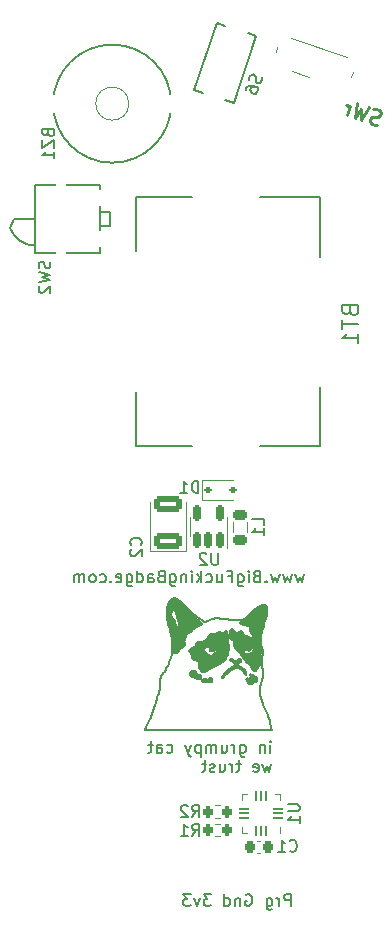
<source format=gbo>
G04 #@! TF.GenerationSoftware,KiCad,Pcbnew,7.0.2*
G04 #@! TF.CreationDate,2023-07-07T17:49:51-07:00*
G04 #@! TF.ProjectId,dc31-badge-sao,64633331-2d62-4616-9467-652d73616f2e,rev?*
G04 #@! TF.SameCoordinates,Original*
G04 #@! TF.FileFunction,Legend,Bot*
G04 #@! TF.FilePolarity,Positive*
%FSLAX46Y46*%
G04 Gerber Fmt 4.6, Leading zero omitted, Abs format (unit mm)*
G04 Created by KiCad (PCBNEW 7.0.2) date 2023-07-07 17:49:51*
%MOMM*%
%LPD*%
G01*
G04 APERTURE LIST*
G04 Aperture macros list*
%AMRoundRect*
0 Rectangle with rounded corners*
0 $1 Rounding radius*
0 $2 $3 $4 $5 $6 $7 $8 $9 X,Y pos of 4 corners*
0 Add a 4 corners polygon primitive as box body*
4,1,4,$2,$3,$4,$5,$6,$7,$8,$9,$2,$3,0*
0 Add four circle primitives for the rounded corners*
1,1,$1+$1,$2,$3*
1,1,$1+$1,$4,$5*
1,1,$1+$1,$6,$7*
1,1,$1+$1,$8,$9*
0 Add four rect primitives between the rounded corners*
20,1,$1+$1,$2,$3,$4,$5,0*
20,1,$1+$1,$4,$5,$6,$7,0*
20,1,$1+$1,$6,$7,$8,$9,0*
20,1,$1+$1,$8,$9,$2,$3,0*%
%AMRotRect*
0 Rectangle, with rotation*
0 The origin of the aperture is its center*
0 $1 length*
0 $2 width*
0 $3 Rotation angle, in degrees counterclockwise*
0 Add horizontal line*
21,1,$1,$2,0,0,$3*%
%AMFreePoly0*
4,1,14,0.085355,0.385355,0.100000,0.350000,0.100000,-0.350000,0.085355,-0.385355,0.050000,-0.400000,-0.050000,-0.400000,-0.085355,-0.385355,-0.100000,-0.350000,-0.100000,0.299289,-0.085355,0.334644,-0.034644,0.385355,0.000711,0.400000,0.050000,0.400000,0.085355,0.385355,0.085355,0.385355,$1*%
%AMFreePoly1*
4,1,14,0.034644,0.385355,0.085355,0.334644,0.100000,0.299289,0.100000,-0.350000,0.085355,-0.385355,0.050000,-0.400000,-0.050000,-0.400000,-0.085355,-0.385355,-0.100000,-0.350000,-0.100000,0.350000,-0.085355,0.385355,-0.050000,0.400000,-0.000711,0.400000,0.034644,0.385355,0.034644,0.385355,$1*%
%AMFreePoly2*
4,1,14,0.385355,0.085355,0.400000,0.050000,0.400000,-0.050000,0.385355,-0.085355,0.350000,-0.100000,-0.299289,-0.100000,-0.334644,-0.085355,-0.385355,-0.034644,-0.400000,0.000711,-0.400000,0.050000,-0.385355,0.085355,-0.350000,0.100000,0.350000,0.100000,0.385355,0.085355,0.385355,0.085355,$1*%
%AMFreePoly3*
4,1,14,0.385355,0.085355,0.400000,0.050000,0.400000,-0.050000,0.385355,-0.085355,0.350000,-0.100000,-0.350000,-0.100000,-0.385355,-0.085355,-0.400000,-0.050000,-0.400000,-0.000711,-0.385355,0.034644,-0.334644,0.085355,-0.299289,0.100000,0.350000,0.100000,0.385355,0.085355,0.385355,0.085355,$1*%
%AMFreePoly4*
4,1,14,0.085355,0.385355,0.100000,0.350000,0.100000,-0.299289,0.085355,-0.334644,0.034644,-0.385355,-0.000711,-0.400000,-0.050000,-0.400000,-0.085355,-0.385355,-0.100000,-0.350000,-0.100000,0.350000,-0.085355,0.385355,-0.050000,0.400000,0.050000,0.400000,0.085355,0.385355,0.085355,0.385355,$1*%
%AMFreePoly5*
4,1,14,0.085355,0.385355,0.100000,0.350000,0.100000,-0.350000,0.085355,-0.385355,0.050000,-0.400000,0.000711,-0.400000,-0.034644,-0.385355,-0.085355,-0.334644,-0.100000,-0.299289,-0.100000,0.350000,-0.085355,0.385355,-0.050000,0.400000,0.050000,0.400000,0.085355,0.385355,0.085355,0.385355,$1*%
%AMFreePoly6*
4,1,14,0.334644,0.085355,0.385355,0.034644,0.400000,-0.000711,0.400000,-0.050000,0.385355,-0.085355,0.350000,-0.100000,-0.350000,-0.100000,-0.385355,-0.085355,-0.400000,-0.050000,-0.400000,0.050000,-0.385355,0.085355,-0.350000,0.100000,0.299289,0.100000,0.334644,0.085355,0.334644,0.085355,$1*%
%AMFreePoly7*
4,1,14,0.385355,0.085355,0.400000,0.050000,0.400000,0.000711,0.385355,-0.034644,0.334644,-0.085355,0.299289,-0.100000,-0.350000,-0.100000,-0.385355,-0.085355,-0.400000,-0.050000,-0.400000,0.050000,-0.385355,0.085355,-0.350000,0.100000,0.350000,0.100000,0.385355,0.085355,0.385355,0.085355,$1*%
G04 Aperture macros list end*
%ADD10C,0.150000*%
%ADD11C,0.254000*%
%ADD12C,0.120000*%
%ADD13C,0.127000*%
%ADD14C,0.200000*%
%ADD15C,0.100000*%
%ADD16R,1.700000X1.700000*%
%ADD17FreePoly0,90.000000*%
%ADD18RoundRect,0.050000X0.350000X-0.050000X0.350000X0.050000X-0.350000X0.050000X-0.350000X-0.050000X0*%
%ADD19FreePoly1,90.000000*%
%ADD20FreePoly2,90.000000*%
%ADD21RoundRect,0.050000X0.050000X-0.350000X0.050000X0.350000X-0.050000X0.350000X-0.050000X-0.350000X0*%
%ADD22FreePoly3,90.000000*%
%ADD23FreePoly4,90.000000*%
%ADD24FreePoly5,90.000000*%
%ADD25FreePoly6,90.000000*%
%ADD26FreePoly7,90.000000*%
%ADD27R,1.250000X1.400000*%
%ADD28R,0.950000X1.675000*%
%ADD29C,1.200000*%
%ADD30RotRect,1.900000X1.400000X71.700000*%
%ADD31O,1.700000X1.700000*%
%ADD32RotRect,0.800000X1.000000X251.701000*%
%ADD33C,0.001000*%
%ADD34RotRect,0.700000X1.500000X341.701000*%
%ADD35RoundRect,0.150000X0.150000X-0.512500X0.150000X0.512500X-0.150000X0.512500X-0.150000X-0.512500X0*%
%ADD36RoundRect,0.200000X-0.200000X-0.275000X0.200000X-0.275000X0.200000X0.275000X-0.200000X0.275000X0*%
%ADD37RoundRect,0.200000X0.200000X0.275000X-0.200000X0.275000X-0.200000X-0.275000X0.200000X-0.275000X0*%
%ADD38RoundRect,0.218750X0.381250X-0.218750X0.381250X0.218750X-0.381250X0.218750X-0.381250X-0.218750X0*%
%ADD39RoundRect,0.112500X-0.187500X-0.112500X0.187500X-0.112500X0.187500X0.112500X-0.187500X0.112500X0*%
%ADD40RoundRect,0.250000X0.925000X-0.412500X0.925000X0.412500X-0.925000X0.412500X-0.925000X-0.412500X0*%
%ADD41RoundRect,0.225000X-0.225000X-0.250000X0.225000X-0.250000X0.225000X0.250000X-0.225000X0.250000X0*%
%ADD42R,4.000000X1.600000*%
%ADD43R,5.100000X2.500000*%
%ADD44C,17.800000*%
G04 APERTURE END LIST*
D10*
X113154392Y-111342048D02*
X113191139Y-111347921D01*
X113229172Y-111359041D01*
X113268810Y-111375662D01*
X113310376Y-111398036D01*
X113354190Y-111426416D01*
X113400572Y-111461055D01*
X113449844Y-111502205D01*
X113502327Y-111550118D01*
X113558342Y-111605049D01*
X113618209Y-111667248D01*
X113682249Y-111736970D01*
X113750783Y-111814466D01*
X113824133Y-111899990D01*
X113902619Y-111993794D01*
X113977839Y-112081786D01*
X114056507Y-112167708D01*
X114140781Y-112253554D01*
X114232819Y-112341324D01*
X114334779Y-112433012D01*
X114448818Y-112530617D01*
X114577096Y-112636134D01*
X114721769Y-112751560D01*
X114808238Y-112819723D01*
X114899966Y-112892848D01*
X114985939Y-112962003D01*
X115055144Y-113018260D01*
X115085139Y-113042397D01*
X115117305Y-113067489D01*
X115150636Y-113092805D01*
X115184129Y-113117611D01*
X115216778Y-113141178D01*
X115247579Y-113162773D01*
X115275528Y-113181663D01*
X115299619Y-113197119D01*
X115323786Y-113212169D01*
X115345562Y-113226039D01*
X115365062Y-113238839D01*
X115382401Y-113250680D01*
X115397693Y-113261671D01*
X115411054Y-113271923D01*
X115417046Y-113276806D01*
X115422598Y-113281546D01*
X115427725Y-113286155D01*
X115432440Y-113290649D01*
X115436758Y-113295040D01*
X115440694Y-113299342D01*
X115444262Y-113303570D01*
X115447476Y-113307737D01*
X115450350Y-113311857D01*
X115452899Y-113315942D01*
X115455137Y-113320009D01*
X115457079Y-113324069D01*
X115458739Y-113328137D01*
X115460131Y-113332226D01*
X115461269Y-113336351D01*
X115462168Y-113340525D01*
X115462843Y-113344761D01*
X115463307Y-113349074D01*
X115463575Y-113353478D01*
X115463661Y-113357985D01*
X115463165Y-113368650D01*
X115461627Y-113378858D01*
X115458973Y-113388676D01*
X115455128Y-113398169D01*
X115450018Y-113407401D01*
X115443569Y-113416437D01*
X115435706Y-113425344D01*
X115426355Y-113434185D01*
X115415440Y-113443026D01*
X115402889Y-113451933D01*
X115388627Y-113460970D01*
X115372578Y-113470202D01*
X115354669Y-113479694D01*
X115334825Y-113489512D01*
X115312972Y-113499721D01*
X115289036Y-113510385D01*
X115253955Y-113526381D01*
X115218189Y-113543795D01*
X115181772Y-113562608D01*
X115144739Y-113582798D01*
X115068956Y-113627234D01*
X114991115Y-113676941D01*
X114911488Y-113731757D01*
X114830348Y-113791522D01*
X114747967Y-113856074D01*
X114664619Y-113925252D01*
X114619689Y-113963019D01*
X114580018Y-113995218D01*
X114561721Y-114009535D01*
X114544217Y-114022828D01*
X114527333Y-114035218D01*
X114510896Y-114046828D01*
X114494732Y-114057781D01*
X114478667Y-114068199D01*
X114462527Y-114078205D01*
X114446139Y-114087921D01*
X114429330Y-114097470D01*
X114411925Y-114106973D01*
X114374636Y-114126335D01*
X114311601Y-114158705D01*
X114285253Y-114173318D01*
X114261874Y-114187454D01*
X114241105Y-114201540D01*
X114222589Y-114216004D01*
X114205968Y-114231275D01*
X114190883Y-114247779D01*
X114176976Y-114265945D01*
X114163889Y-114286201D01*
X114151264Y-114308975D01*
X114138743Y-114334695D01*
X114125968Y-114363787D01*
X114112580Y-114396682D01*
X114082535Y-114475585D01*
X114064481Y-114525089D01*
X114048382Y-114570633D01*
X114034183Y-114612549D01*
X114021830Y-114651169D01*
X114011270Y-114686826D01*
X114002447Y-114719850D01*
X113995309Y-114750573D01*
X113989799Y-114779327D01*
X113985865Y-114806444D01*
X113983451Y-114832256D01*
X113982504Y-114857094D01*
X113982970Y-114881291D01*
X113984793Y-114905177D01*
X113987920Y-114929085D01*
X113992297Y-114953347D01*
X113997869Y-114978294D01*
X114005436Y-115011850D01*
X114010976Y-115042848D01*
X114014349Y-115071558D01*
X114015179Y-115085139D01*
X114015414Y-115098249D01*
X114015037Y-115110922D01*
X114014030Y-115123192D01*
X114012375Y-115135091D01*
X114010054Y-115146655D01*
X114007051Y-115157917D01*
X114003348Y-115168910D01*
X113998926Y-115179668D01*
X113993768Y-115190225D01*
X113987857Y-115200614D01*
X113981175Y-115210870D01*
X113973704Y-115221026D01*
X113965427Y-115231115D01*
X113956325Y-115241172D01*
X113946383Y-115251230D01*
X113935580Y-115261323D01*
X113923901Y-115271485D01*
X113897842Y-115292149D01*
X113868064Y-115313492D01*
X113834425Y-115335783D01*
X113796786Y-115359294D01*
X113757460Y-115384278D01*
X113740131Y-115395880D01*
X113724075Y-115407167D01*
X113709079Y-115418348D01*
X113694931Y-115429633D01*
X113681419Y-115441232D01*
X113668330Y-115453353D01*
X113655452Y-115466206D01*
X113642573Y-115479999D01*
X113629479Y-115494943D01*
X113615959Y-115511247D01*
X113601801Y-115529120D01*
X113586791Y-115548771D01*
X113553369Y-115594244D01*
X113512044Y-115650429D01*
X113493801Y-115674776D01*
X113476971Y-115696852D01*
X113461406Y-115716827D01*
X113446957Y-115734868D01*
X113433476Y-115751144D01*
X113420813Y-115765826D01*
X113408820Y-115779081D01*
X113397348Y-115791079D01*
X113386247Y-115801989D01*
X113375371Y-115811979D01*
X113364568Y-115821219D01*
X113353691Y-115829878D01*
X113342591Y-115838124D01*
X113331119Y-115846127D01*
X113320242Y-115853413D01*
X113309634Y-115859992D01*
X113299295Y-115865862D01*
X113289220Y-115871023D01*
X113279407Y-115875474D01*
X113269853Y-115879213D01*
X113260556Y-115882242D01*
X113251512Y-115884558D01*
X113242720Y-115886161D01*
X113234177Y-115887050D01*
X113225879Y-115887224D01*
X113217824Y-115886683D01*
X113210009Y-115885425D01*
X113202432Y-115883451D01*
X113195090Y-115880759D01*
X113187979Y-115877348D01*
X113181099Y-115873218D01*
X113174445Y-115868368D01*
X113168015Y-115862797D01*
X113161806Y-115856504D01*
X113155816Y-115849489D01*
X113150042Y-115841750D01*
X113144481Y-115833288D01*
X113139131Y-115824101D01*
X113133988Y-115814188D01*
X113129050Y-115803549D01*
X113124315Y-115792183D01*
X113119779Y-115780089D01*
X113115440Y-115767266D01*
X113111295Y-115753714D01*
X113103577Y-115724419D01*
X113098652Y-115700511D01*
X113094929Y-115670873D01*
X113092322Y-115631959D01*
X113090745Y-115580220D01*
X113090332Y-115424083D01*
X113092994Y-115174086D01*
X113093207Y-115058897D01*
X113089141Y-114951670D01*
X113079693Y-114845584D01*
X113063758Y-114733819D01*
X113040232Y-114609551D01*
X113008013Y-114465961D01*
X112965996Y-114296226D01*
X112913077Y-114093527D01*
X112840464Y-113818548D01*
X112779843Y-113579822D01*
X112730112Y-113372027D01*
X112690166Y-113189843D01*
X112658902Y-113027949D01*
X112635215Y-112881024D01*
X112618003Y-112743749D01*
X112606161Y-112610802D01*
X112603840Y-112570585D01*
X112881327Y-112570585D01*
X112881892Y-112612511D01*
X112883659Y-112652391D01*
X112886741Y-112691155D01*
X112891249Y-112729732D01*
X112897295Y-112769054D01*
X112904991Y-112810050D01*
X112914448Y-112853650D01*
X112925777Y-112900786D01*
X112949061Y-112993919D01*
X112983986Y-112993919D01*
X112993342Y-112994061D01*
X113002558Y-112994485D01*
X113011626Y-112995187D01*
X113020542Y-112996164D01*
X113029300Y-112997412D01*
X113037896Y-112998928D01*
X113046325Y-113000708D01*
X113054580Y-113002749D01*
X113062657Y-113005048D01*
X113070550Y-113007600D01*
X113078255Y-113010403D01*
X113085766Y-113013452D01*
X113093077Y-113016745D01*
X113100184Y-113020278D01*
X113107081Y-113024048D01*
X113113764Y-113028050D01*
X113120226Y-113032282D01*
X113126463Y-113036739D01*
X113132469Y-113041419D01*
X113138240Y-113046318D01*
X113143769Y-113051433D01*
X113149052Y-113056760D01*
X113154084Y-113062295D01*
X113158859Y-113068035D01*
X113163372Y-113073977D01*
X113167617Y-113080116D01*
X113171590Y-113086451D01*
X113175286Y-113092976D01*
X113178698Y-113099689D01*
X113181822Y-113106586D01*
X113184653Y-113113664D01*
X113187186Y-113120919D01*
X113189703Y-113130444D01*
X113192444Y-113143540D01*
X113195334Y-113159614D01*
X113198298Y-113178068D01*
X113204152Y-113219740D01*
X113209411Y-113263794D01*
X113213031Y-113296335D01*
X113217536Y-113327670D01*
X113222919Y-113357783D01*
X113229172Y-113386660D01*
X113236286Y-113414283D01*
X113244255Y-113440639D01*
X113253070Y-113465711D01*
X113262724Y-113489483D01*
X113273209Y-113511941D01*
X113284517Y-113533069D01*
X113296641Y-113552851D01*
X113309572Y-113571272D01*
X113323303Y-113588317D01*
X113330467Y-113596318D01*
X113337827Y-113603969D01*
X113345383Y-113611268D01*
X113353135Y-113618214D01*
X113361080Y-113624803D01*
X113369219Y-113631035D01*
X113374736Y-113634896D01*
X113380363Y-113638347D01*
X113386087Y-113641391D01*
X113391895Y-113644035D01*
X113397772Y-113646283D01*
X113403705Y-113648139D01*
X113409681Y-113649609D01*
X113415687Y-113650697D01*
X113421707Y-113651409D01*
X113427730Y-113651748D01*
X113433741Y-113651721D01*
X113439726Y-113651332D01*
X113445673Y-113650585D01*
X113451568Y-113649486D01*
X113457397Y-113648039D01*
X113463146Y-113646249D01*
X113468802Y-113644121D01*
X113474352Y-113641660D01*
X113479782Y-113638871D01*
X113485078Y-113635758D01*
X113490226Y-113632327D01*
X113495214Y-113628582D01*
X113500027Y-113624529D01*
X113504653Y-113620171D01*
X113509076Y-113615514D01*
X113513285Y-113610562D01*
X113517265Y-113605321D01*
X113521003Y-113599796D01*
X113524485Y-113593990D01*
X113527698Y-113587910D01*
X113530627Y-113581559D01*
X113533261Y-113574943D01*
X113538523Y-113559026D01*
X113542763Y-113543206D01*
X113545927Y-113527156D01*
X113547962Y-113510550D01*
X113548811Y-113493065D01*
X113548423Y-113474373D01*
X113546741Y-113454149D01*
X113543712Y-113432068D01*
X113539281Y-113407805D01*
X113533395Y-113381033D01*
X113525999Y-113351427D01*
X113517038Y-113318662D01*
X113494208Y-113242350D01*
X113464469Y-113149494D01*
X113436688Y-113063946D01*
X113412677Y-112987602D01*
X113392139Y-112919442D01*
X113374775Y-112858452D01*
X113360289Y-112803613D01*
X113348383Y-112753908D01*
X113338759Y-112708322D01*
X113331119Y-112665835D01*
X113325286Y-112633843D01*
X113318187Y-112600791D01*
X113309948Y-112567011D01*
X113300692Y-112532833D01*
X113290543Y-112498586D01*
X113279624Y-112464601D01*
X113268061Y-112431209D01*
X113255977Y-112398739D01*
X113243497Y-112367521D01*
X113230743Y-112337886D01*
X113217840Y-112310165D01*
X113204913Y-112284686D01*
X113192085Y-112261782D01*
X113179480Y-112241780D01*
X113167222Y-112225013D01*
X113155436Y-112211810D01*
X113147390Y-112204195D01*
X113139492Y-112197624D01*
X113135583Y-112194730D01*
X113131691Y-112192097D01*
X113127810Y-112189726D01*
X113123934Y-112187617D01*
X113120056Y-112185770D01*
X113116171Y-112184185D01*
X113112271Y-112182863D01*
X113108350Y-112181803D01*
X113104403Y-112181006D01*
X113100421Y-112180471D01*
X113096400Y-112180200D01*
X113092333Y-112180192D01*
X113088212Y-112180448D01*
X113084033Y-112180968D01*
X113079788Y-112181751D01*
X113075472Y-112182799D01*
X113071077Y-112184111D01*
X113066597Y-112185688D01*
X113062026Y-112187529D01*
X113057358Y-112189635D01*
X113047704Y-112194643D01*
X113037582Y-112200712D01*
X113026944Y-112207845D01*
X113015736Y-112216044D01*
X112999053Y-112229815D01*
X112983525Y-112244561D01*
X112969141Y-112260311D01*
X112955890Y-112277096D01*
X112943762Y-112294949D01*
X112932745Y-112313898D01*
X112922830Y-112333977D01*
X112914003Y-112355215D01*
X112906256Y-112377643D01*
X112899577Y-112401293D01*
X112893956Y-112426196D01*
X112889381Y-112452383D01*
X112885841Y-112479884D01*
X112883326Y-112508731D01*
X112881825Y-112538954D01*
X112881327Y-112570585D01*
X112603840Y-112570585D01*
X112602886Y-112554054D01*
X112601173Y-112497383D01*
X112600982Y-112440895D01*
X112602275Y-112384691D01*
X112605012Y-112328874D01*
X112609156Y-112273548D01*
X112614667Y-112218816D01*
X112621507Y-112164780D01*
X112629636Y-112111545D01*
X112639017Y-112059213D01*
X112649609Y-112007887D01*
X112661376Y-111957670D01*
X112674277Y-111908665D01*
X112688275Y-111860976D01*
X112703329Y-111814705D01*
X112719402Y-111769956D01*
X112736455Y-111726832D01*
X112754449Y-111685435D01*
X112773346Y-111645869D01*
X112793105Y-111608238D01*
X112813690Y-111572643D01*
X112835060Y-111539189D01*
X112857178Y-111507977D01*
X112880004Y-111479113D01*
X112903500Y-111452697D01*
X112927627Y-111428835D01*
X112952347Y-111407627D01*
X112977619Y-111389179D01*
X113003406Y-111373592D01*
X113029670Y-111360971D01*
X113056370Y-111351417D01*
X113083469Y-111345035D01*
X113118609Y-111341170D01*
X113154392Y-111342048D01*
G36*
X113154392Y-111342048D02*
G01*
X113191139Y-111347921D01*
X113229172Y-111359041D01*
X113268810Y-111375662D01*
X113310376Y-111398036D01*
X113354190Y-111426416D01*
X113400572Y-111461055D01*
X113449844Y-111502205D01*
X113502327Y-111550118D01*
X113558342Y-111605049D01*
X113618209Y-111667248D01*
X113682249Y-111736970D01*
X113750783Y-111814466D01*
X113824133Y-111899990D01*
X113902619Y-111993794D01*
X113977839Y-112081786D01*
X114056507Y-112167708D01*
X114140781Y-112253554D01*
X114232819Y-112341324D01*
X114334779Y-112433012D01*
X114448818Y-112530617D01*
X114577096Y-112636134D01*
X114721769Y-112751560D01*
X114808238Y-112819723D01*
X114899966Y-112892848D01*
X114985939Y-112962003D01*
X115055144Y-113018260D01*
X115085139Y-113042397D01*
X115117305Y-113067489D01*
X115150636Y-113092805D01*
X115184129Y-113117611D01*
X115216778Y-113141178D01*
X115247579Y-113162773D01*
X115275528Y-113181663D01*
X115299619Y-113197119D01*
X115323786Y-113212169D01*
X115345562Y-113226039D01*
X115365062Y-113238839D01*
X115382401Y-113250680D01*
X115397693Y-113261671D01*
X115411054Y-113271923D01*
X115417046Y-113276806D01*
X115422598Y-113281546D01*
X115427725Y-113286155D01*
X115432440Y-113290649D01*
X115436758Y-113295040D01*
X115440694Y-113299342D01*
X115444262Y-113303570D01*
X115447476Y-113307737D01*
X115450350Y-113311857D01*
X115452899Y-113315942D01*
X115455137Y-113320009D01*
X115457079Y-113324069D01*
X115458739Y-113328137D01*
X115460131Y-113332226D01*
X115461269Y-113336351D01*
X115462168Y-113340525D01*
X115462843Y-113344761D01*
X115463307Y-113349074D01*
X115463575Y-113353478D01*
X115463661Y-113357985D01*
X115463165Y-113368650D01*
X115461627Y-113378858D01*
X115458973Y-113388676D01*
X115455128Y-113398169D01*
X115450018Y-113407401D01*
X115443569Y-113416437D01*
X115435706Y-113425344D01*
X115426355Y-113434185D01*
X115415440Y-113443026D01*
X115402889Y-113451933D01*
X115388627Y-113460970D01*
X115372578Y-113470202D01*
X115354669Y-113479694D01*
X115334825Y-113489512D01*
X115312972Y-113499721D01*
X115289036Y-113510385D01*
X115253955Y-113526381D01*
X115218189Y-113543795D01*
X115181772Y-113562608D01*
X115144739Y-113582798D01*
X115068956Y-113627234D01*
X114991115Y-113676941D01*
X114911488Y-113731757D01*
X114830348Y-113791522D01*
X114747967Y-113856074D01*
X114664619Y-113925252D01*
X114619689Y-113963019D01*
X114580018Y-113995218D01*
X114561721Y-114009535D01*
X114544217Y-114022828D01*
X114527333Y-114035218D01*
X114510896Y-114046828D01*
X114494732Y-114057781D01*
X114478667Y-114068199D01*
X114462527Y-114078205D01*
X114446139Y-114087921D01*
X114429330Y-114097470D01*
X114411925Y-114106973D01*
X114374636Y-114126335D01*
X114311601Y-114158705D01*
X114285253Y-114173318D01*
X114261874Y-114187454D01*
X114241105Y-114201540D01*
X114222589Y-114216004D01*
X114205968Y-114231275D01*
X114190883Y-114247779D01*
X114176976Y-114265945D01*
X114163889Y-114286201D01*
X114151264Y-114308975D01*
X114138743Y-114334695D01*
X114125968Y-114363787D01*
X114112580Y-114396682D01*
X114082535Y-114475585D01*
X114064481Y-114525089D01*
X114048382Y-114570633D01*
X114034183Y-114612549D01*
X114021830Y-114651169D01*
X114011270Y-114686826D01*
X114002447Y-114719850D01*
X113995309Y-114750573D01*
X113989799Y-114779327D01*
X113985865Y-114806444D01*
X113983451Y-114832256D01*
X113982504Y-114857094D01*
X113982970Y-114881291D01*
X113984793Y-114905177D01*
X113987920Y-114929085D01*
X113992297Y-114953347D01*
X113997869Y-114978294D01*
X114005436Y-115011850D01*
X114010976Y-115042848D01*
X114014349Y-115071558D01*
X114015179Y-115085139D01*
X114015414Y-115098249D01*
X114015037Y-115110922D01*
X114014030Y-115123192D01*
X114012375Y-115135091D01*
X114010054Y-115146655D01*
X114007051Y-115157917D01*
X114003348Y-115168910D01*
X113998926Y-115179668D01*
X113993768Y-115190225D01*
X113987857Y-115200614D01*
X113981175Y-115210870D01*
X113973704Y-115221026D01*
X113965427Y-115231115D01*
X113956325Y-115241172D01*
X113946383Y-115251230D01*
X113935580Y-115261323D01*
X113923901Y-115271485D01*
X113897842Y-115292149D01*
X113868064Y-115313492D01*
X113834425Y-115335783D01*
X113796786Y-115359294D01*
X113757460Y-115384278D01*
X113740131Y-115395880D01*
X113724075Y-115407167D01*
X113709079Y-115418348D01*
X113694931Y-115429633D01*
X113681419Y-115441232D01*
X113668330Y-115453353D01*
X113655452Y-115466206D01*
X113642573Y-115479999D01*
X113629479Y-115494943D01*
X113615959Y-115511247D01*
X113601801Y-115529120D01*
X113586791Y-115548771D01*
X113553369Y-115594244D01*
X113512044Y-115650429D01*
X113493801Y-115674776D01*
X113476971Y-115696852D01*
X113461406Y-115716827D01*
X113446957Y-115734868D01*
X113433476Y-115751144D01*
X113420813Y-115765826D01*
X113408820Y-115779081D01*
X113397348Y-115791079D01*
X113386247Y-115801989D01*
X113375371Y-115811979D01*
X113364568Y-115821219D01*
X113353691Y-115829878D01*
X113342591Y-115838124D01*
X113331119Y-115846127D01*
X113320242Y-115853413D01*
X113309634Y-115859992D01*
X113299295Y-115865862D01*
X113289220Y-115871023D01*
X113279407Y-115875474D01*
X113269853Y-115879213D01*
X113260556Y-115882242D01*
X113251512Y-115884558D01*
X113242720Y-115886161D01*
X113234177Y-115887050D01*
X113225879Y-115887224D01*
X113217824Y-115886683D01*
X113210009Y-115885425D01*
X113202432Y-115883451D01*
X113195090Y-115880759D01*
X113187979Y-115877348D01*
X113181099Y-115873218D01*
X113174445Y-115868368D01*
X113168015Y-115862797D01*
X113161806Y-115856504D01*
X113155816Y-115849489D01*
X113150042Y-115841750D01*
X113144481Y-115833288D01*
X113139131Y-115824101D01*
X113133988Y-115814188D01*
X113129050Y-115803549D01*
X113124315Y-115792183D01*
X113119779Y-115780089D01*
X113115440Y-115767266D01*
X113111295Y-115753714D01*
X113103577Y-115724419D01*
X113098652Y-115700511D01*
X113094929Y-115670873D01*
X113092322Y-115631959D01*
X113090745Y-115580220D01*
X113090332Y-115424083D01*
X113092994Y-115174086D01*
X113093207Y-115058897D01*
X113089141Y-114951670D01*
X113079693Y-114845584D01*
X113063758Y-114733819D01*
X113040232Y-114609551D01*
X113008013Y-114465961D01*
X112965996Y-114296226D01*
X112913077Y-114093527D01*
X112840464Y-113818548D01*
X112779843Y-113579822D01*
X112730112Y-113372027D01*
X112690166Y-113189843D01*
X112658902Y-113027949D01*
X112635215Y-112881024D01*
X112618003Y-112743749D01*
X112606161Y-112610802D01*
X112603840Y-112570585D01*
X112881327Y-112570585D01*
X112881892Y-112612511D01*
X112883659Y-112652391D01*
X112886741Y-112691155D01*
X112891249Y-112729732D01*
X112897295Y-112769054D01*
X112904991Y-112810050D01*
X112914448Y-112853650D01*
X112925777Y-112900786D01*
X112949061Y-112993919D01*
X112983986Y-112993919D01*
X112993342Y-112994061D01*
X113002558Y-112994485D01*
X113011626Y-112995187D01*
X113020542Y-112996164D01*
X113029300Y-112997412D01*
X113037896Y-112998928D01*
X113046325Y-113000708D01*
X113054580Y-113002749D01*
X113062657Y-113005048D01*
X113070550Y-113007600D01*
X113078255Y-113010403D01*
X113085766Y-113013452D01*
X113093077Y-113016745D01*
X113100184Y-113020278D01*
X113107081Y-113024048D01*
X113113764Y-113028050D01*
X113120226Y-113032282D01*
X113126463Y-113036739D01*
X113132469Y-113041419D01*
X113138240Y-113046318D01*
X113143769Y-113051433D01*
X113149052Y-113056760D01*
X113154084Y-113062295D01*
X113158859Y-113068035D01*
X113163372Y-113073977D01*
X113167617Y-113080116D01*
X113171590Y-113086451D01*
X113175286Y-113092976D01*
X113178698Y-113099689D01*
X113181822Y-113106586D01*
X113184653Y-113113664D01*
X113187186Y-113120919D01*
X113189703Y-113130444D01*
X113192444Y-113143540D01*
X113195334Y-113159614D01*
X113198298Y-113178068D01*
X113204152Y-113219740D01*
X113209411Y-113263794D01*
X113213031Y-113296335D01*
X113217536Y-113327670D01*
X113222919Y-113357783D01*
X113229172Y-113386660D01*
X113236286Y-113414283D01*
X113244255Y-113440639D01*
X113253070Y-113465711D01*
X113262724Y-113489483D01*
X113273209Y-113511941D01*
X113284517Y-113533069D01*
X113296641Y-113552851D01*
X113309572Y-113571272D01*
X113323303Y-113588317D01*
X113330467Y-113596318D01*
X113337827Y-113603969D01*
X113345383Y-113611268D01*
X113353135Y-113618214D01*
X113361080Y-113624803D01*
X113369219Y-113631035D01*
X113374736Y-113634896D01*
X113380363Y-113638347D01*
X113386087Y-113641391D01*
X113391895Y-113644035D01*
X113397772Y-113646283D01*
X113403705Y-113648139D01*
X113409681Y-113649609D01*
X113415687Y-113650697D01*
X113421707Y-113651409D01*
X113427730Y-113651748D01*
X113433741Y-113651721D01*
X113439726Y-113651332D01*
X113445673Y-113650585D01*
X113451568Y-113649486D01*
X113457397Y-113648039D01*
X113463146Y-113646249D01*
X113468802Y-113644121D01*
X113474352Y-113641660D01*
X113479782Y-113638871D01*
X113485078Y-113635758D01*
X113490226Y-113632327D01*
X113495214Y-113628582D01*
X113500027Y-113624529D01*
X113504653Y-113620171D01*
X113509076Y-113615514D01*
X113513285Y-113610562D01*
X113517265Y-113605321D01*
X113521003Y-113599796D01*
X113524485Y-113593990D01*
X113527698Y-113587910D01*
X113530627Y-113581559D01*
X113533261Y-113574943D01*
X113538523Y-113559026D01*
X113542763Y-113543206D01*
X113545927Y-113527156D01*
X113547962Y-113510550D01*
X113548811Y-113493065D01*
X113548423Y-113474373D01*
X113546741Y-113454149D01*
X113543712Y-113432068D01*
X113539281Y-113407805D01*
X113533395Y-113381033D01*
X113525999Y-113351427D01*
X113517038Y-113318662D01*
X113494208Y-113242350D01*
X113464469Y-113149494D01*
X113436688Y-113063946D01*
X113412677Y-112987602D01*
X113392139Y-112919442D01*
X113374775Y-112858452D01*
X113360289Y-112803613D01*
X113348383Y-112753908D01*
X113338759Y-112708322D01*
X113331119Y-112665835D01*
X113325286Y-112633843D01*
X113318187Y-112600791D01*
X113309948Y-112567011D01*
X113300692Y-112532833D01*
X113290543Y-112498586D01*
X113279624Y-112464601D01*
X113268061Y-112431209D01*
X113255977Y-112398739D01*
X113243497Y-112367521D01*
X113230743Y-112337886D01*
X113217840Y-112310165D01*
X113204913Y-112284686D01*
X113192085Y-112261782D01*
X113179480Y-112241780D01*
X113167222Y-112225013D01*
X113155436Y-112211810D01*
X113147390Y-112204195D01*
X113139492Y-112197624D01*
X113135583Y-112194730D01*
X113131691Y-112192097D01*
X113127810Y-112189726D01*
X113123934Y-112187617D01*
X113120056Y-112185770D01*
X113116171Y-112184185D01*
X113112271Y-112182863D01*
X113108350Y-112181803D01*
X113104403Y-112181006D01*
X113100421Y-112180471D01*
X113096400Y-112180200D01*
X113092333Y-112180192D01*
X113088212Y-112180448D01*
X113084033Y-112180968D01*
X113079788Y-112181751D01*
X113075472Y-112182799D01*
X113071077Y-112184111D01*
X113066597Y-112185688D01*
X113062026Y-112187529D01*
X113057358Y-112189635D01*
X113047704Y-112194643D01*
X113037582Y-112200712D01*
X113026944Y-112207845D01*
X113015736Y-112216044D01*
X112999053Y-112229815D01*
X112983525Y-112244561D01*
X112969141Y-112260311D01*
X112955890Y-112277096D01*
X112943762Y-112294949D01*
X112932745Y-112313898D01*
X112922830Y-112333977D01*
X112914003Y-112355215D01*
X112906256Y-112377643D01*
X112899577Y-112401293D01*
X112893956Y-112426196D01*
X112889381Y-112452383D01*
X112885841Y-112479884D01*
X112883326Y-112508731D01*
X112881825Y-112538954D01*
X112881327Y-112570585D01*
X112603840Y-112570585D01*
X112602886Y-112554054D01*
X112601173Y-112497383D01*
X112600982Y-112440895D01*
X112602275Y-112384691D01*
X112605012Y-112328874D01*
X112609156Y-112273548D01*
X112614667Y-112218816D01*
X112621507Y-112164780D01*
X112629636Y-112111545D01*
X112639017Y-112059213D01*
X112649609Y-112007887D01*
X112661376Y-111957670D01*
X112674277Y-111908665D01*
X112688275Y-111860976D01*
X112703329Y-111814705D01*
X112719402Y-111769956D01*
X112736455Y-111726832D01*
X112754449Y-111685435D01*
X112773346Y-111645869D01*
X112793105Y-111608238D01*
X112813690Y-111572643D01*
X112835060Y-111539189D01*
X112857178Y-111507977D01*
X112880004Y-111479113D01*
X112903500Y-111452697D01*
X112927627Y-111428835D01*
X112952347Y-111407627D01*
X112977619Y-111389179D01*
X113003406Y-111373592D01*
X113029670Y-111360971D01*
X113056370Y-111351417D01*
X113083469Y-111345035D01*
X113118609Y-111341170D01*
X113154392Y-111342048D01*
G37*
X120691141Y-111922861D02*
X120700453Y-111923180D01*
X120709539Y-111923795D01*
X120718399Y-111924706D01*
X120727037Y-111925913D01*
X120735452Y-111927418D01*
X120743647Y-111929221D01*
X120751622Y-111931322D01*
X120759380Y-111933722D01*
X120766920Y-111936422D01*
X120774246Y-111939422D01*
X120781357Y-111942722D01*
X120788256Y-111946324D01*
X120794943Y-111950228D01*
X120801421Y-111954435D01*
X120807690Y-111958944D01*
X120813753Y-111963757D01*
X120819609Y-111968875D01*
X120825261Y-111974297D01*
X120830709Y-111980025D01*
X120835957Y-111986058D01*
X120841003Y-111992399D01*
X120845851Y-111999046D01*
X120850501Y-112006001D01*
X120854955Y-112013265D01*
X120859213Y-112020837D01*
X120863278Y-112028719D01*
X120870703Y-112044742D01*
X120873770Y-112052308D01*
X120876441Y-112059873D01*
X120878739Y-112067662D01*
X120880691Y-112075897D01*
X120882319Y-112084802D01*
X120883651Y-112094600D01*
X120884709Y-112105514D01*
X120885519Y-112117767D01*
X120886495Y-112147186D01*
X120886776Y-112184641D01*
X120886561Y-112231919D01*
X120885695Y-112291909D01*
X120883204Y-112344334D01*
X120881028Y-112369313D01*
X120878059Y-112394327D01*
X120874170Y-112420017D01*
X120869230Y-112447025D01*
X120855689Y-112507561D01*
X120836405Y-112581070D01*
X120810350Y-112672686D01*
X120776494Y-112787544D01*
X120748184Y-112887192D01*
X120716698Y-113002121D01*
X120686007Y-113118240D01*
X120660077Y-113221460D01*
X120630428Y-113333892D01*
X120589567Y-113476386D01*
X120542950Y-113630589D01*
X120496036Y-113778143D01*
X120454781Y-113904031D01*
X120421985Y-114006578D01*
X120395986Y-114092208D01*
X120375121Y-114167346D01*
X120357729Y-114238415D01*
X120342147Y-114311841D01*
X120326715Y-114394048D01*
X120309769Y-114491461D01*
X120291980Y-114601205D01*
X120285301Y-114648725D01*
X120280169Y-114692345D01*
X120276637Y-114732815D01*
X120274757Y-114770885D01*
X120274583Y-114807306D01*
X120276167Y-114842827D01*
X120279561Y-114878200D01*
X120284820Y-114914174D01*
X120291994Y-114951500D01*
X120301137Y-114990928D01*
X120312302Y-115033208D01*
X120325540Y-115079092D01*
X120358452Y-115184669D01*
X120381351Y-115258392D01*
X120399562Y-115322814D01*
X120407056Y-115352475D01*
X120413556Y-115380936D01*
X120419119Y-115408572D01*
X120423804Y-115435758D01*
X120427671Y-115462870D01*
X120430779Y-115490283D01*
X120433185Y-115518372D01*
X120434950Y-115547512D01*
X120436132Y-115578078D01*
X120436790Y-115610445D01*
X120436769Y-115682086D01*
X120434884Y-115762982D01*
X120431213Y-115853800D01*
X120426352Y-115943427D01*
X120420895Y-116020752D01*
X120417875Y-116057182D01*
X120415190Y-116098076D01*
X120410973Y-116187704D01*
X120408542Y-116278522D01*
X120408089Y-116320905D01*
X120408195Y-116359419D01*
X120409850Y-116482634D01*
X120410397Y-116533052D01*
X120410725Y-116576790D01*
X120410811Y-116614433D01*
X120410632Y-116646564D01*
X120410164Y-116673768D01*
X120409385Y-116696630D01*
X120408872Y-116706615D01*
X120408271Y-116715734D01*
X120407581Y-116724060D01*
X120406799Y-116731665D01*
X120405922Y-116738623D01*
X120404946Y-116745006D01*
X120403869Y-116750889D01*
X120402688Y-116756343D01*
X120401400Y-116761443D01*
X120400002Y-116766260D01*
X120398491Y-116770869D01*
X120396865Y-116775342D01*
X120393253Y-116784172D01*
X120389144Y-116793335D01*
X120386622Y-116798621D01*
X120383451Y-116804516D01*
X120379680Y-116810960D01*
X120375353Y-116817892D01*
X120365220Y-116832979D01*
X120353425Y-116849295D01*
X120340341Y-116866354D01*
X120326339Y-116883674D01*
X120311791Y-116900771D01*
X120297070Y-116917160D01*
X120270047Y-116947000D01*
X120258739Y-116959846D01*
X120248766Y-116971532D01*
X120240028Y-116982226D01*
X120232422Y-116992095D01*
X120225849Y-117001307D01*
X120220208Y-117010029D01*
X120215397Y-117018428D01*
X120211317Y-117026673D01*
X120207867Y-117034930D01*
X120204944Y-117043366D01*
X120202450Y-117052150D01*
X120200283Y-117061449D01*
X120198342Y-117071430D01*
X120196527Y-117082260D01*
X120195180Y-117089388D01*
X120193886Y-117095723D01*
X120192597Y-117101317D01*
X120191269Y-117106222D01*
X120190575Y-117108431D01*
X120189853Y-117110487D01*
X120189098Y-117112396D01*
X120188304Y-117114165D01*
X120187466Y-117115800D01*
X120186576Y-117117307D01*
X120185630Y-117118693D01*
X120184621Y-117119963D01*
X120183544Y-117121126D01*
X120182393Y-117122186D01*
X120181163Y-117123150D01*
X120179846Y-117124025D01*
X120178438Y-117124817D01*
X120176933Y-117125533D01*
X120175325Y-117126178D01*
X120173608Y-117126760D01*
X120171776Y-117127284D01*
X120169824Y-117127758D01*
X120165534Y-117128577D01*
X120160693Y-117129269D01*
X120155253Y-117129885D01*
X120147105Y-117131050D01*
X120143172Y-117131911D01*
X120139334Y-117132955D01*
X120135592Y-117134183D01*
X120131945Y-117135594D01*
X120128395Y-117137188D01*
X120124941Y-117138964D01*
X120121586Y-117140921D01*
X120118329Y-117143059D01*
X120115170Y-117145377D01*
X120112111Y-117147875D01*
X120106294Y-117153407D01*
X120100881Y-117159651D01*
X120095877Y-117166602D01*
X120091287Y-117174255D01*
X120087116Y-117182605D01*
X120083368Y-117191649D01*
X120080048Y-117201381D01*
X120077161Y-117211797D01*
X120074711Y-117222891D01*
X120072702Y-117234661D01*
X120070602Y-117248235D01*
X120068256Y-117260807D01*
X120065640Y-117272414D01*
X120064223Y-117277868D01*
X120062731Y-117283096D01*
X120061159Y-117288102D01*
X120059505Y-117292891D01*
X120057767Y-117297468D01*
X120055941Y-117301838D01*
X120054023Y-117306005D01*
X120052013Y-117309975D01*
X120049906Y-117313753D01*
X120047699Y-117317343D01*
X120045390Y-117320749D01*
X120042976Y-117323978D01*
X120040454Y-117327034D01*
X120037821Y-117329921D01*
X120035074Y-117332644D01*
X120032209Y-117335209D01*
X120029226Y-117337620D01*
X120026119Y-117339882D01*
X120022887Y-117342000D01*
X120019526Y-117343978D01*
X120016034Y-117345822D01*
X120012408Y-117347536D01*
X120008645Y-117349126D01*
X120004741Y-117350595D01*
X120000695Y-117351950D01*
X119996502Y-117353194D01*
X119989709Y-117354853D01*
X119982824Y-117356060D01*
X119975850Y-117356817D01*
X119968787Y-117357123D01*
X119961637Y-117356981D01*
X119954403Y-117356391D01*
X119947084Y-117355354D01*
X119939683Y-117353872D01*
X119932202Y-117351944D01*
X119924641Y-117349572D01*
X119917003Y-117346758D01*
X119909289Y-117343501D01*
X119893639Y-117335666D01*
X119877705Y-117326074D01*
X119861497Y-117314733D01*
X119845029Y-117301652D01*
X119828312Y-117286837D01*
X119811360Y-117270296D01*
X119794185Y-117252038D01*
X119776799Y-117232070D01*
X119759215Y-117210400D01*
X119741444Y-117187035D01*
X119720032Y-117157208D01*
X119701509Y-117129786D01*
X119693180Y-117116675D01*
X119685392Y-117103803D01*
X119678084Y-117091049D01*
X119671197Y-117078292D01*
X119664670Y-117065410D01*
X119658441Y-117052284D01*
X119652452Y-117038792D01*
X119646641Y-117024813D01*
X119640947Y-117010226D01*
X119635311Y-116994910D01*
X119623969Y-116961610D01*
X119618383Y-116945680D01*
X119612321Y-116930408D01*
X119605754Y-116915760D01*
X119598652Y-116901699D01*
X119590985Y-116888190D01*
X119582725Y-116875197D01*
X119573842Y-116862685D01*
X119564306Y-116850618D01*
X119554087Y-116838960D01*
X119543158Y-116827675D01*
X119531487Y-116816729D01*
X119519045Y-116806085D01*
X119505804Y-116795707D01*
X119491734Y-116785561D01*
X119476804Y-116775610D01*
X119460986Y-116765818D01*
X119430412Y-116746790D01*
X119401234Y-116727644D01*
X119373212Y-116708138D01*
X119346107Y-116688031D01*
X119319678Y-116667080D01*
X119293684Y-116645044D01*
X119267886Y-116621682D01*
X119242043Y-116596750D01*
X119215915Y-116570007D01*
X119189261Y-116541212D01*
X119161841Y-116510123D01*
X119133415Y-116476497D01*
X119103743Y-116440093D01*
X119072584Y-116400669D01*
X119004844Y-116311794D01*
X118970093Y-116264935D01*
X118939757Y-116222480D01*
X118912794Y-116182778D01*
X118888163Y-116144180D01*
X118864822Y-116105036D01*
X118841728Y-116063697D01*
X118817842Y-116018513D01*
X118792119Y-115967835D01*
X118779616Y-115943296D01*
X118767399Y-115920345D01*
X118755310Y-115898786D01*
X118743188Y-115878423D01*
X118730874Y-115859058D01*
X118718208Y-115840494D01*
X118705030Y-115822535D01*
X118691181Y-115804984D01*
X118676501Y-115787644D01*
X118660830Y-115770318D01*
X118644009Y-115752808D01*
X118625878Y-115734919D01*
X118606278Y-115716453D01*
X118601053Y-115711718D01*
X118987910Y-115711718D01*
X118988147Y-115719294D01*
X118988852Y-115726933D01*
X118990014Y-115734623D01*
X118991623Y-115742352D01*
X118993669Y-115750109D01*
X118996142Y-115757883D01*
X118999033Y-115765661D01*
X119002330Y-115773433D01*
X119010105Y-115788908D01*
X119019388Y-115804215D01*
X119030096Y-115819262D01*
X119042150Y-115833956D01*
X119055469Y-115848203D01*
X119069973Y-115861911D01*
X119085580Y-115874986D01*
X119102211Y-115887336D01*
X119119784Y-115898867D01*
X119138219Y-115909487D01*
X119157435Y-115919102D01*
X119177352Y-115927619D01*
X119192787Y-115932852D01*
X119209598Y-115937437D01*
X119227600Y-115941371D01*
X119246607Y-115944651D01*
X119266432Y-115947274D01*
X119286890Y-115949236D01*
X119307794Y-115950535D01*
X119328959Y-115951167D01*
X119350198Y-115951129D01*
X119371325Y-115950418D01*
X119392155Y-115949032D01*
X119412501Y-115946966D01*
X119432177Y-115944219D01*
X119450998Y-115940786D01*
X119468776Y-115936665D01*
X119485327Y-115931852D01*
X119507575Y-115924017D01*
X119529450Y-115915419D01*
X119550921Y-115906095D01*
X119571956Y-115896084D01*
X119592523Y-115885421D01*
X119612592Y-115874144D01*
X119632130Y-115862290D01*
X119651105Y-115849897D01*
X119669487Y-115837002D01*
X119687244Y-115823641D01*
X119704344Y-115809853D01*
X119720755Y-115795674D01*
X119736446Y-115781142D01*
X119751385Y-115766293D01*
X119765541Y-115751165D01*
X119778883Y-115735796D01*
X119791377Y-115720221D01*
X119802994Y-115704480D01*
X119813701Y-115688608D01*
X119823467Y-115672643D01*
X119832260Y-115656622D01*
X119840049Y-115640583D01*
X119846801Y-115624562D01*
X119852486Y-115608597D01*
X119857072Y-115592725D01*
X119860528Y-115576984D01*
X119862820Y-115561409D01*
X119863919Y-115546040D01*
X119863793Y-115530912D01*
X119862409Y-115516063D01*
X119859737Y-115501531D01*
X119855744Y-115487352D01*
X119851914Y-115477517D01*
X119846835Y-115467508D01*
X119840596Y-115457400D01*
X119833288Y-115447268D01*
X119824999Y-115437185D01*
X119815821Y-115427225D01*
X119805843Y-115417465D01*
X119795155Y-115407977D01*
X119783846Y-115398837D01*
X119772008Y-115390118D01*
X119759729Y-115381895D01*
X119747100Y-115374243D01*
X119734210Y-115367235D01*
X119721150Y-115360947D01*
X119708009Y-115355453D01*
X119694877Y-115350827D01*
X119665273Y-115341839D01*
X119653359Y-115338502D01*
X119643184Y-115336076D01*
X119638706Y-115335238D01*
X119634610Y-115334668D01*
X119630879Y-115334378D01*
X119627495Y-115334381D01*
X119624442Y-115334692D01*
X119621702Y-115335323D01*
X119619257Y-115336287D01*
X119617090Y-115337598D01*
X119615183Y-115339268D01*
X119613520Y-115341311D01*
X119612081Y-115343740D01*
X119610851Y-115346569D01*
X119609812Y-115349809D01*
X119608946Y-115353476D01*
X119608236Y-115357581D01*
X119607664Y-115362138D01*
X119606866Y-115372660D01*
X119606411Y-115385148D01*
X119605977Y-115416443D01*
X119605699Y-115430066D01*
X119605065Y-115443348D01*
X119604080Y-115456283D01*
X119602749Y-115468864D01*
X119601074Y-115481086D01*
X119599062Y-115492941D01*
X119596715Y-115504425D01*
X119594038Y-115515530D01*
X119591036Y-115526251D01*
X119587712Y-115536581D01*
X119584072Y-115546514D01*
X119580118Y-115556044D01*
X119575857Y-115565165D01*
X119571291Y-115573871D01*
X119566425Y-115582154D01*
X119561263Y-115590010D01*
X119555810Y-115597432D01*
X119550069Y-115604413D01*
X119544046Y-115610948D01*
X119537744Y-115617031D01*
X119531167Y-115622654D01*
X119524321Y-115627813D01*
X119517209Y-115632500D01*
X119509834Y-115636709D01*
X119502203Y-115640435D01*
X119494319Y-115643671D01*
X119486185Y-115646411D01*
X119477808Y-115648649D01*
X119469189Y-115650378D01*
X119460335Y-115651592D01*
X119451249Y-115652286D01*
X119441936Y-115652452D01*
X119432703Y-115652107D01*
X119423984Y-115651431D01*
X119415670Y-115650364D01*
X119407656Y-115648847D01*
X119399834Y-115646822D01*
X119392097Y-115644229D01*
X119384339Y-115641010D01*
X119376452Y-115637106D01*
X119368329Y-115632458D01*
X119359863Y-115627006D01*
X119350949Y-115620693D01*
X119341477Y-115613459D01*
X119331342Y-115605245D01*
X119320437Y-115595992D01*
X119308654Y-115585642D01*
X119295886Y-115574135D01*
X119286304Y-115565345D01*
X119277719Y-115557593D01*
X119270011Y-115550823D01*
X119263061Y-115544981D01*
X119256750Y-115540014D01*
X119253797Y-115537842D01*
X119250958Y-115535868D01*
X119248220Y-115534085D01*
X119245567Y-115532487D01*
X119242983Y-115531067D01*
X119240456Y-115529817D01*
X119237968Y-115528733D01*
X119235506Y-115527805D01*
X119233054Y-115527029D01*
X119230598Y-115526396D01*
X119228122Y-115525901D01*
X119225612Y-115525536D01*
X119223053Y-115525295D01*
X119220430Y-115525171D01*
X119217728Y-115525156D01*
X119214931Y-115525245D01*
X119208997Y-115525706D01*
X119202508Y-115526498D01*
X119195344Y-115527568D01*
X119190541Y-115528496D01*
X119185292Y-115529679D01*
X119173665Y-115532744D01*
X119160872Y-115536628D01*
X119147322Y-115541195D01*
X119133425Y-115546306D01*
X119119591Y-115551828D01*
X119106227Y-115557621D01*
X119093744Y-115563552D01*
X119081917Y-115569971D01*
X119070662Y-115576907D01*
X119060005Y-115584330D01*
X119049972Y-115592210D01*
X119040591Y-115600517D01*
X119031887Y-115609224D01*
X119023888Y-115618299D01*
X119016618Y-115627713D01*
X119010105Y-115637438D01*
X119004375Y-115647444D01*
X118999454Y-115657700D01*
X118995368Y-115668178D01*
X118992145Y-115678849D01*
X118989810Y-115689682D01*
X118988984Y-115695150D01*
X118988390Y-115700648D01*
X118988031Y-115706172D01*
X118987910Y-115711718D01*
X118601053Y-115711718D01*
X118585048Y-115697214D01*
X118562029Y-115677004D01*
X118537061Y-115655627D01*
X118488497Y-115614300D01*
X118467163Y-115595754D01*
X118447599Y-115578418D01*
X118429659Y-115562143D01*
X118413199Y-115546778D01*
X118398072Y-115532172D01*
X118384132Y-115518176D01*
X118371234Y-115504638D01*
X118359232Y-115491410D01*
X118347980Y-115478339D01*
X118337333Y-115465276D01*
X118327145Y-115452070D01*
X118317271Y-115438571D01*
X118307563Y-115424629D01*
X118297877Y-115410093D01*
X118281985Y-115384819D01*
X118267628Y-115359304D01*
X118254778Y-115333407D01*
X118243407Y-115306989D01*
X118233486Y-115279906D01*
X118224989Y-115252019D01*
X118217887Y-115223187D01*
X118212153Y-115193268D01*
X118207758Y-115162120D01*
X118204674Y-115129604D01*
X118202874Y-115095578D01*
X118202330Y-115059901D01*
X118203014Y-115022432D01*
X118204897Y-114983029D01*
X118207953Y-114941552D01*
X118212153Y-114897860D01*
X118217068Y-114851438D01*
X118220719Y-114813028D01*
X118222077Y-114796479D01*
X118223129Y-114781514D01*
X118223877Y-114767994D01*
X118224323Y-114755779D01*
X118224473Y-114744730D01*
X118224327Y-114734707D01*
X118223891Y-114725572D01*
X118223166Y-114717183D01*
X118222155Y-114709402D01*
X118220863Y-114702089D01*
X118219291Y-114695105D01*
X118217444Y-114688310D01*
X118215426Y-114682284D01*
X118213155Y-114676513D01*
X118210654Y-114671005D01*
X118207941Y-114665769D01*
X118205039Y-114660810D01*
X118201968Y-114656137D01*
X118198748Y-114651758D01*
X118195401Y-114647680D01*
X118191946Y-114643910D01*
X118188405Y-114640456D01*
X118184799Y-114637326D01*
X118181148Y-114634527D01*
X118177473Y-114632067D01*
X118173795Y-114629953D01*
X118170134Y-114628193D01*
X118166512Y-114626794D01*
X118162948Y-114625765D01*
X118159464Y-114625112D01*
X118156080Y-114624843D01*
X118152817Y-114624965D01*
X118149697Y-114625487D01*
X118146739Y-114626415D01*
X118143964Y-114627758D01*
X118141393Y-114629523D01*
X118139047Y-114631717D01*
X118136947Y-114634348D01*
X118135112Y-114637424D01*
X118133565Y-114640952D01*
X118132326Y-114644939D01*
X118131415Y-114649394D01*
X118130853Y-114654323D01*
X118130661Y-114659735D01*
X118130563Y-114662410D01*
X118130276Y-114665256D01*
X118129810Y-114668249D01*
X118129173Y-114671360D01*
X118128374Y-114674565D01*
X118127424Y-114677836D01*
X118126331Y-114681148D01*
X118125105Y-114684474D01*
X118123754Y-114687787D01*
X118122289Y-114691061D01*
X118120719Y-114694271D01*
X118119052Y-114697389D01*
X118117299Y-114700389D01*
X118115468Y-114703245D01*
X118113569Y-114705930D01*
X118111611Y-114708419D01*
X118105538Y-114715082D01*
X118099149Y-114720352D01*
X118095797Y-114722447D01*
X118092321Y-114724173D01*
X118088707Y-114725524D01*
X118084938Y-114726493D01*
X118081000Y-114727072D01*
X118076878Y-114727256D01*
X118072557Y-114727037D01*
X118068023Y-114726408D01*
X118063260Y-114725363D01*
X118058253Y-114723896D01*
X118047450Y-114719663D01*
X118035493Y-114713658D01*
X118022263Y-114705824D01*
X118007641Y-114696109D01*
X117991507Y-114684457D01*
X117973742Y-114670815D01*
X117954228Y-114655128D01*
X117932843Y-114637341D01*
X117909470Y-114617401D01*
X117859874Y-114574254D01*
X117839941Y-114556033D01*
X117823066Y-114539515D01*
X117815733Y-114531769D01*
X117809112Y-114524299D01*
X117803187Y-114517054D01*
X117797941Y-114509985D01*
X117793356Y-114503042D01*
X117789415Y-114496174D01*
X117786100Y-114489331D01*
X117783395Y-114482464D01*
X117781282Y-114475523D01*
X117779745Y-114468458D01*
X117778764Y-114461217D01*
X117778325Y-114453753D01*
X117778408Y-114446014D01*
X117778998Y-114437951D01*
X117780076Y-114429513D01*
X117781626Y-114420651D01*
X117786071Y-114401454D01*
X117792195Y-114379959D01*
X117799860Y-114355766D01*
X117808928Y-114328477D01*
X117818157Y-114299174D01*
X117826804Y-114269078D01*
X117834880Y-114237989D01*
X117842397Y-114205710D01*
X117849369Y-114172042D01*
X117855808Y-114136786D01*
X117861727Y-114099745D01*
X117867136Y-114060719D01*
X117871582Y-114028799D01*
X117876115Y-113997847D01*
X117880624Y-113968631D01*
X117884995Y-113941921D01*
X117889119Y-113918484D01*
X117892883Y-113899091D01*
X117896176Y-113884510D01*
X117897611Y-113879265D01*
X117898886Y-113875510D01*
X117902267Y-113867143D01*
X117906040Y-113859125D01*
X117910176Y-113851482D01*
X117914645Y-113844240D01*
X117919418Y-113837426D01*
X117924466Y-113831067D01*
X117929758Y-113825188D01*
X117935266Y-113819816D01*
X117940960Y-113814977D01*
X117943868Y-113812766D01*
X117946811Y-113810698D01*
X117949785Y-113808776D01*
X117952788Y-113807005D01*
X117955816Y-113805386D01*
X117958864Y-113803924D01*
X117961929Y-113802622D01*
X117965007Y-113801482D01*
X117968096Y-113800509D01*
X117971190Y-113799705D01*
X117974286Y-113799074D01*
X117977382Y-113798620D01*
X117980472Y-113798345D01*
X117983553Y-113798252D01*
X117998947Y-113799073D01*
X118014185Y-113801549D01*
X118029283Y-113805696D01*
X118044258Y-113811531D01*
X118059128Y-113819071D01*
X118073910Y-113828334D01*
X118088620Y-113839336D01*
X118103277Y-113852095D01*
X118117896Y-113866627D01*
X118132494Y-113882950D01*
X118147090Y-113901080D01*
X118161700Y-113921035D01*
X118176340Y-113942832D01*
X118191029Y-113966488D01*
X118205783Y-113992019D01*
X118220619Y-114019443D01*
X118232086Y-114041341D01*
X118242753Y-114061074D01*
X118252738Y-114078761D01*
X118262158Y-114094519D01*
X118271133Y-114108467D01*
X118275489Y-114114798D01*
X118279778Y-114120721D01*
X118284014Y-114126250D01*
X118288213Y-114131401D01*
X118292388Y-114136186D01*
X118296554Y-114140623D01*
X118300727Y-114144724D01*
X118304921Y-114148505D01*
X118309150Y-114151981D01*
X118313430Y-114155167D01*
X118317775Y-114158076D01*
X118322200Y-114160724D01*
X118326719Y-114163125D01*
X118331347Y-114165295D01*
X118336100Y-114167248D01*
X118340991Y-114168998D01*
X118346036Y-114170561D01*
X118351249Y-114171951D01*
X118356645Y-114173183D01*
X118362239Y-114174271D01*
X118374078Y-114176077D01*
X118384534Y-114177151D01*
X118394920Y-114177573D01*
X118405315Y-114177314D01*
X118415799Y-114176341D01*
X118426450Y-114174625D01*
X118437348Y-114172133D01*
X118448571Y-114168835D01*
X118460199Y-114164700D01*
X118472311Y-114159696D01*
X118484985Y-114153794D01*
X118498302Y-114146961D01*
X118512339Y-114139167D01*
X118527176Y-114130381D01*
X118542892Y-114120572D01*
X118559566Y-114109709D01*
X118577277Y-114097760D01*
X118601270Y-114081743D01*
X118623716Y-114067407D01*
X118644729Y-114054721D01*
X118664424Y-114043653D01*
X118682917Y-114034172D01*
X118700321Y-114026248D01*
X118708651Y-114022860D01*
X118716752Y-114019850D01*
X118724638Y-114017213D01*
X118732323Y-114014946D01*
X118739823Y-114013045D01*
X118747151Y-114011505D01*
X118754321Y-114010324D01*
X118761349Y-114009497D01*
X118768248Y-114009021D01*
X118775032Y-114008890D01*
X118781717Y-114009103D01*
X118788316Y-114009654D01*
X118794843Y-114010540D01*
X118801314Y-114011757D01*
X118807742Y-114013302D01*
X118814142Y-114015169D01*
X118820527Y-114017356D01*
X118826913Y-114019858D01*
X118833314Y-114022672D01*
X118839744Y-114025794D01*
X118846264Y-114029469D01*
X118852366Y-114033419D01*
X118858101Y-114037744D01*
X118863524Y-114042545D01*
X118868686Y-114047923D01*
X118873640Y-114053978D01*
X118878439Y-114060811D01*
X118883136Y-114068524D01*
X118887783Y-114077216D01*
X118892434Y-114086989D01*
X118897140Y-114097943D01*
X118901955Y-114110179D01*
X118906930Y-114123798D01*
X118912120Y-114138901D01*
X118923353Y-114173960D01*
X118930973Y-114196758D01*
X118938870Y-114217635D01*
X118947223Y-114236754D01*
X118956211Y-114254278D01*
X118966010Y-114270369D01*
X118976800Y-114285191D01*
X118988760Y-114298905D01*
X119002066Y-114311676D01*
X119016898Y-114323665D01*
X119033434Y-114335036D01*
X119051851Y-114345950D01*
X119072329Y-114356572D01*
X119095046Y-114367064D01*
X119120180Y-114377588D01*
X119147908Y-114388307D01*
X119178411Y-114399385D01*
X119222910Y-114416203D01*
X119277232Y-114437882D01*
X119334531Y-114461744D01*
X119387960Y-114485110D01*
X119413404Y-114496432D01*
X119438117Y-114506973D01*
X119462065Y-114516724D01*
X119485211Y-114525674D01*
X119507520Y-114533811D01*
X119528957Y-114541125D01*
X119549484Y-114547605D01*
X119569068Y-114553240D01*
X119587672Y-114558020D01*
X119605260Y-114561932D01*
X119621798Y-114564967D01*
X119637248Y-114567114D01*
X119651576Y-114568362D01*
X119664746Y-114568700D01*
X119676723Y-114568116D01*
X119687469Y-114566602D01*
X119694498Y-114565118D01*
X119701294Y-114563251D01*
X119707854Y-114561010D01*
X119714176Y-114558402D01*
X119720255Y-114555435D01*
X119726090Y-114552117D01*
X119731677Y-114548455D01*
X119737012Y-114544459D01*
X119742094Y-114540136D01*
X119746918Y-114535494D01*
X119751481Y-114530540D01*
X119755781Y-114525283D01*
X119759815Y-114519731D01*
X119763578Y-114513892D01*
X119767069Y-114507773D01*
X119770284Y-114501382D01*
X119775873Y-114487818D01*
X119780321Y-114473264D01*
X119783604Y-114457782D01*
X119785696Y-114441437D01*
X119786572Y-114424292D01*
X119786208Y-114406411D01*
X119784579Y-114387857D01*
X119781661Y-114368693D01*
X119779095Y-114356384D01*
X119776121Y-114344387D01*
X119772675Y-114332591D01*
X119768696Y-114320887D01*
X119764122Y-114309163D01*
X119758890Y-114297312D01*
X119752939Y-114285221D01*
X119746207Y-114272782D01*
X119738631Y-114259884D01*
X119730150Y-114246417D01*
X119720701Y-114232271D01*
X119710223Y-114217335D01*
X119698654Y-114201501D01*
X119685931Y-114184657D01*
X119656777Y-114147502D01*
X119641053Y-114127364D01*
X119626780Y-114108534D01*
X119613896Y-114090882D01*
X119602339Y-114074279D01*
X119592048Y-114058593D01*
X119582959Y-114043694D01*
X119575011Y-114029453D01*
X119568142Y-114015739D01*
X119562290Y-114002422D01*
X119557393Y-113989372D01*
X119553389Y-113976458D01*
X119550216Y-113963550D01*
X119547812Y-113950519D01*
X119546115Y-113937233D01*
X119545063Y-113923562D01*
X119544594Y-113909377D01*
X119544682Y-113900976D01*
X119544952Y-113892818D01*
X119545410Y-113884874D01*
X119546066Y-113877114D01*
X119546926Y-113869510D01*
X119547999Y-113862031D01*
X119549291Y-113854648D01*
X119550812Y-113847332D01*
X119552568Y-113840053D01*
X119554568Y-113832782D01*
X119556819Y-113825489D01*
X119559328Y-113818145D01*
X119562105Y-113810721D01*
X119565155Y-113803186D01*
X119568488Y-113795512D01*
X119572111Y-113787669D01*
X119577637Y-113774984D01*
X119582289Y-113763432D01*
X119586036Y-113752882D01*
X119587560Y-113747942D01*
X119588846Y-113743202D01*
X119589890Y-113738647D01*
X119590689Y-113734260D01*
X119591237Y-113730024D01*
X119591533Y-113725924D01*
X119591571Y-113721942D01*
X119591348Y-113718062D01*
X119590860Y-113714268D01*
X119590102Y-113710543D01*
X119589072Y-113706870D01*
X119587766Y-113703234D01*
X119586178Y-113699618D01*
X119584306Y-113696005D01*
X119582146Y-113692379D01*
X119579694Y-113688723D01*
X119576945Y-113685021D01*
X119573897Y-113681257D01*
X119570544Y-113677413D01*
X119566884Y-113673474D01*
X119558625Y-113665243D01*
X119549089Y-113656433D01*
X119538244Y-113646910D01*
X119514996Y-113628055D01*
X119503667Y-113619791D01*
X119492157Y-113612151D01*
X119480182Y-113605019D01*
X119467458Y-113598281D01*
X119453701Y-113591822D01*
X119438628Y-113585527D01*
X119421956Y-113579282D01*
X119403400Y-113572972D01*
X119359501Y-113559697D01*
X119304664Y-113544785D01*
X119236619Y-113527318D01*
X119186737Y-113514621D01*
X119140180Y-113502288D01*
X119096802Y-113490262D01*
X119056454Y-113478486D01*
X119018990Y-113466902D01*
X118984262Y-113455453D01*
X118952124Y-113444081D01*
X118922426Y-113432730D01*
X118895024Y-113421341D01*
X118869768Y-113409858D01*
X118846512Y-113398223D01*
X118825109Y-113386378D01*
X118805411Y-113374267D01*
X118787272Y-113361832D01*
X118770543Y-113349015D01*
X118755077Y-113335760D01*
X118749544Y-113330883D01*
X118744446Y-113326165D01*
X118739774Y-113321589D01*
X118735515Y-113317140D01*
X118731659Y-113312803D01*
X118728195Y-113308562D01*
X118725113Y-113304401D01*
X118722401Y-113300306D01*
X118720049Y-113296260D01*
X118718046Y-113292249D01*
X118716381Y-113288256D01*
X118715043Y-113284266D01*
X118714021Y-113280263D01*
X118713304Y-113276233D01*
X118712882Y-113272159D01*
X118712744Y-113268027D01*
X118712916Y-113262900D01*
X118713621Y-113258115D01*
X118715144Y-113253495D01*
X118717771Y-113248861D01*
X118721787Y-113244035D01*
X118727478Y-113238838D01*
X118735128Y-113233092D01*
X118745023Y-113226620D01*
X118757448Y-113219241D01*
X118772689Y-113210780D01*
X118812757Y-113189892D01*
X118939227Y-113127269D01*
X119057887Y-113069500D01*
X119107345Y-113044778D01*
X119151506Y-113021915D01*
X119191332Y-113000223D01*
X119227787Y-112979017D01*
X119261832Y-112957609D01*
X119294431Y-112935313D01*
X119326546Y-112911442D01*
X119359140Y-112885309D01*
X119393176Y-112856227D01*
X119429616Y-112823510D01*
X119469424Y-112786471D01*
X119513561Y-112744423D01*
X119618678Y-112642552D01*
X119730910Y-112534006D01*
X119833122Y-112436177D01*
X119914101Y-112359778D01*
X119943125Y-112332964D01*
X119962636Y-112315527D01*
X120008470Y-112276551D01*
X120054576Y-112239064D01*
X120100779Y-112203168D01*
X120146902Y-112168964D01*
X120192770Y-112136552D01*
X120238210Y-112106033D01*
X120283045Y-112077507D01*
X120327100Y-112051076D01*
X120370200Y-112026840D01*
X120412170Y-112004900D01*
X120452834Y-111985357D01*
X120492018Y-111968311D01*
X120529546Y-111953864D01*
X120565244Y-111942115D01*
X120598935Y-111933167D01*
X120630445Y-111927119D01*
X120641142Y-111925677D01*
X120651605Y-111924527D01*
X120661835Y-111923670D01*
X120671834Y-111923107D01*
X120681602Y-111922836D01*
X120691141Y-111922861D01*
G36*
X120691141Y-111922861D02*
G01*
X120700453Y-111923180D01*
X120709539Y-111923795D01*
X120718399Y-111924706D01*
X120727037Y-111925913D01*
X120735452Y-111927418D01*
X120743647Y-111929221D01*
X120751622Y-111931322D01*
X120759380Y-111933722D01*
X120766920Y-111936422D01*
X120774246Y-111939422D01*
X120781357Y-111942722D01*
X120788256Y-111946324D01*
X120794943Y-111950228D01*
X120801421Y-111954435D01*
X120807690Y-111958944D01*
X120813753Y-111963757D01*
X120819609Y-111968875D01*
X120825261Y-111974297D01*
X120830709Y-111980025D01*
X120835957Y-111986058D01*
X120841003Y-111992399D01*
X120845851Y-111999046D01*
X120850501Y-112006001D01*
X120854955Y-112013265D01*
X120859213Y-112020837D01*
X120863278Y-112028719D01*
X120870703Y-112044742D01*
X120873770Y-112052308D01*
X120876441Y-112059873D01*
X120878739Y-112067662D01*
X120880691Y-112075897D01*
X120882319Y-112084802D01*
X120883651Y-112094600D01*
X120884709Y-112105514D01*
X120885519Y-112117767D01*
X120886495Y-112147186D01*
X120886776Y-112184641D01*
X120886561Y-112231919D01*
X120885695Y-112291909D01*
X120883204Y-112344334D01*
X120881028Y-112369313D01*
X120878059Y-112394327D01*
X120874170Y-112420017D01*
X120869230Y-112447025D01*
X120855689Y-112507561D01*
X120836405Y-112581070D01*
X120810350Y-112672686D01*
X120776494Y-112787544D01*
X120748184Y-112887192D01*
X120716698Y-113002121D01*
X120686007Y-113118240D01*
X120660077Y-113221460D01*
X120630428Y-113333892D01*
X120589567Y-113476386D01*
X120542950Y-113630589D01*
X120496036Y-113778143D01*
X120454781Y-113904031D01*
X120421985Y-114006578D01*
X120395986Y-114092208D01*
X120375121Y-114167346D01*
X120357729Y-114238415D01*
X120342147Y-114311841D01*
X120326715Y-114394048D01*
X120309769Y-114491461D01*
X120291980Y-114601205D01*
X120285301Y-114648725D01*
X120280169Y-114692345D01*
X120276637Y-114732815D01*
X120274757Y-114770885D01*
X120274583Y-114807306D01*
X120276167Y-114842827D01*
X120279561Y-114878200D01*
X120284820Y-114914174D01*
X120291994Y-114951500D01*
X120301137Y-114990928D01*
X120312302Y-115033208D01*
X120325540Y-115079092D01*
X120358452Y-115184669D01*
X120381351Y-115258392D01*
X120399562Y-115322814D01*
X120407056Y-115352475D01*
X120413556Y-115380936D01*
X120419119Y-115408572D01*
X120423804Y-115435758D01*
X120427671Y-115462870D01*
X120430779Y-115490283D01*
X120433185Y-115518372D01*
X120434950Y-115547512D01*
X120436132Y-115578078D01*
X120436790Y-115610445D01*
X120436769Y-115682086D01*
X120434884Y-115762982D01*
X120431213Y-115853800D01*
X120426352Y-115943427D01*
X120420895Y-116020752D01*
X120417875Y-116057182D01*
X120415190Y-116098076D01*
X120410973Y-116187704D01*
X120408542Y-116278522D01*
X120408089Y-116320905D01*
X120408195Y-116359419D01*
X120409850Y-116482634D01*
X120410397Y-116533052D01*
X120410725Y-116576790D01*
X120410811Y-116614433D01*
X120410632Y-116646564D01*
X120410164Y-116673768D01*
X120409385Y-116696630D01*
X120408872Y-116706615D01*
X120408271Y-116715734D01*
X120407581Y-116724060D01*
X120406799Y-116731665D01*
X120405922Y-116738623D01*
X120404946Y-116745006D01*
X120403869Y-116750889D01*
X120402688Y-116756343D01*
X120401400Y-116761443D01*
X120400002Y-116766260D01*
X120398491Y-116770869D01*
X120396865Y-116775342D01*
X120393253Y-116784172D01*
X120389144Y-116793335D01*
X120386622Y-116798621D01*
X120383451Y-116804516D01*
X120379680Y-116810960D01*
X120375353Y-116817892D01*
X120365220Y-116832979D01*
X120353425Y-116849295D01*
X120340341Y-116866354D01*
X120326339Y-116883674D01*
X120311791Y-116900771D01*
X120297070Y-116917160D01*
X120270047Y-116947000D01*
X120258739Y-116959846D01*
X120248766Y-116971532D01*
X120240028Y-116982226D01*
X120232422Y-116992095D01*
X120225849Y-117001307D01*
X120220208Y-117010029D01*
X120215397Y-117018428D01*
X120211317Y-117026673D01*
X120207867Y-117034930D01*
X120204944Y-117043366D01*
X120202450Y-117052150D01*
X120200283Y-117061449D01*
X120198342Y-117071430D01*
X120196527Y-117082260D01*
X120195180Y-117089388D01*
X120193886Y-117095723D01*
X120192597Y-117101317D01*
X120191269Y-117106222D01*
X120190575Y-117108431D01*
X120189853Y-117110487D01*
X120189098Y-117112396D01*
X120188304Y-117114165D01*
X120187466Y-117115800D01*
X120186576Y-117117307D01*
X120185630Y-117118693D01*
X120184621Y-117119963D01*
X120183544Y-117121126D01*
X120182393Y-117122186D01*
X120181163Y-117123150D01*
X120179846Y-117124025D01*
X120178438Y-117124817D01*
X120176933Y-117125533D01*
X120175325Y-117126178D01*
X120173608Y-117126760D01*
X120171776Y-117127284D01*
X120169824Y-117127758D01*
X120165534Y-117128577D01*
X120160693Y-117129269D01*
X120155253Y-117129885D01*
X120147105Y-117131050D01*
X120143172Y-117131911D01*
X120139334Y-117132955D01*
X120135592Y-117134183D01*
X120131945Y-117135594D01*
X120128395Y-117137188D01*
X120124941Y-117138964D01*
X120121586Y-117140921D01*
X120118329Y-117143059D01*
X120115170Y-117145377D01*
X120112111Y-117147875D01*
X120106294Y-117153407D01*
X120100881Y-117159651D01*
X120095877Y-117166602D01*
X120091287Y-117174255D01*
X120087116Y-117182605D01*
X120083368Y-117191649D01*
X120080048Y-117201381D01*
X120077161Y-117211797D01*
X120074711Y-117222891D01*
X120072702Y-117234661D01*
X120070602Y-117248235D01*
X120068256Y-117260807D01*
X120065640Y-117272414D01*
X120064223Y-117277868D01*
X120062731Y-117283096D01*
X120061159Y-117288102D01*
X120059505Y-117292891D01*
X120057767Y-117297468D01*
X120055941Y-117301838D01*
X120054023Y-117306005D01*
X120052013Y-117309975D01*
X120049906Y-117313753D01*
X120047699Y-117317343D01*
X120045390Y-117320749D01*
X120042976Y-117323978D01*
X120040454Y-117327034D01*
X120037821Y-117329921D01*
X120035074Y-117332644D01*
X120032209Y-117335209D01*
X120029226Y-117337620D01*
X120026119Y-117339882D01*
X120022887Y-117342000D01*
X120019526Y-117343978D01*
X120016034Y-117345822D01*
X120012408Y-117347536D01*
X120008645Y-117349126D01*
X120004741Y-117350595D01*
X120000695Y-117351950D01*
X119996502Y-117353194D01*
X119989709Y-117354853D01*
X119982824Y-117356060D01*
X119975850Y-117356817D01*
X119968787Y-117357123D01*
X119961637Y-117356981D01*
X119954403Y-117356391D01*
X119947084Y-117355354D01*
X119939683Y-117353872D01*
X119932202Y-117351944D01*
X119924641Y-117349572D01*
X119917003Y-117346758D01*
X119909289Y-117343501D01*
X119893639Y-117335666D01*
X119877705Y-117326074D01*
X119861497Y-117314733D01*
X119845029Y-117301652D01*
X119828312Y-117286837D01*
X119811360Y-117270296D01*
X119794185Y-117252038D01*
X119776799Y-117232070D01*
X119759215Y-117210400D01*
X119741444Y-117187035D01*
X119720032Y-117157208D01*
X119701509Y-117129786D01*
X119693180Y-117116675D01*
X119685392Y-117103803D01*
X119678084Y-117091049D01*
X119671197Y-117078292D01*
X119664670Y-117065410D01*
X119658441Y-117052284D01*
X119652452Y-117038792D01*
X119646641Y-117024813D01*
X119640947Y-117010226D01*
X119635311Y-116994910D01*
X119623969Y-116961610D01*
X119618383Y-116945680D01*
X119612321Y-116930408D01*
X119605754Y-116915760D01*
X119598652Y-116901699D01*
X119590985Y-116888190D01*
X119582725Y-116875197D01*
X119573842Y-116862685D01*
X119564306Y-116850618D01*
X119554087Y-116838960D01*
X119543158Y-116827675D01*
X119531487Y-116816729D01*
X119519045Y-116806085D01*
X119505804Y-116795707D01*
X119491734Y-116785561D01*
X119476804Y-116775610D01*
X119460986Y-116765818D01*
X119430412Y-116746790D01*
X119401234Y-116727644D01*
X119373212Y-116708138D01*
X119346107Y-116688031D01*
X119319678Y-116667080D01*
X119293684Y-116645044D01*
X119267886Y-116621682D01*
X119242043Y-116596750D01*
X119215915Y-116570007D01*
X119189261Y-116541212D01*
X119161841Y-116510123D01*
X119133415Y-116476497D01*
X119103743Y-116440093D01*
X119072584Y-116400669D01*
X119004844Y-116311794D01*
X118970093Y-116264935D01*
X118939757Y-116222480D01*
X118912794Y-116182778D01*
X118888163Y-116144180D01*
X118864822Y-116105036D01*
X118841728Y-116063697D01*
X118817842Y-116018513D01*
X118792119Y-115967835D01*
X118779616Y-115943296D01*
X118767399Y-115920345D01*
X118755310Y-115898786D01*
X118743188Y-115878423D01*
X118730874Y-115859058D01*
X118718208Y-115840494D01*
X118705030Y-115822535D01*
X118691181Y-115804984D01*
X118676501Y-115787644D01*
X118660830Y-115770318D01*
X118644009Y-115752808D01*
X118625878Y-115734919D01*
X118606278Y-115716453D01*
X118601053Y-115711718D01*
X118987910Y-115711718D01*
X118988147Y-115719294D01*
X118988852Y-115726933D01*
X118990014Y-115734623D01*
X118991623Y-115742352D01*
X118993669Y-115750109D01*
X118996142Y-115757883D01*
X118999033Y-115765661D01*
X119002330Y-115773433D01*
X119010105Y-115788908D01*
X119019388Y-115804215D01*
X119030096Y-115819262D01*
X119042150Y-115833956D01*
X119055469Y-115848203D01*
X119069973Y-115861911D01*
X119085580Y-115874986D01*
X119102211Y-115887336D01*
X119119784Y-115898867D01*
X119138219Y-115909487D01*
X119157435Y-115919102D01*
X119177352Y-115927619D01*
X119192787Y-115932852D01*
X119209598Y-115937437D01*
X119227600Y-115941371D01*
X119246607Y-115944651D01*
X119266432Y-115947274D01*
X119286890Y-115949236D01*
X119307794Y-115950535D01*
X119328959Y-115951167D01*
X119350198Y-115951129D01*
X119371325Y-115950418D01*
X119392155Y-115949032D01*
X119412501Y-115946966D01*
X119432177Y-115944219D01*
X119450998Y-115940786D01*
X119468776Y-115936665D01*
X119485327Y-115931852D01*
X119507575Y-115924017D01*
X119529450Y-115915419D01*
X119550921Y-115906095D01*
X119571956Y-115896084D01*
X119592523Y-115885421D01*
X119612592Y-115874144D01*
X119632130Y-115862290D01*
X119651105Y-115849897D01*
X119669487Y-115837002D01*
X119687244Y-115823641D01*
X119704344Y-115809853D01*
X119720755Y-115795674D01*
X119736446Y-115781142D01*
X119751385Y-115766293D01*
X119765541Y-115751165D01*
X119778883Y-115735796D01*
X119791377Y-115720221D01*
X119802994Y-115704480D01*
X119813701Y-115688608D01*
X119823467Y-115672643D01*
X119832260Y-115656622D01*
X119840049Y-115640583D01*
X119846801Y-115624562D01*
X119852486Y-115608597D01*
X119857072Y-115592725D01*
X119860528Y-115576984D01*
X119862820Y-115561409D01*
X119863919Y-115546040D01*
X119863793Y-115530912D01*
X119862409Y-115516063D01*
X119859737Y-115501531D01*
X119855744Y-115487352D01*
X119851914Y-115477517D01*
X119846835Y-115467508D01*
X119840596Y-115457400D01*
X119833288Y-115447268D01*
X119824999Y-115437185D01*
X119815821Y-115427225D01*
X119805843Y-115417465D01*
X119795155Y-115407977D01*
X119783846Y-115398837D01*
X119772008Y-115390118D01*
X119759729Y-115381895D01*
X119747100Y-115374243D01*
X119734210Y-115367235D01*
X119721150Y-115360947D01*
X119708009Y-115355453D01*
X119694877Y-115350827D01*
X119665273Y-115341839D01*
X119653359Y-115338502D01*
X119643184Y-115336076D01*
X119638706Y-115335238D01*
X119634610Y-115334668D01*
X119630879Y-115334378D01*
X119627495Y-115334381D01*
X119624442Y-115334692D01*
X119621702Y-115335323D01*
X119619257Y-115336287D01*
X119617090Y-115337598D01*
X119615183Y-115339268D01*
X119613520Y-115341311D01*
X119612081Y-115343740D01*
X119610851Y-115346569D01*
X119609812Y-115349809D01*
X119608946Y-115353476D01*
X119608236Y-115357581D01*
X119607664Y-115362138D01*
X119606866Y-115372660D01*
X119606411Y-115385148D01*
X119605977Y-115416443D01*
X119605699Y-115430066D01*
X119605065Y-115443348D01*
X119604080Y-115456283D01*
X119602749Y-115468864D01*
X119601074Y-115481086D01*
X119599062Y-115492941D01*
X119596715Y-115504425D01*
X119594038Y-115515530D01*
X119591036Y-115526251D01*
X119587712Y-115536581D01*
X119584072Y-115546514D01*
X119580118Y-115556044D01*
X119575857Y-115565165D01*
X119571291Y-115573871D01*
X119566425Y-115582154D01*
X119561263Y-115590010D01*
X119555810Y-115597432D01*
X119550069Y-115604413D01*
X119544046Y-115610948D01*
X119537744Y-115617031D01*
X119531167Y-115622654D01*
X119524321Y-115627813D01*
X119517209Y-115632500D01*
X119509834Y-115636709D01*
X119502203Y-115640435D01*
X119494319Y-115643671D01*
X119486185Y-115646411D01*
X119477808Y-115648649D01*
X119469189Y-115650378D01*
X119460335Y-115651592D01*
X119451249Y-115652286D01*
X119441936Y-115652452D01*
X119432703Y-115652107D01*
X119423984Y-115651431D01*
X119415670Y-115650364D01*
X119407656Y-115648847D01*
X119399834Y-115646822D01*
X119392097Y-115644229D01*
X119384339Y-115641010D01*
X119376452Y-115637106D01*
X119368329Y-115632458D01*
X119359863Y-115627006D01*
X119350949Y-115620693D01*
X119341477Y-115613459D01*
X119331342Y-115605245D01*
X119320437Y-115595992D01*
X119308654Y-115585642D01*
X119295886Y-115574135D01*
X119286304Y-115565345D01*
X119277719Y-115557593D01*
X119270011Y-115550823D01*
X119263061Y-115544981D01*
X119256750Y-115540014D01*
X119253797Y-115537842D01*
X119250958Y-115535868D01*
X119248220Y-115534085D01*
X119245567Y-115532487D01*
X119242983Y-115531067D01*
X119240456Y-115529817D01*
X119237968Y-115528733D01*
X119235506Y-115527805D01*
X119233054Y-115527029D01*
X119230598Y-115526396D01*
X119228122Y-115525901D01*
X119225612Y-115525536D01*
X119223053Y-115525295D01*
X119220430Y-115525171D01*
X119217728Y-115525156D01*
X119214931Y-115525245D01*
X119208997Y-115525706D01*
X119202508Y-115526498D01*
X119195344Y-115527568D01*
X119190541Y-115528496D01*
X119185292Y-115529679D01*
X119173665Y-115532744D01*
X119160872Y-115536628D01*
X119147322Y-115541195D01*
X119133425Y-115546306D01*
X119119591Y-115551828D01*
X119106227Y-115557621D01*
X119093744Y-115563552D01*
X119081917Y-115569971D01*
X119070662Y-115576907D01*
X119060005Y-115584330D01*
X119049972Y-115592210D01*
X119040591Y-115600517D01*
X119031887Y-115609224D01*
X119023888Y-115618299D01*
X119016618Y-115627713D01*
X119010105Y-115637438D01*
X119004375Y-115647444D01*
X118999454Y-115657700D01*
X118995368Y-115668178D01*
X118992145Y-115678849D01*
X118989810Y-115689682D01*
X118988984Y-115695150D01*
X118988390Y-115700648D01*
X118988031Y-115706172D01*
X118987910Y-115711718D01*
X118601053Y-115711718D01*
X118585048Y-115697214D01*
X118562029Y-115677004D01*
X118537061Y-115655627D01*
X118488497Y-115614300D01*
X118467163Y-115595754D01*
X118447599Y-115578418D01*
X118429659Y-115562143D01*
X118413199Y-115546778D01*
X118398072Y-115532172D01*
X118384132Y-115518176D01*
X118371234Y-115504638D01*
X118359232Y-115491410D01*
X118347980Y-115478339D01*
X118337333Y-115465276D01*
X118327145Y-115452070D01*
X118317271Y-115438571D01*
X118307563Y-115424629D01*
X118297877Y-115410093D01*
X118281985Y-115384819D01*
X118267628Y-115359304D01*
X118254778Y-115333407D01*
X118243407Y-115306989D01*
X118233486Y-115279906D01*
X118224989Y-115252019D01*
X118217887Y-115223187D01*
X118212153Y-115193268D01*
X118207758Y-115162120D01*
X118204674Y-115129604D01*
X118202874Y-115095578D01*
X118202330Y-115059901D01*
X118203014Y-115022432D01*
X118204897Y-114983029D01*
X118207953Y-114941552D01*
X118212153Y-114897860D01*
X118217068Y-114851438D01*
X118220719Y-114813028D01*
X118222077Y-114796479D01*
X118223129Y-114781514D01*
X118223877Y-114767994D01*
X118224323Y-114755779D01*
X118224473Y-114744730D01*
X118224327Y-114734707D01*
X118223891Y-114725572D01*
X118223166Y-114717183D01*
X118222155Y-114709402D01*
X118220863Y-114702089D01*
X118219291Y-114695105D01*
X118217444Y-114688310D01*
X118215426Y-114682284D01*
X118213155Y-114676513D01*
X118210654Y-114671005D01*
X118207941Y-114665769D01*
X118205039Y-114660810D01*
X118201968Y-114656137D01*
X118198748Y-114651758D01*
X118195401Y-114647680D01*
X118191946Y-114643910D01*
X118188405Y-114640456D01*
X118184799Y-114637326D01*
X118181148Y-114634527D01*
X118177473Y-114632067D01*
X118173795Y-114629953D01*
X118170134Y-114628193D01*
X118166512Y-114626794D01*
X118162948Y-114625765D01*
X118159464Y-114625112D01*
X118156080Y-114624843D01*
X118152817Y-114624965D01*
X118149697Y-114625487D01*
X118146739Y-114626415D01*
X118143964Y-114627758D01*
X118141393Y-114629523D01*
X118139047Y-114631717D01*
X118136947Y-114634348D01*
X118135112Y-114637424D01*
X118133565Y-114640952D01*
X118132326Y-114644939D01*
X118131415Y-114649394D01*
X118130853Y-114654323D01*
X118130661Y-114659735D01*
X118130563Y-114662410D01*
X118130276Y-114665256D01*
X118129810Y-114668249D01*
X118129173Y-114671360D01*
X118128374Y-114674565D01*
X118127424Y-114677836D01*
X118126331Y-114681148D01*
X118125105Y-114684474D01*
X118123754Y-114687787D01*
X118122289Y-114691061D01*
X118120719Y-114694271D01*
X118119052Y-114697389D01*
X118117299Y-114700389D01*
X118115468Y-114703245D01*
X118113569Y-114705930D01*
X118111611Y-114708419D01*
X118105538Y-114715082D01*
X118099149Y-114720352D01*
X118095797Y-114722447D01*
X118092321Y-114724173D01*
X118088707Y-114725524D01*
X118084938Y-114726493D01*
X118081000Y-114727072D01*
X118076878Y-114727256D01*
X118072557Y-114727037D01*
X118068023Y-114726408D01*
X118063260Y-114725363D01*
X118058253Y-114723896D01*
X118047450Y-114719663D01*
X118035493Y-114713658D01*
X118022263Y-114705824D01*
X118007641Y-114696109D01*
X117991507Y-114684457D01*
X117973742Y-114670815D01*
X117954228Y-114655128D01*
X117932843Y-114637341D01*
X117909470Y-114617401D01*
X117859874Y-114574254D01*
X117839941Y-114556033D01*
X117823066Y-114539515D01*
X117815733Y-114531769D01*
X117809112Y-114524299D01*
X117803187Y-114517054D01*
X117797941Y-114509985D01*
X117793356Y-114503042D01*
X117789415Y-114496174D01*
X117786100Y-114489331D01*
X117783395Y-114482464D01*
X117781282Y-114475523D01*
X117779745Y-114468458D01*
X117778764Y-114461217D01*
X117778325Y-114453753D01*
X117778408Y-114446014D01*
X117778998Y-114437951D01*
X117780076Y-114429513D01*
X117781626Y-114420651D01*
X117786071Y-114401454D01*
X117792195Y-114379959D01*
X117799860Y-114355766D01*
X117808928Y-114328477D01*
X117818157Y-114299174D01*
X117826804Y-114269078D01*
X117834880Y-114237989D01*
X117842397Y-114205710D01*
X117849369Y-114172042D01*
X117855808Y-114136786D01*
X117861727Y-114099745D01*
X117867136Y-114060719D01*
X117871582Y-114028799D01*
X117876115Y-113997847D01*
X117880624Y-113968631D01*
X117884995Y-113941921D01*
X117889119Y-113918484D01*
X117892883Y-113899091D01*
X117896176Y-113884510D01*
X117897611Y-113879265D01*
X117898886Y-113875510D01*
X117902267Y-113867143D01*
X117906040Y-113859125D01*
X117910176Y-113851482D01*
X117914645Y-113844240D01*
X117919418Y-113837426D01*
X117924466Y-113831067D01*
X117929758Y-113825188D01*
X117935266Y-113819816D01*
X117940960Y-113814977D01*
X117943868Y-113812766D01*
X117946811Y-113810698D01*
X117949785Y-113808776D01*
X117952788Y-113807005D01*
X117955816Y-113805386D01*
X117958864Y-113803924D01*
X117961929Y-113802622D01*
X117965007Y-113801482D01*
X117968096Y-113800509D01*
X117971190Y-113799705D01*
X117974286Y-113799074D01*
X117977382Y-113798620D01*
X117980472Y-113798345D01*
X117983553Y-113798252D01*
X117998947Y-113799073D01*
X118014185Y-113801549D01*
X118029283Y-113805696D01*
X118044258Y-113811531D01*
X118059128Y-113819071D01*
X118073910Y-113828334D01*
X118088620Y-113839336D01*
X118103277Y-113852095D01*
X118117896Y-113866627D01*
X118132494Y-113882950D01*
X118147090Y-113901080D01*
X118161700Y-113921035D01*
X118176340Y-113942832D01*
X118191029Y-113966488D01*
X118205783Y-113992019D01*
X118220619Y-114019443D01*
X118232086Y-114041341D01*
X118242753Y-114061074D01*
X118252738Y-114078761D01*
X118262158Y-114094519D01*
X118271133Y-114108467D01*
X118275489Y-114114798D01*
X118279778Y-114120721D01*
X118284014Y-114126250D01*
X118288213Y-114131401D01*
X118292388Y-114136186D01*
X118296554Y-114140623D01*
X118300727Y-114144724D01*
X118304921Y-114148505D01*
X118309150Y-114151981D01*
X118313430Y-114155167D01*
X118317775Y-114158076D01*
X118322200Y-114160724D01*
X118326719Y-114163125D01*
X118331347Y-114165295D01*
X118336100Y-114167248D01*
X118340991Y-114168998D01*
X118346036Y-114170561D01*
X118351249Y-114171951D01*
X118356645Y-114173183D01*
X118362239Y-114174271D01*
X118374078Y-114176077D01*
X118384534Y-114177151D01*
X118394920Y-114177573D01*
X118405315Y-114177314D01*
X118415799Y-114176341D01*
X118426450Y-114174625D01*
X118437348Y-114172133D01*
X118448571Y-114168835D01*
X118460199Y-114164700D01*
X118472311Y-114159696D01*
X118484985Y-114153794D01*
X118498302Y-114146961D01*
X118512339Y-114139167D01*
X118527176Y-114130381D01*
X118542892Y-114120572D01*
X118559566Y-114109709D01*
X118577277Y-114097760D01*
X118601270Y-114081743D01*
X118623716Y-114067407D01*
X118644729Y-114054721D01*
X118664424Y-114043653D01*
X118682917Y-114034172D01*
X118700321Y-114026248D01*
X118708651Y-114022860D01*
X118716752Y-114019850D01*
X118724638Y-114017213D01*
X118732323Y-114014946D01*
X118739823Y-114013045D01*
X118747151Y-114011505D01*
X118754321Y-114010324D01*
X118761349Y-114009497D01*
X118768248Y-114009021D01*
X118775032Y-114008890D01*
X118781717Y-114009103D01*
X118788316Y-114009654D01*
X118794843Y-114010540D01*
X118801314Y-114011757D01*
X118807742Y-114013302D01*
X118814142Y-114015169D01*
X118820527Y-114017356D01*
X118826913Y-114019858D01*
X118833314Y-114022672D01*
X118839744Y-114025794D01*
X118846264Y-114029469D01*
X118852366Y-114033419D01*
X118858101Y-114037744D01*
X118863524Y-114042545D01*
X118868686Y-114047923D01*
X118873640Y-114053978D01*
X118878439Y-114060811D01*
X118883136Y-114068524D01*
X118887783Y-114077216D01*
X118892434Y-114086989D01*
X118897140Y-114097943D01*
X118901955Y-114110179D01*
X118906930Y-114123798D01*
X118912120Y-114138901D01*
X118923353Y-114173960D01*
X118930973Y-114196758D01*
X118938870Y-114217635D01*
X118947223Y-114236754D01*
X118956211Y-114254278D01*
X118966010Y-114270369D01*
X118976800Y-114285191D01*
X118988760Y-114298905D01*
X119002066Y-114311676D01*
X119016898Y-114323665D01*
X119033434Y-114335036D01*
X119051851Y-114345950D01*
X119072329Y-114356572D01*
X119095046Y-114367064D01*
X119120180Y-114377588D01*
X119147908Y-114388307D01*
X119178411Y-114399385D01*
X119222910Y-114416203D01*
X119277232Y-114437882D01*
X119334531Y-114461744D01*
X119387960Y-114485110D01*
X119413404Y-114496432D01*
X119438117Y-114506973D01*
X119462065Y-114516724D01*
X119485211Y-114525674D01*
X119507520Y-114533811D01*
X119528957Y-114541125D01*
X119549484Y-114547605D01*
X119569068Y-114553240D01*
X119587672Y-114558020D01*
X119605260Y-114561932D01*
X119621798Y-114564967D01*
X119637248Y-114567114D01*
X119651576Y-114568362D01*
X119664746Y-114568700D01*
X119676723Y-114568116D01*
X119687469Y-114566602D01*
X119694498Y-114565118D01*
X119701294Y-114563251D01*
X119707854Y-114561010D01*
X119714176Y-114558402D01*
X119720255Y-114555435D01*
X119726090Y-114552117D01*
X119731677Y-114548455D01*
X119737012Y-114544459D01*
X119742094Y-114540136D01*
X119746918Y-114535494D01*
X119751481Y-114530540D01*
X119755781Y-114525283D01*
X119759815Y-114519731D01*
X119763578Y-114513892D01*
X119767069Y-114507773D01*
X119770284Y-114501382D01*
X119775873Y-114487818D01*
X119780321Y-114473264D01*
X119783604Y-114457782D01*
X119785696Y-114441437D01*
X119786572Y-114424292D01*
X119786208Y-114406411D01*
X119784579Y-114387857D01*
X119781661Y-114368693D01*
X119779095Y-114356384D01*
X119776121Y-114344387D01*
X119772675Y-114332591D01*
X119768696Y-114320887D01*
X119764122Y-114309163D01*
X119758890Y-114297312D01*
X119752939Y-114285221D01*
X119746207Y-114272782D01*
X119738631Y-114259884D01*
X119730150Y-114246417D01*
X119720701Y-114232271D01*
X119710223Y-114217335D01*
X119698654Y-114201501D01*
X119685931Y-114184657D01*
X119656777Y-114147502D01*
X119641053Y-114127364D01*
X119626780Y-114108534D01*
X119613896Y-114090882D01*
X119602339Y-114074279D01*
X119592048Y-114058593D01*
X119582959Y-114043694D01*
X119575011Y-114029453D01*
X119568142Y-114015739D01*
X119562290Y-114002422D01*
X119557393Y-113989372D01*
X119553389Y-113976458D01*
X119550216Y-113963550D01*
X119547812Y-113950519D01*
X119546115Y-113937233D01*
X119545063Y-113923562D01*
X119544594Y-113909377D01*
X119544682Y-113900976D01*
X119544952Y-113892818D01*
X119545410Y-113884874D01*
X119546066Y-113877114D01*
X119546926Y-113869510D01*
X119547999Y-113862031D01*
X119549291Y-113854648D01*
X119550812Y-113847332D01*
X119552568Y-113840053D01*
X119554568Y-113832782D01*
X119556819Y-113825489D01*
X119559328Y-113818145D01*
X119562105Y-113810721D01*
X119565155Y-113803186D01*
X119568488Y-113795512D01*
X119572111Y-113787669D01*
X119577637Y-113774984D01*
X119582289Y-113763432D01*
X119586036Y-113752882D01*
X119587560Y-113747942D01*
X119588846Y-113743202D01*
X119589890Y-113738647D01*
X119590689Y-113734260D01*
X119591237Y-113730024D01*
X119591533Y-113725924D01*
X119591571Y-113721942D01*
X119591348Y-113718062D01*
X119590860Y-113714268D01*
X119590102Y-113710543D01*
X119589072Y-113706870D01*
X119587766Y-113703234D01*
X119586178Y-113699618D01*
X119584306Y-113696005D01*
X119582146Y-113692379D01*
X119579694Y-113688723D01*
X119576945Y-113685021D01*
X119573897Y-113681257D01*
X119570544Y-113677413D01*
X119566884Y-113673474D01*
X119558625Y-113665243D01*
X119549089Y-113656433D01*
X119538244Y-113646910D01*
X119514996Y-113628055D01*
X119503667Y-113619791D01*
X119492157Y-113612151D01*
X119480182Y-113605019D01*
X119467458Y-113598281D01*
X119453701Y-113591822D01*
X119438628Y-113585527D01*
X119421956Y-113579282D01*
X119403400Y-113572972D01*
X119359501Y-113559697D01*
X119304664Y-113544785D01*
X119236619Y-113527318D01*
X119186737Y-113514621D01*
X119140180Y-113502288D01*
X119096802Y-113490262D01*
X119056454Y-113478486D01*
X119018990Y-113466902D01*
X118984262Y-113455453D01*
X118952124Y-113444081D01*
X118922426Y-113432730D01*
X118895024Y-113421341D01*
X118869768Y-113409858D01*
X118846512Y-113398223D01*
X118825109Y-113386378D01*
X118805411Y-113374267D01*
X118787272Y-113361832D01*
X118770543Y-113349015D01*
X118755077Y-113335760D01*
X118749544Y-113330883D01*
X118744446Y-113326165D01*
X118739774Y-113321589D01*
X118735515Y-113317140D01*
X118731659Y-113312803D01*
X118728195Y-113308562D01*
X118725113Y-113304401D01*
X118722401Y-113300306D01*
X118720049Y-113296260D01*
X118718046Y-113292249D01*
X118716381Y-113288256D01*
X118715043Y-113284266D01*
X118714021Y-113280263D01*
X118713304Y-113276233D01*
X118712882Y-113272159D01*
X118712744Y-113268027D01*
X118712916Y-113262900D01*
X118713621Y-113258115D01*
X118715144Y-113253495D01*
X118717771Y-113248861D01*
X118721787Y-113244035D01*
X118727478Y-113238838D01*
X118735128Y-113233092D01*
X118745023Y-113226620D01*
X118757448Y-113219241D01*
X118772689Y-113210780D01*
X118812757Y-113189892D01*
X118939227Y-113127269D01*
X119057887Y-113069500D01*
X119107345Y-113044778D01*
X119151506Y-113021915D01*
X119191332Y-113000223D01*
X119227787Y-112979017D01*
X119261832Y-112957609D01*
X119294431Y-112935313D01*
X119326546Y-112911442D01*
X119359140Y-112885309D01*
X119393176Y-112856227D01*
X119429616Y-112823510D01*
X119469424Y-112786471D01*
X119513561Y-112744423D01*
X119618678Y-112642552D01*
X119730910Y-112534006D01*
X119833122Y-112436177D01*
X119914101Y-112359778D01*
X119943125Y-112332964D01*
X119962636Y-112315527D01*
X120008470Y-112276551D01*
X120054576Y-112239064D01*
X120100779Y-112203168D01*
X120146902Y-112168964D01*
X120192770Y-112136552D01*
X120238210Y-112106033D01*
X120283045Y-112077507D01*
X120327100Y-112051076D01*
X120370200Y-112026840D01*
X120412170Y-112004900D01*
X120452834Y-111985357D01*
X120492018Y-111968311D01*
X120529546Y-111953864D01*
X120565244Y-111942115D01*
X120598935Y-111933167D01*
X120630445Y-111927119D01*
X120641142Y-111925677D01*
X120651605Y-111924527D01*
X120661835Y-111923670D01*
X120671834Y-111923107D01*
X120681602Y-111922836D01*
X120691141Y-111922861D01*
G37*
X117477615Y-113979163D02*
X117482327Y-113979871D01*
X117487019Y-113980951D01*
X117491692Y-113982402D01*
X117496346Y-113984225D01*
X117500982Y-113986421D01*
X117505602Y-113988989D01*
X117510204Y-113991931D01*
X117514792Y-113995246D01*
X117519365Y-113998936D01*
X117523923Y-114002999D01*
X117528469Y-114007438D01*
X117533002Y-114012252D01*
X117537524Y-114017441D01*
X117542034Y-114023006D01*
X117546535Y-114028948D01*
X117551026Y-114035266D01*
X117555509Y-114041961D01*
X117559984Y-114049034D01*
X117564452Y-114056485D01*
X117579101Y-114083456D01*
X117592893Y-114113209D01*
X117605838Y-114145796D01*
X117617948Y-114181269D01*
X117629233Y-114219682D01*
X117639704Y-114261087D01*
X117649371Y-114305536D01*
X117658247Y-114353083D01*
X117673665Y-114457680D01*
X117686045Y-114575300D01*
X117695473Y-114706364D01*
X117702036Y-114851293D01*
X117705112Y-114932702D01*
X117709180Y-115013615D01*
X117713645Y-115084805D01*
X117717911Y-115137044D01*
X117722399Y-115207301D01*
X117724840Y-115294487D01*
X117725371Y-115391819D01*
X117724129Y-115492511D01*
X117721249Y-115589781D01*
X117716869Y-115676843D01*
X117711125Y-115746914D01*
X117707784Y-115773458D01*
X117704152Y-115793210D01*
X117685276Y-115865645D01*
X117663222Y-115936821D01*
X117638066Y-116006620D01*
X117609878Y-116074925D01*
X117578732Y-116141618D01*
X117544701Y-116206580D01*
X117507858Y-116269695D01*
X117468276Y-116330844D01*
X117426027Y-116389909D01*
X117381185Y-116446772D01*
X117333821Y-116501317D01*
X117284010Y-116553424D01*
X117231824Y-116602977D01*
X117177336Y-116649857D01*
X117120618Y-116693946D01*
X117061744Y-116735127D01*
X116994660Y-116776551D01*
X116906467Y-116826408D01*
X116803639Y-116881425D01*
X116692650Y-116938327D01*
X116579975Y-116993840D01*
X116472087Y-117044689D01*
X116375460Y-117087602D01*
X116296569Y-117119302D01*
X116263341Y-117132574D01*
X116231366Y-117146504D01*
X116199812Y-117161550D01*
X116167849Y-117178172D01*
X116134646Y-117196827D01*
X116099372Y-117217975D01*
X116061195Y-117242075D01*
X116019286Y-117269585D01*
X115978544Y-117296503D01*
X115940704Y-117320966D01*
X115905544Y-117343076D01*
X115872839Y-117362933D01*
X115842366Y-117380639D01*
X115813903Y-117396294D01*
X115787225Y-117409998D01*
X115762111Y-117421853D01*
X115738335Y-117431959D01*
X115715676Y-117440417D01*
X115693910Y-117447328D01*
X115672814Y-117452792D01*
X115652164Y-117456911D01*
X115631737Y-117459785D01*
X115611311Y-117461515D01*
X115590661Y-117462202D01*
X115577474Y-117462201D01*
X115564889Y-117461799D01*
X115552886Y-117460990D01*
X115541448Y-117459771D01*
X115530556Y-117458136D01*
X115520191Y-117456081D01*
X115510334Y-117453602D01*
X115500967Y-117450692D01*
X115492072Y-117447349D01*
X115483629Y-117443567D01*
X115475620Y-117439342D01*
X115468026Y-117434669D01*
X115460830Y-117429543D01*
X115454012Y-117423960D01*
X115447553Y-117417914D01*
X115441436Y-117411402D01*
X115437064Y-117405371D01*
X115431266Y-117396288D01*
X115424302Y-117384576D01*
X115416433Y-117370656D01*
X115407919Y-117354950D01*
X115399020Y-117337881D01*
X115389997Y-117319868D01*
X115381111Y-117301335D01*
X115375992Y-117290773D01*
X115370573Y-117280142D01*
X115364875Y-117269470D01*
X115358919Y-117258787D01*
X115346322Y-117237507D01*
X115332957Y-117216536D01*
X115318996Y-117196112D01*
X115304613Y-117176468D01*
X115289983Y-117157842D01*
X115282629Y-117148984D01*
X115275278Y-117140468D01*
X115261438Y-117124828D01*
X115249247Y-117110248D01*
X115238640Y-117096425D01*
X115229554Y-117083054D01*
X115221925Y-117069832D01*
X115215690Y-117056455D01*
X115210785Y-117042619D01*
X115207147Y-117028021D01*
X115204712Y-117012355D01*
X115203416Y-116995320D01*
X115203196Y-116976610D01*
X115203989Y-116955922D01*
X115205730Y-116932951D01*
X115208357Y-116907395D01*
X115216011Y-116847310D01*
X115220579Y-116811498D01*
X115223981Y-116781280D01*
X115225253Y-116768001D01*
X115226243Y-116755800D01*
X115226953Y-116744569D01*
X115227388Y-116734201D01*
X115227550Y-116724590D01*
X115227442Y-116715628D01*
X115227067Y-116707210D01*
X115226429Y-116699226D01*
X115225530Y-116691572D01*
X115224374Y-116684139D01*
X115222964Y-116676821D01*
X115221303Y-116669510D01*
X115215886Y-116650904D01*
X115209471Y-116633519D01*
X115201927Y-116617262D01*
X115193125Y-116602041D01*
X115182933Y-116587763D01*
X115171222Y-116574335D01*
X115157862Y-116561663D01*
X115142721Y-116549654D01*
X115125671Y-116538216D01*
X115106581Y-116527255D01*
X115085320Y-116516679D01*
X115061759Y-116506395D01*
X115035767Y-116496309D01*
X115007213Y-116486328D01*
X114975969Y-116476359D01*
X114941903Y-116466310D01*
X114916452Y-116458886D01*
X114893529Y-116452015D01*
X114872907Y-116445577D01*
X114854359Y-116439455D01*
X114837658Y-116433532D01*
X114822580Y-116427689D01*
X114808896Y-116421810D01*
X114796382Y-116415775D01*
X114784810Y-116409467D01*
X114773954Y-116402769D01*
X114763588Y-116395562D01*
X114753486Y-116387729D01*
X114743421Y-116379152D01*
X114733167Y-116369712D01*
X114722497Y-116359293D01*
X114711186Y-116347776D01*
X114701082Y-116336952D01*
X114691772Y-116326217D01*
X114683206Y-116315439D01*
X114675335Y-116304484D01*
X114668108Y-116293219D01*
X114661477Y-116281511D01*
X114655392Y-116269226D01*
X114649802Y-116256231D01*
X114644660Y-116242393D01*
X114639914Y-116227577D01*
X114635515Y-116211652D01*
X114631414Y-116194484D01*
X114627561Y-116175939D01*
X114623906Y-116155884D01*
X114620401Y-116134185D01*
X114616994Y-116110710D01*
X114604863Y-116026897D01*
X114599565Y-115992631D01*
X114594554Y-115962891D01*
X114592104Y-115949584D01*
X114589661Y-115937249D01*
X114587206Y-115925832D01*
X114584717Y-115915280D01*
X114582173Y-115905540D01*
X114579553Y-115896558D01*
X114576835Y-115888280D01*
X114573999Y-115880655D01*
X114571024Y-115873628D01*
X114567888Y-115867146D01*
X114564570Y-115861156D01*
X114561049Y-115855604D01*
X114557304Y-115850438D01*
X114553315Y-115845603D01*
X114549058Y-115841048D01*
X114544515Y-115836717D01*
X114539663Y-115832559D01*
X114534481Y-115828520D01*
X114528949Y-115824546D01*
X114523044Y-115820584D01*
X114510036Y-115812484D01*
X114495286Y-115803793D01*
X114488078Y-115799251D01*
X114481142Y-115794365D01*
X114474483Y-115789151D01*
X114468106Y-115783627D01*
X114462017Y-115777809D01*
X114456221Y-115771712D01*
X114450722Y-115765353D01*
X114445527Y-115758748D01*
X114440641Y-115751914D01*
X114436068Y-115744867D01*
X114427885Y-115730198D01*
X114421020Y-115714872D01*
X114415514Y-115699018D01*
X114411409Y-115682768D01*
X114408748Y-115666251D01*
X114407972Y-115657934D01*
X114407572Y-115649598D01*
X114407554Y-115641261D01*
X114407924Y-115632939D01*
X114408685Y-115624647D01*
X114409844Y-115616403D01*
X114411405Y-115608223D01*
X114413374Y-115600122D01*
X114415757Y-115592118D01*
X114418558Y-115584226D01*
X114421782Y-115576462D01*
X114425436Y-115568844D01*
X114431382Y-115558099D01*
X114438134Y-115547677D01*
X114445725Y-115537552D01*
X114453876Y-115528069D01*
X115652476Y-115528069D01*
X115652771Y-115549960D01*
X115654822Y-115572548D01*
X115658622Y-115595781D01*
X115664163Y-115619607D01*
X115671438Y-115643972D01*
X115680437Y-115668823D01*
X115691155Y-115694109D01*
X115703582Y-115719776D01*
X115717712Y-115745772D01*
X115733536Y-115772044D01*
X115753918Y-115802762D01*
X115775134Y-115832001D01*
X115797121Y-115859747D01*
X115819813Y-115885984D01*
X115843146Y-115910697D01*
X115867056Y-115933871D01*
X115891477Y-115955491D01*
X115916346Y-115975542D01*
X115941599Y-115994008D01*
X115967169Y-116010874D01*
X115992993Y-116026126D01*
X116019007Y-116039748D01*
X116045145Y-116051726D01*
X116071344Y-116062043D01*
X116097538Y-116070685D01*
X116123664Y-116077638D01*
X116149656Y-116082884D01*
X116175451Y-116086411D01*
X116200983Y-116088201D01*
X116226188Y-116088242D01*
X116251002Y-116086516D01*
X116275359Y-116083009D01*
X116299197Y-116077707D01*
X116322449Y-116070593D01*
X116345051Y-116061653D01*
X116366940Y-116050872D01*
X116388050Y-116038234D01*
X116408316Y-116023725D01*
X116427675Y-116007328D01*
X116446062Y-115989031D01*
X116463412Y-115968816D01*
X116479661Y-115946669D01*
X116494368Y-115925581D01*
X116501094Y-115916610D01*
X116507624Y-115908536D01*
X116514123Y-115901242D01*
X116520756Y-115894616D01*
X116527690Y-115888541D01*
X116535091Y-115882904D01*
X116543124Y-115877589D01*
X116551956Y-115872482D01*
X116561752Y-115867468D01*
X116572678Y-115862432D01*
X116584901Y-115857259D01*
X116598585Y-115851836D01*
X116631002Y-115839776D01*
X116639267Y-115836797D01*
X116647016Y-115833799D01*
X116654278Y-115830763D01*
X116661082Y-115827672D01*
X116667459Y-115824506D01*
X116673437Y-115821247D01*
X116679046Y-115817877D01*
X116684316Y-115814377D01*
X116689276Y-115810727D01*
X116693955Y-115806910D01*
X116698383Y-115802908D01*
X116702589Y-115798700D01*
X116706603Y-115794270D01*
X116710454Y-115789597D01*
X116714172Y-115784664D01*
X116717786Y-115779452D01*
X116724976Y-115768237D01*
X116731054Y-115757543D01*
X116736001Y-115747275D01*
X116738044Y-115742270D01*
X116739796Y-115737334D01*
X116741255Y-115732455D01*
X116742419Y-115727622D01*
X116743284Y-115722821D01*
X116743849Y-115718042D01*
X116744111Y-115713271D01*
X116744068Y-115708496D01*
X116743716Y-115703705D01*
X116743054Y-115698886D01*
X116742078Y-115694027D01*
X116740787Y-115689116D01*
X116739177Y-115684139D01*
X116737247Y-115679086D01*
X116734994Y-115673944D01*
X116732415Y-115668700D01*
X116729507Y-115663342D01*
X116726269Y-115657859D01*
X116718790Y-115646467D01*
X116709958Y-115634425D01*
X116699752Y-115621636D01*
X116688152Y-115608002D01*
X116669388Y-115586940D01*
X116652289Y-115568594D01*
X116644318Y-115560434D01*
X116636709Y-115552947D01*
X116629443Y-115546132D01*
X116622503Y-115539987D01*
X116615869Y-115534511D01*
X116609524Y-115529700D01*
X116603450Y-115525555D01*
X116597628Y-115522072D01*
X116592040Y-115519251D01*
X116586668Y-115517089D01*
X116581493Y-115515585D01*
X116576498Y-115514736D01*
X116571664Y-115514542D01*
X116566974Y-115515001D01*
X116562408Y-115516110D01*
X116557948Y-115517868D01*
X116553578Y-115520273D01*
X116549277Y-115523324D01*
X116545028Y-115527019D01*
X116540813Y-115531355D01*
X116536613Y-115536332D01*
X116532411Y-115541948D01*
X116528187Y-115548200D01*
X116523925Y-115555087D01*
X116519605Y-115562608D01*
X116515209Y-115570760D01*
X116506119Y-115588952D01*
X116501636Y-115598136D01*
X116497293Y-115606665D01*
X116493055Y-115614576D01*
X116488888Y-115621909D01*
X116484759Y-115628703D01*
X116480632Y-115634996D01*
X116476475Y-115640827D01*
X116472253Y-115646234D01*
X116467931Y-115651258D01*
X116463476Y-115655935D01*
X116458853Y-115660306D01*
X116454029Y-115664408D01*
X116448970Y-115668281D01*
X116443640Y-115671963D01*
X116438007Y-115675493D01*
X116432036Y-115678911D01*
X116420203Y-115685298D01*
X116408513Y-115690965D01*
X116396959Y-115695914D01*
X116385535Y-115700143D01*
X116374236Y-115703653D01*
X116363054Y-115706443D01*
X116351984Y-115708515D01*
X116341019Y-115709866D01*
X116330154Y-115710499D01*
X116319381Y-115710412D01*
X116308696Y-115709606D01*
X116298091Y-115708081D01*
X116287560Y-115705836D01*
X116277098Y-115702872D01*
X116266697Y-115699188D01*
X116256353Y-115694785D01*
X116241052Y-115687574D01*
X116227267Y-115680153D01*
X116214948Y-115672412D01*
X116204048Y-115664242D01*
X116199114Y-115659962D01*
X116194518Y-115655533D01*
X116190252Y-115650942D01*
X116186310Y-115646174D01*
X116182687Y-115641217D01*
X116179377Y-115636056D01*
X116176373Y-115630677D01*
X116173670Y-115625067D01*
X116171261Y-115619213D01*
X116169141Y-115613099D01*
X116167304Y-115606714D01*
X116165743Y-115600041D01*
X116163427Y-115585784D01*
X116162144Y-115570216D01*
X116161848Y-115553228D01*
X116162490Y-115534710D01*
X116164021Y-115514552D01*
X116166394Y-115492643D01*
X116168289Y-115474267D01*
X116169594Y-115457204D01*
X116170020Y-115449148D01*
X116170292Y-115441402D01*
X116170407Y-115433959D01*
X116170363Y-115426812D01*
X116170158Y-115419955D01*
X116169789Y-115413381D01*
X116169255Y-115407084D01*
X116168552Y-115401058D01*
X116167679Y-115395297D01*
X116166633Y-115389793D01*
X116165412Y-115384541D01*
X116164013Y-115379534D01*
X116162434Y-115374766D01*
X116160673Y-115370230D01*
X116158728Y-115365920D01*
X116156596Y-115361830D01*
X116154275Y-115357953D01*
X116151762Y-115354282D01*
X116149056Y-115350812D01*
X116146153Y-115347536D01*
X116143053Y-115344448D01*
X116139751Y-115341540D01*
X116136246Y-115338808D01*
X116132536Y-115336244D01*
X116128618Y-115333842D01*
X116124490Y-115331595D01*
X116120149Y-115329498D01*
X116115594Y-115327543D01*
X116104113Y-115323173D01*
X116091933Y-115319379D01*
X116079112Y-115316151D01*
X116065708Y-115313475D01*
X116037381Y-115309735D01*
X116007413Y-115308064D01*
X115976267Y-115308364D01*
X115944405Y-115310540D01*
X115912288Y-115314496D01*
X115880380Y-115320135D01*
X115849141Y-115327362D01*
X115819033Y-115336081D01*
X115790520Y-115346194D01*
X115764062Y-115357607D01*
X115740122Y-115370223D01*
X115729240Y-115376952D01*
X115719161Y-115383945D01*
X115709943Y-115391192D01*
X115701643Y-115398679D01*
X115694318Y-115406395D01*
X115688028Y-115414327D01*
X115677621Y-115430925D01*
X115669017Y-115448537D01*
X115662208Y-115467110D01*
X115657187Y-115486591D01*
X115653946Y-115506929D01*
X115652476Y-115528069D01*
X114453876Y-115528069D01*
X114454193Y-115527701D01*
X114463572Y-115518097D01*
X114473898Y-115508717D01*
X114485207Y-115499535D01*
X114497535Y-115490527D01*
X114510917Y-115481667D01*
X114525388Y-115472932D01*
X114540986Y-115464296D01*
X114557744Y-115455734D01*
X114575699Y-115447222D01*
X114594887Y-115438734D01*
X114615343Y-115430247D01*
X114637102Y-115421735D01*
X114665041Y-115411108D01*
X114691691Y-115400665D01*
X114717030Y-115390418D01*
X114741034Y-115380377D01*
X114763680Y-115370553D01*
X114784945Y-115360957D01*
X114804805Y-115351600D01*
X114823237Y-115342493D01*
X114840218Y-115333645D01*
X114855725Y-115325069D01*
X114869734Y-115316776D01*
X114882223Y-115308775D01*
X114893167Y-115301078D01*
X114902544Y-115293696D01*
X114910330Y-115286639D01*
X114916503Y-115279919D01*
X114922182Y-115272875D01*
X114927710Y-115265243D01*
X114933083Y-115257027D01*
X114938298Y-115248235D01*
X114943351Y-115238872D01*
X114948240Y-115228945D01*
X114952962Y-115218460D01*
X114957513Y-115207423D01*
X114961890Y-115195840D01*
X114966091Y-115183718D01*
X114970112Y-115171062D01*
X114973950Y-115157880D01*
X114977602Y-115144176D01*
X114981065Y-115129958D01*
X114984335Y-115115231D01*
X114987411Y-115100002D01*
X114992839Y-115074739D01*
X114998988Y-115052032D01*
X115006133Y-115031734D01*
X115014547Y-115013698D01*
X115019316Y-115005482D01*
X115024505Y-114997777D01*
X115030149Y-114990563D01*
X115036282Y-114983823D01*
X115042938Y-114977538D01*
X115050152Y-114971689D01*
X115057957Y-114966258D01*
X115066389Y-114961228D01*
X115075481Y-114956578D01*
X115085268Y-114952292D01*
X115107062Y-114944735D01*
X115132048Y-114938408D01*
X115160498Y-114933165D01*
X115192688Y-114928859D01*
X115228891Y-114925342D01*
X115269382Y-114922466D01*
X115314436Y-114920085D01*
X115380611Y-114916203D01*
X115410081Y-114913960D01*
X115437434Y-114911453D01*
X115462889Y-114908636D01*
X115486667Y-114905463D01*
X115508988Y-114901886D01*
X115530071Y-114897860D01*
X115550138Y-114893338D01*
X115569407Y-114888273D01*
X115588100Y-114882619D01*
X115606437Y-114876330D01*
X115624637Y-114869358D01*
X115642920Y-114861658D01*
X115661508Y-114853182D01*
X115680619Y-114843885D01*
X115710997Y-114828012D01*
X115739939Y-114811211D01*
X115767623Y-114793272D01*
X115794225Y-114773985D01*
X115819921Y-114753143D01*
X115844888Y-114730534D01*
X115869304Y-114705950D01*
X115893344Y-114679182D01*
X115917186Y-114650020D01*
X115941006Y-114618256D01*
X115964982Y-114583679D01*
X115989289Y-114546080D01*
X116014104Y-114505251D01*
X116039605Y-114460982D01*
X116065968Y-114413063D01*
X116093369Y-114361285D01*
X116104206Y-114341392D01*
X116114974Y-114323332D01*
X116125804Y-114307031D01*
X116136827Y-114292411D01*
X116148172Y-114279398D01*
X116159970Y-114267914D01*
X116166079Y-114262723D01*
X116172350Y-114257885D01*
X116178800Y-114253392D01*
X116185444Y-114249234D01*
X116192299Y-114245402D01*
X116199381Y-114241886D01*
X116206707Y-114238676D01*
X116214292Y-114235763D01*
X116230307Y-114230791D01*
X116247555Y-114226893D01*
X116266168Y-114223994D01*
X116286275Y-114222017D01*
X116308007Y-114220887D01*
X116331494Y-114220527D01*
X116346925Y-114220816D01*
X116364253Y-114221651D01*
X116382896Y-114222982D01*
X116402270Y-114224760D01*
X116421794Y-114226935D01*
X116440883Y-114229457D01*
X116458955Y-114232276D01*
X116475428Y-114235344D01*
X116499462Y-114239784D01*
X116521699Y-114243134D01*
X116542351Y-114245322D01*
X116561632Y-114246274D01*
X116570824Y-114246264D01*
X116579753Y-114245918D01*
X116588445Y-114245226D01*
X116596927Y-114244180D01*
X116605225Y-114242771D01*
X116613366Y-114240989D01*
X116621376Y-114238825D01*
X116629283Y-114236270D01*
X116637111Y-114233315D01*
X116644889Y-114229951D01*
X116652643Y-114226169D01*
X116660398Y-114221959D01*
X116668182Y-114217314D01*
X116676022Y-114212222D01*
X116683943Y-114206676D01*
X116691972Y-114200667D01*
X116708462Y-114187220D01*
X116725704Y-114171808D01*
X116743911Y-114154360D01*
X116763294Y-114134802D01*
X116834202Y-114060719D01*
X116883944Y-114067068D01*
X116889400Y-114067895D01*
X116895791Y-114069169D01*
X116911047Y-114072955D01*
X116929058Y-114078231D01*
X116949164Y-114084796D01*
X116970709Y-114092452D01*
X116993035Y-114101001D01*
X117015485Y-114110245D01*
X117037402Y-114119985D01*
X117062720Y-114131464D01*
X117086005Y-114141720D01*
X117107433Y-114150795D01*
X117127179Y-114158730D01*
X117145418Y-114165568D01*
X117162325Y-114171350D01*
X117178076Y-114176118D01*
X117192845Y-114179913D01*
X117206808Y-114182779D01*
X117220141Y-114184757D01*
X117233017Y-114185887D01*
X117245613Y-114186214D01*
X117258103Y-114185777D01*
X117270664Y-114184620D01*
X117283469Y-114182784D01*
X117296694Y-114180310D01*
X117354903Y-114167610D01*
X117368661Y-114098818D01*
X117370835Y-114089249D01*
X117373004Y-114080357D01*
X117375189Y-114072101D01*
X117377409Y-114064439D01*
X117379685Y-114057329D01*
X117382037Y-114050728D01*
X117384485Y-114044596D01*
X117387050Y-114038890D01*
X117389751Y-114033569D01*
X117392608Y-114028590D01*
X117395642Y-114023912D01*
X117398873Y-114019493D01*
X117402321Y-114015291D01*
X117406007Y-114011264D01*
X117409949Y-114007370D01*
X117414169Y-114003568D01*
X117419214Y-113999485D01*
X117424229Y-113995768D01*
X117429214Y-113992417D01*
X117434170Y-113989434D01*
X117439099Y-113986818D01*
X117444000Y-113984570D01*
X117448875Y-113982689D01*
X117453724Y-113981178D01*
X117458549Y-113980036D01*
X117463350Y-113979262D01*
X117468127Y-113978859D01*
X117472882Y-113978826D01*
X117477615Y-113979163D01*
G36*
X117477615Y-113979163D02*
G01*
X117482327Y-113979871D01*
X117487019Y-113980951D01*
X117491692Y-113982402D01*
X117496346Y-113984225D01*
X117500982Y-113986421D01*
X117505602Y-113988989D01*
X117510204Y-113991931D01*
X117514792Y-113995246D01*
X117519365Y-113998936D01*
X117523923Y-114002999D01*
X117528469Y-114007438D01*
X117533002Y-114012252D01*
X117537524Y-114017441D01*
X117542034Y-114023006D01*
X117546535Y-114028948D01*
X117551026Y-114035266D01*
X117555509Y-114041961D01*
X117559984Y-114049034D01*
X117564452Y-114056485D01*
X117579101Y-114083456D01*
X117592893Y-114113209D01*
X117605838Y-114145796D01*
X117617948Y-114181269D01*
X117629233Y-114219682D01*
X117639704Y-114261087D01*
X117649371Y-114305536D01*
X117658247Y-114353083D01*
X117673665Y-114457680D01*
X117686045Y-114575300D01*
X117695473Y-114706364D01*
X117702036Y-114851293D01*
X117705112Y-114932702D01*
X117709180Y-115013615D01*
X117713645Y-115084805D01*
X117717911Y-115137044D01*
X117722399Y-115207301D01*
X117724840Y-115294487D01*
X117725371Y-115391819D01*
X117724129Y-115492511D01*
X117721249Y-115589781D01*
X117716869Y-115676843D01*
X117711125Y-115746914D01*
X117707784Y-115773458D01*
X117704152Y-115793210D01*
X117685276Y-115865645D01*
X117663222Y-115936821D01*
X117638066Y-116006620D01*
X117609878Y-116074925D01*
X117578732Y-116141618D01*
X117544701Y-116206580D01*
X117507858Y-116269695D01*
X117468276Y-116330844D01*
X117426027Y-116389909D01*
X117381185Y-116446772D01*
X117333821Y-116501317D01*
X117284010Y-116553424D01*
X117231824Y-116602977D01*
X117177336Y-116649857D01*
X117120618Y-116693946D01*
X117061744Y-116735127D01*
X116994660Y-116776551D01*
X116906467Y-116826408D01*
X116803639Y-116881425D01*
X116692650Y-116938327D01*
X116579975Y-116993840D01*
X116472087Y-117044689D01*
X116375460Y-117087602D01*
X116296569Y-117119302D01*
X116263341Y-117132574D01*
X116231366Y-117146504D01*
X116199812Y-117161550D01*
X116167849Y-117178172D01*
X116134646Y-117196827D01*
X116099372Y-117217975D01*
X116061195Y-117242075D01*
X116019286Y-117269585D01*
X115978544Y-117296503D01*
X115940704Y-117320966D01*
X115905544Y-117343076D01*
X115872839Y-117362933D01*
X115842366Y-117380639D01*
X115813903Y-117396294D01*
X115787225Y-117409998D01*
X115762111Y-117421853D01*
X115738335Y-117431959D01*
X115715676Y-117440417D01*
X115693910Y-117447328D01*
X115672814Y-117452792D01*
X115652164Y-117456911D01*
X115631737Y-117459785D01*
X115611311Y-117461515D01*
X115590661Y-117462202D01*
X115577474Y-117462201D01*
X115564889Y-117461799D01*
X115552886Y-117460990D01*
X115541448Y-117459771D01*
X115530556Y-117458136D01*
X115520191Y-117456081D01*
X115510334Y-117453602D01*
X115500967Y-117450692D01*
X115492072Y-117447349D01*
X115483629Y-117443567D01*
X115475620Y-117439342D01*
X115468026Y-117434669D01*
X115460830Y-117429543D01*
X115454012Y-117423960D01*
X115447553Y-117417914D01*
X115441436Y-117411402D01*
X115437064Y-117405371D01*
X115431266Y-117396288D01*
X115424302Y-117384576D01*
X115416433Y-117370656D01*
X115407919Y-117354950D01*
X115399020Y-117337881D01*
X115389997Y-117319868D01*
X115381111Y-117301335D01*
X115375992Y-117290773D01*
X115370573Y-117280142D01*
X115364875Y-117269470D01*
X115358919Y-117258787D01*
X115346322Y-117237507D01*
X115332957Y-117216536D01*
X115318996Y-117196112D01*
X115304613Y-117176468D01*
X115289983Y-117157842D01*
X115282629Y-117148984D01*
X115275278Y-117140468D01*
X115261438Y-117124828D01*
X115249247Y-117110248D01*
X115238640Y-117096425D01*
X115229554Y-117083054D01*
X115221925Y-117069832D01*
X115215690Y-117056455D01*
X115210785Y-117042619D01*
X115207147Y-117028021D01*
X115204712Y-117012355D01*
X115203416Y-116995320D01*
X115203196Y-116976610D01*
X115203989Y-116955922D01*
X115205730Y-116932951D01*
X115208357Y-116907395D01*
X115216011Y-116847310D01*
X115220579Y-116811498D01*
X115223981Y-116781280D01*
X115225253Y-116768001D01*
X115226243Y-116755800D01*
X115226953Y-116744569D01*
X115227388Y-116734201D01*
X115227550Y-116724590D01*
X115227442Y-116715628D01*
X115227067Y-116707210D01*
X115226429Y-116699226D01*
X115225530Y-116691572D01*
X115224374Y-116684139D01*
X115222964Y-116676821D01*
X115221303Y-116669510D01*
X115215886Y-116650904D01*
X115209471Y-116633519D01*
X115201927Y-116617262D01*
X115193125Y-116602041D01*
X115182933Y-116587763D01*
X115171222Y-116574335D01*
X115157862Y-116561663D01*
X115142721Y-116549654D01*
X115125671Y-116538216D01*
X115106581Y-116527255D01*
X115085320Y-116516679D01*
X115061759Y-116506395D01*
X115035767Y-116496309D01*
X115007213Y-116486328D01*
X114975969Y-116476359D01*
X114941903Y-116466310D01*
X114916452Y-116458886D01*
X114893529Y-116452015D01*
X114872907Y-116445577D01*
X114854359Y-116439455D01*
X114837658Y-116433532D01*
X114822580Y-116427689D01*
X114808896Y-116421810D01*
X114796382Y-116415775D01*
X114784810Y-116409467D01*
X114773954Y-116402769D01*
X114763588Y-116395562D01*
X114753486Y-116387729D01*
X114743421Y-116379152D01*
X114733167Y-116369712D01*
X114722497Y-116359293D01*
X114711186Y-116347776D01*
X114701082Y-116336952D01*
X114691772Y-116326217D01*
X114683206Y-116315439D01*
X114675335Y-116304484D01*
X114668108Y-116293219D01*
X114661477Y-116281511D01*
X114655392Y-116269226D01*
X114649802Y-116256231D01*
X114644660Y-116242393D01*
X114639914Y-116227577D01*
X114635515Y-116211652D01*
X114631414Y-116194484D01*
X114627561Y-116175939D01*
X114623906Y-116155884D01*
X114620401Y-116134185D01*
X114616994Y-116110710D01*
X114604863Y-116026897D01*
X114599565Y-115992631D01*
X114594554Y-115962891D01*
X114592104Y-115949584D01*
X114589661Y-115937249D01*
X114587206Y-115925832D01*
X114584717Y-115915280D01*
X114582173Y-115905540D01*
X114579553Y-115896558D01*
X114576835Y-115888280D01*
X114573999Y-115880655D01*
X114571024Y-115873628D01*
X114567888Y-115867146D01*
X114564570Y-115861156D01*
X114561049Y-115855604D01*
X114557304Y-115850438D01*
X114553315Y-115845603D01*
X114549058Y-115841048D01*
X114544515Y-115836717D01*
X114539663Y-115832559D01*
X114534481Y-115828520D01*
X114528949Y-115824546D01*
X114523044Y-115820584D01*
X114510036Y-115812484D01*
X114495286Y-115803793D01*
X114488078Y-115799251D01*
X114481142Y-115794365D01*
X114474483Y-115789151D01*
X114468106Y-115783627D01*
X114462017Y-115777809D01*
X114456221Y-115771712D01*
X114450722Y-115765353D01*
X114445527Y-115758748D01*
X114440641Y-115751914D01*
X114436068Y-115744867D01*
X114427885Y-115730198D01*
X114421020Y-115714872D01*
X114415514Y-115699018D01*
X114411409Y-115682768D01*
X114408748Y-115666251D01*
X114407972Y-115657934D01*
X114407572Y-115649598D01*
X114407554Y-115641261D01*
X114407924Y-115632939D01*
X114408685Y-115624647D01*
X114409844Y-115616403D01*
X114411405Y-115608223D01*
X114413374Y-115600122D01*
X114415757Y-115592118D01*
X114418558Y-115584226D01*
X114421782Y-115576462D01*
X114425436Y-115568844D01*
X114431382Y-115558099D01*
X114438134Y-115547677D01*
X114445725Y-115537552D01*
X114453876Y-115528069D01*
X115652476Y-115528069D01*
X115652771Y-115549960D01*
X115654822Y-115572548D01*
X115658622Y-115595781D01*
X115664163Y-115619607D01*
X115671438Y-115643972D01*
X115680437Y-115668823D01*
X115691155Y-115694109D01*
X115703582Y-115719776D01*
X115717712Y-115745772D01*
X115733536Y-115772044D01*
X115753918Y-115802762D01*
X115775134Y-115832001D01*
X115797121Y-115859747D01*
X115819813Y-115885984D01*
X115843146Y-115910697D01*
X115867056Y-115933871D01*
X115891477Y-115955491D01*
X115916346Y-115975542D01*
X115941599Y-115994008D01*
X115967169Y-116010874D01*
X115992993Y-116026126D01*
X116019007Y-116039748D01*
X116045145Y-116051726D01*
X116071344Y-116062043D01*
X116097538Y-116070685D01*
X116123664Y-116077638D01*
X116149656Y-116082884D01*
X116175451Y-116086411D01*
X116200983Y-116088201D01*
X116226188Y-116088242D01*
X116251002Y-116086516D01*
X116275359Y-116083009D01*
X116299197Y-116077707D01*
X116322449Y-116070593D01*
X116345051Y-116061653D01*
X116366940Y-116050872D01*
X116388050Y-116038234D01*
X116408316Y-116023725D01*
X116427675Y-116007328D01*
X116446062Y-115989031D01*
X116463412Y-115968816D01*
X116479661Y-115946669D01*
X116494368Y-115925581D01*
X116501094Y-115916610D01*
X116507624Y-115908536D01*
X116514123Y-115901242D01*
X116520756Y-115894616D01*
X116527690Y-115888541D01*
X116535091Y-115882904D01*
X116543124Y-115877589D01*
X116551956Y-115872482D01*
X116561752Y-115867468D01*
X116572678Y-115862432D01*
X116584901Y-115857259D01*
X116598585Y-115851836D01*
X116631002Y-115839776D01*
X116639267Y-115836797D01*
X116647016Y-115833799D01*
X116654278Y-115830763D01*
X116661082Y-115827672D01*
X116667459Y-115824506D01*
X116673437Y-115821247D01*
X116679046Y-115817877D01*
X116684316Y-115814377D01*
X116689276Y-115810727D01*
X116693955Y-115806910D01*
X116698383Y-115802908D01*
X116702589Y-115798700D01*
X116706603Y-115794270D01*
X116710454Y-115789597D01*
X116714172Y-115784664D01*
X116717786Y-115779452D01*
X116724976Y-115768237D01*
X116731054Y-115757543D01*
X116736001Y-115747275D01*
X116738044Y-115742270D01*
X116739796Y-115737334D01*
X116741255Y-115732455D01*
X116742419Y-115727622D01*
X116743284Y-115722821D01*
X116743849Y-115718042D01*
X116744111Y-115713271D01*
X116744068Y-115708496D01*
X116743716Y-115703705D01*
X116743054Y-115698886D01*
X116742078Y-115694027D01*
X116740787Y-115689116D01*
X116739177Y-115684139D01*
X116737247Y-115679086D01*
X116734994Y-115673944D01*
X116732415Y-115668700D01*
X116729507Y-115663342D01*
X116726269Y-115657859D01*
X116718790Y-115646467D01*
X116709958Y-115634425D01*
X116699752Y-115621636D01*
X116688152Y-115608002D01*
X116669388Y-115586940D01*
X116652289Y-115568594D01*
X116644318Y-115560434D01*
X116636709Y-115552947D01*
X116629443Y-115546132D01*
X116622503Y-115539987D01*
X116615869Y-115534511D01*
X116609524Y-115529700D01*
X116603450Y-115525555D01*
X116597628Y-115522072D01*
X116592040Y-115519251D01*
X116586668Y-115517089D01*
X116581493Y-115515585D01*
X116576498Y-115514736D01*
X116571664Y-115514542D01*
X116566974Y-115515001D01*
X116562408Y-115516110D01*
X116557948Y-115517868D01*
X116553578Y-115520273D01*
X116549277Y-115523324D01*
X116545028Y-115527019D01*
X116540813Y-115531355D01*
X116536613Y-115536332D01*
X116532411Y-115541948D01*
X116528187Y-115548200D01*
X116523925Y-115555087D01*
X116519605Y-115562608D01*
X116515209Y-115570760D01*
X116506119Y-115588952D01*
X116501636Y-115598136D01*
X116497293Y-115606665D01*
X116493055Y-115614576D01*
X116488888Y-115621909D01*
X116484759Y-115628703D01*
X116480632Y-115634996D01*
X116476475Y-115640827D01*
X116472253Y-115646234D01*
X116467931Y-115651258D01*
X116463476Y-115655935D01*
X116458853Y-115660306D01*
X116454029Y-115664408D01*
X116448970Y-115668281D01*
X116443640Y-115671963D01*
X116438007Y-115675493D01*
X116432036Y-115678911D01*
X116420203Y-115685298D01*
X116408513Y-115690965D01*
X116396959Y-115695914D01*
X116385535Y-115700143D01*
X116374236Y-115703653D01*
X116363054Y-115706443D01*
X116351984Y-115708515D01*
X116341019Y-115709866D01*
X116330154Y-115710499D01*
X116319381Y-115710412D01*
X116308696Y-115709606D01*
X116298091Y-115708081D01*
X116287560Y-115705836D01*
X116277098Y-115702872D01*
X116266697Y-115699188D01*
X116256353Y-115694785D01*
X116241052Y-115687574D01*
X116227267Y-115680153D01*
X116214948Y-115672412D01*
X116204048Y-115664242D01*
X116199114Y-115659962D01*
X116194518Y-115655533D01*
X116190252Y-115650942D01*
X116186310Y-115646174D01*
X116182687Y-115641217D01*
X116179377Y-115636056D01*
X116176373Y-115630677D01*
X116173670Y-115625067D01*
X116171261Y-115619213D01*
X116169141Y-115613099D01*
X116167304Y-115606714D01*
X116165743Y-115600041D01*
X116163427Y-115585784D01*
X116162144Y-115570216D01*
X116161848Y-115553228D01*
X116162490Y-115534710D01*
X116164021Y-115514552D01*
X116166394Y-115492643D01*
X116168289Y-115474267D01*
X116169594Y-115457204D01*
X116170020Y-115449148D01*
X116170292Y-115441402D01*
X116170407Y-115433959D01*
X116170363Y-115426812D01*
X116170158Y-115419955D01*
X116169789Y-115413381D01*
X116169255Y-115407084D01*
X116168552Y-115401058D01*
X116167679Y-115395297D01*
X116166633Y-115389793D01*
X116165412Y-115384541D01*
X116164013Y-115379534D01*
X116162434Y-115374766D01*
X116160673Y-115370230D01*
X116158728Y-115365920D01*
X116156596Y-115361830D01*
X116154275Y-115357953D01*
X116151762Y-115354282D01*
X116149056Y-115350812D01*
X116146153Y-115347536D01*
X116143053Y-115344448D01*
X116139751Y-115341540D01*
X116136246Y-115338808D01*
X116132536Y-115336244D01*
X116128618Y-115333842D01*
X116124490Y-115331595D01*
X116120149Y-115329498D01*
X116115594Y-115327543D01*
X116104113Y-115323173D01*
X116091933Y-115319379D01*
X116079112Y-115316151D01*
X116065708Y-115313475D01*
X116037381Y-115309735D01*
X116007413Y-115308064D01*
X115976267Y-115308364D01*
X115944405Y-115310540D01*
X115912288Y-115314496D01*
X115880380Y-115320135D01*
X115849141Y-115327362D01*
X115819033Y-115336081D01*
X115790520Y-115346194D01*
X115764062Y-115357607D01*
X115740122Y-115370223D01*
X115729240Y-115376952D01*
X115719161Y-115383945D01*
X115709943Y-115391192D01*
X115701643Y-115398679D01*
X115694318Y-115406395D01*
X115688028Y-115414327D01*
X115677621Y-115430925D01*
X115669017Y-115448537D01*
X115662208Y-115467110D01*
X115657187Y-115486591D01*
X115653946Y-115506929D01*
X115652476Y-115528069D01*
X114453876Y-115528069D01*
X114454193Y-115527701D01*
X114463572Y-115518097D01*
X114473898Y-115508717D01*
X114485207Y-115499535D01*
X114497535Y-115490527D01*
X114510917Y-115481667D01*
X114525388Y-115472932D01*
X114540986Y-115464296D01*
X114557744Y-115455734D01*
X114575699Y-115447222D01*
X114594887Y-115438734D01*
X114615343Y-115430247D01*
X114637102Y-115421735D01*
X114665041Y-115411108D01*
X114691691Y-115400665D01*
X114717030Y-115390418D01*
X114741034Y-115380377D01*
X114763680Y-115370553D01*
X114784945Y-115360957D01*
X114804805Y-115351600D01*
X114823237Y-115342493D01*
X114840218Y-115333645D01*
X114855725Y-115325069D01*
X114869734Y-115316776D01*
X114882223Y-115308775D01*
X114893167Y-115301078D01*
X114902544Y-115293696D01*
X114910330Y-115286639D01*
X114916503Y-115279919D01*
X114922182Y-115272875D01*
X114927710Y-115265243D01*
X114933083Y-115257027D01*
X114938298Y-115248235D01*
X114943351Y-115238872D01*
X114948240Y-115228945D01*
X114952962Y-115218460D01*
X114957513Y-115207423D01*
X114961890Y-115195840D01*
X114966091Y-115183718D01*
X114970112Y-115171062D01*
X114973950Y-115157880D01*
X114977602Y-115144176D01*
X114981065Y-115129958D01*
X114984335Y-115115231D01*
X114987411Y-115100002D01*
X114992839Y-115074739D01*
X114998988Y-115052032D01*
X115006133Y-115031734D01*
X115014547Y-115013698D01*
X115019316Y-115005482D01*
X115024505Y-114997777D01*
X115030149Y-114990563D01*
X115036282Y-114983823D01*
X115042938Y-114977538D01*
X115050152Y-114971689D01*
X115057957Y-114966258D01*
X115066389Y-114961228D01*
X115075481Y-114956578D01*
X115085268Y-114952292D01*
X115107062Y-114944735D01*
X115132048Y-114938408D01*
X115160498Y-114933165D01*
X115192688Y-114928859D01*
X115228891Y-114925342D01*
X115269382Y-114922466D01*
X115314436Y-114920085D01*
X115380611Y-114916203D01*
X115410081Y-114913960D01*
X115437434Y-114911453D01*
X115462889Y-114908636D01*
X115486667Y-114905463D01*
X115508988Y-114901886D01*
X115530071Y-114897860D01*
X115550138Y-114893338D01*
X115569407Y-114888273D01*
X115588100Y-114882619D01*
X115606437Y-114876330D01*
X115624637Y-114869358D01*
X115642920Y-114861658D01*
X115661508Y-114853182D01*
X115680619Y-114843885D01*
X115710997Y-114828012D01*
X115739939Y-114811211D01*
X115767623Y-114793272D01*
X115794225Y-114773985D01*
X115819921Y-114753143D01*
X115844888Y-114730534D01*
X115869304Y-114705950D01*
X115893344Y-114679182D01*
X115917186Y-114650020D01*
X115941006Y-114618256D01*
X115964982Y-114583679D01*
X115989289Y-114546080D01*
X116014104Y-114505251D01*
X116039605Y-114460982D01*
X116065968Y-114413063D01*
X116093369Y-114361285D01*
X116104206Y-114341392D01*
X116114974Y-114323332D01*
X116125804Y-114307031D01*
X116136827Y-114292411D01*
X116148172Y-114279398D01*
X116159970Y-114267914D01*
X116166079Y-114262723D01*
X116172350Y-114257885D01*
X116178800Y-114253392D01*
X116185444Y-114249234D01*
X116192299Y-114245402D01*
X116199381Y-114241886D01*
X116206707Y-114238676D01*
X116214292Y-114235763D01*
X116230307Y-114230791D01*
X116247555Y-114226893D01*
X116266168Y-114223994D01*
X116286275Y-114222017D01*
X116308007Y-114220887D01*
X116331494Y-114220527D01*
X116346925Y-114220816D01*
X116364253Y-114221651D01*
X116382896Y-114222982D01*
X116402270Y-114224760D01*
X116421794Y-114226935D01*
X116440883Y-114229457D01*
X116458955Y-114232276D01*
X116475428Y-114235344D01*
X116499462Y-114239784D01*
X116521699Y-114243134D01*
X116542351Y-114245322D01*
X116561632Y-114246274D01*
X116570824Y-114246264D01*
X116579753Y-114245918D01*
X116588445Y-114245226D01*
X116596927Y-114244180D01*
X116605225Y-114242771D01*
X116613366Y-114240989D01*
X116621376Y-114238825D01*
X116629283Y-114236270D01*
X116637111Y-114233315D01*
X116644889Y-114229951D01*
X116652643Y-114226169D01*
X116660398Y-114221959D01*
X116668182Y-114217314D01*
X116676022Y-114212222D01*
X116683943Y-114206676D01*
X116691972Y-114200667D01*
X116708462Y-114187220D01*
X116725704Y-114171808D01*
X116743911Y-114154360D01*
X116763294Y-114134802D01*
X116834202Y-114060719D01*
X116883944Y-114067068D01*
X116889400Y-114067895D01*
X116895791Y-114069169D01*
X116911047Y-114072955D01*
X116929058Y-114078231D01*
X116949164Y-114084796D01*
X116970709Y-114092452D01*
X116993035Y-114101001D01*
X117015485Y-114110245D01*
X117037402Y-114119985D01*
X117062720Y-114131464D01*
X117086005Y-114141720D01*
X117107433Y-114150795D01*
X117127179Y-114158730D01*
X117145418Y-114165568D01*
X117162325Y-114171350D01*
X117178076Y-114176118D01*
X117192845Y-114179913D01*
X117206808Y-114182779D01*
X117220141Y-114184757D01*
X117233017Y-114185887D01*
X117245613Y-114186214D01*
X117258103Y-114185777D01*
X117270664Y-114184620D01*
X117283469Y-114182784D01*
X117296694Y-114180310D01*
X117354903Y-114167610D01*
X117368661Y-114098818D01*
X117370835Y-114089249D01*
X117373004Y-114080357D01*
X117375189Y-114072101D01*
X117377409Y-114064439D01*
X117379685Y-114057329D01*
X117382037Y-114050728D01*
X117384485Y-114044596D01*
X117387050Y-114038890D01*
X117389751Y-114033569D01*
X117392608Y-114028590D01*
X117395642Y-114023912D01*
X117398873Y-114019493D01*
X117402321Y-114015291D01*
X117406007Y-114011264D01*
X117409949Y-114007370D01*
X117414169Y-114003568D01*
X117419214Y-113999485D01*
X117424229Y-113995768D01*
X117429214Y-113992417D01*
X117434170Y-113989434D01*
X117439099Y-113986818D01*
X117444000Y-113984570D01*
X117448875Y-113982689D01*
X117453724Y-113981178D01*
X117458549Y-113980036D01*
X117463350Y-113979262D01*
X117468127Y-113978859D01*
X117472882Y-113978826D01*
X117477615Y-113979163D01*
G37*
X122986904Y-137277619D02*
X122986904Y-136277619D01*
X122986904Y-136277619D02*
X122605952Y-136277619D01*
X122605952Y-136277619D02*
X122510714Y-136325238D01*
X122510714Y-136325238D02*
X122463095Y-136372857D01*
X122463095Y-136372857D02*
X122415476Y-136468095D01*
X122415476Y-136468095D02*
X122415476Y-136610952D01*
X122415476Y-136610952D02*
X122463095Y-136706190D01*
X122463095Y-136706190D02*
X122510714Y-136753809D01*
X122510714Y-136753809D02*
X122605952Y-136801428D01*
X122605952Y-136801428D02*
X122986904Y-136801428D01*
X121986904Y-137277619D02*
X121986904Y-136610952D01*
X121986904Y-136801428D02*
X121939285Y-136706190D01*
X121939285Y-136706190D02*
X121891666Y-136658571D01*
X121891666Y-136658571D02*
X121796428Y-136610952D01*
X121796428Y-136610952D02*
X121701190Y-136610952D01*
X120939285Y-136610952D02*
X120939285Y-137420476D01*
X120939285Y-137420476D02*
X120986904Y-137515714D01*
X120986904Y-137515714D02*
X121034523Y-137563333D01*
X121034523Y-137563333D02*
X121129761Y-137610952D01*
X121129761Y-137610952D02*
X121272618Y-137610952D01*
X121272618Y-137610952D02*
X121367856Y-137563333D01*
X120939285Y-137230000D02*
X121034523Y-137277619D01*
X121034523Y-137277619D02*
X121224999Y-137277619D01*
X121224999Y-137277619D02*
X121320237Y-137230000D01*
X121320237Y-137230000D02*
X121367856Y-137182380D01*
X121367856Y-137182380D02*
X121415475Y-137087142D01*
X121415475Y-137087142D02*
X121415475Y-136801428D01*
X121415475Y-136801428D02*
X121367856Y-136706190D01*
X121367856Y-136706190D02*
X121320237Y-136658571D01*
X121320237Y-136658571D02*
X121224999Y-136610952D01*
X121224999Y-136610952D02*
X121034523Y-136610952D01*
X121034523Y-136610952D02*
X120939285Y-136658571D01*
X119177380Y-136325238D02*
X119272618Y-136277619D01*
X119272618Y-136277619D02*
X119415475Y-136277619D01*
X119415475Y-136277619D02*
X119558332Y-136325238D01*
X119558332Y-136325238D02*
X119653570Y-136420476D01*
X119653570Y-136420476D02*
X119701189Y-136515714D01*
X119701189Y-136515714D02*
X119748808Y-136706190D01*
X119748808Y-136706190D02*
X119748808Y-136849047D01*
X119748808Y-136849047D02*
X119701189Y-137039523D01*
X119701189Y-137039523D02*
X119653570Y-137134761D01*
X119653570Y-137134761D02*
X119558332Y-137230000D01*
X119558332Y-137230000D02*
X119415475Y-137277619D01*
X119415475Y-137277619D02*
X119320237Y-137277619D01*
X119320237Y-137277619D02*
X119177380Y-137230000D01*
X119177380Y-137230000D02*
X119129761Y-137182380D01*
X119129761Y-137182380D02*
X119129761Y-136849047D01*
X119129761Y-136849047D02*
X119320237Y-136849047D01*
X118701189Y-136610952D02*
X118701189Y-137277619D01*
X118701189Y-136706190D02*
X118653570Y-136658571D01*
X118653570Y-136658571D02*
X118558332Y-136610952D01*
X118558332Y-136610952D02*
X118415475Y-136610952D01*
X118415475Y-136610952D02*
X118320237Y-136658571D01*
X118320237Y-136658571D02*
X118272618Y-136753809D01*
X118272618Y-136753809D02*
X118272618Y-137277619D01*
X117367856Y-137277619D02*
X117367856Y-136277619D01*
X117367856Y-137230000D02*
X117463094Y-137277619D01*
X117463094Y-137277619D02*
X117653570Y-137277619D01*
X117653570Y-137277619D02*
X117748808Y-137230000D01*
X117748808Y-137230000D02*
X117796427Y-137182380D01*
X117796427Y-137182380D02*
X117844046Y-137087142D01*
X117844046Y-137087142D02*
X117844046Y-136801428D01*
X117844046Y-136801428D02*
X117796427Y-136706190D01*
X117796427Y-136706190D02*
X117748808Y-136658571D01*
X117748808Y-136658571D02*
X117653570Y-136610952D01*
X117653570Y-136610952D02*
X117463094Y-136610952D01*
X117463094Y-136610952D02*
X117367856Y-136658571D01*
X116224998Y-136277619D02*
X115605951Y-136277619D01*
X115605951Y-136277619D02*
X115939284Y-136658571D01*
X115939284Y-136658571D02*
X115796427Y-136658571D01*
X115796427Y-136658571D02*
X115701189Y-136706190D01*
X115701189Y-136706190D02*
X115653570Y-136753809D01*
X115653570Y-136753809D02*
X115605951Y-136849047D01*
X115605951Y-136849047D02*
X115605951Y-137087142D01*
X115605951Y-137087142D02*
X115653570Y-137182380D01*
X115653570Y-137182380D02*
X115701189Y-137230000D01*
X115701189Y-137230000D02*
X115796427Y-137277619D01*
X115796427Y-137277619D02*
X116082141Y-137277619D01*
X116082141Y-137277619D02*
X116177379Y-137230000D01*
X116177379Y-137230000D02*
X116224998Y-137182380D01*
X115272617Y-136610952D02*
X115034522Y-137277619D01*
X115034522Y-137277619D02*
X114796427Y-136610952D01*
X114510712Y-136277619D02*
X113891665Y-136277619D01*
X113891665Y-136277619D02*
X114224998Y-136658571D01*
X114224998Y-136658571D02*
X114082141Y-136658571D01*
X114082141Y-136658571D02*
X113986903Y-136706190D01*
X113986903Y-136706190D02*
X113939284Y-136753809D01*
X113939284Y-136753809D02*
X113891665Y-136849047D01*
X113891665Y-136849047D02*
X113891665Y-137087142D01*
X113891665Y-137087142D02*
X113939284Y-137182380D01*
X113939284Y-137182380D02*
X113986903Y-137230000D01*
X113986903Y-137230000D02*
X114082141Y-137277619D01*
X114082141Y-137277619D02*
X114367855Y-137277619D01*
X114367855Y-137277619D02*
X114463093Y-137230000D01*
X114463093Y-137230000D02*
X114510712Y-137182380D01*
X117908898Y-116342717D02*
X117919723Y-116343335D01*
X117930900Y-116344337D01*
X117942301Y-116345712D01*
X117953795Y-116347446D01*
X117965252Y-116349528D01*
X117976541Y-116351944D01*
X117987533Y-116354683D01*
X117998096Y-116357732D01*
X118008102Y-116361079D01*
X118017419Y-116364711D01*
X118021552Y-116366699D01*
X118026367Y-116369456D01*
X118031807Y-116372933D01*
X118037809Y-116377080D01*
X118044313Y-116381846D01*
X118051259Y-116387183D01*
X118066235Y-116399371D01*
X118082253Y-116413245D01*
X118098828Y-116428409D01*
X118115478Y-116444465D01*
X118131719Y-116461019D01*
X118147889Y-116477428D01*
X118162754Y-116492184D01*
X118176447Y-116505367D01*
X118189101Y-116517061D01*
X118200850Y-116527347D01*
X118211826Y-116536307D01*
X118222164Y-116544024D01*
X118231997Y-116550580D01*
X118236765Y-116553448D01*
X118241457Y-116556057D01*
X118246089Y-116558417D01*
X118250679Y-116560537D01*
X118255241Y-116562429D01*
X118259795Y-116564103D01*
X118264355Y-116565568D01*
X118268939Y-116566836D01*
X118273563Y-116567916D01*
X118278244Y-116568818D01*
X118287844Y-116570133D01*
X118297872Y-116570861D01*
X118308461Y-116571085D01*
X118317733Y-116570746D01*
X118326926Y-116569713D01*
X118336085Y-116567960D01*
X118345254Y-116565463D01*
X118354480Y-116562197D01*
X118363806Y-116558137D01*
X118373278Y-116553259D01*
X118382941Y-116547537D01*
X118392839Y-116540948D01*
X118403018Y-116533465D01*
X118413523Y-116525064D01*
X118424398Y-116515721D01*
X118435688Y-116505411D01*
X118447439Y-116494108D01*
X118459696Y-116481788D01*
X118472502Y-116468427D01*
X118483602Y-116457030D01*
X118495068Y-116446256D01*
X118506898Y-116436108D01*
X118519086Y-116426589D01*
X118531627Y-116417704D01*
X118544517Y-116409454D01*
X118557751Y-116401842D01*
X118571324Y-116394873D01*
X118585233Y-116388548D01*
X118599471Y-116382871D01*
X118614036Y-116377846D01*
X118628921Y-116373474D01*
X118644122Y-116369760D01*
X118659635Y-116366707D01*
X118675455Y-116364317D01*
X118691577Y-116362593D01*
X118704058Y-116361628D01*
X118709991Y-116361316D01*
X118715722Y-116361120D01*
X118721256Y-116361040D01*
X118726596Y-116361080D01*
X118731744Y-116361239D01*
X118736705Y-116361519D01*
X118741481Y-116361921D01*
X118746077Y-116362448D01*
X118750494Y-116363099D01*
X118754736Y-116363877D01*
X118758807Y-116364783D01*
X118762711Y-116365818D01*
X118766449Y-116366984D01*
X118770026Y-116368282D01*
X118773445Y-116369713D01*
X118776709Y-116371279D01*
X118779822Y-116372981D01*
X118782786Y-116374820D01*
X118785606Y-116376798D01*
X118788283Y-116378916D01*
X118790823Y-116381176D01*
X118793227Y-116383578D01*
X118795499Y-116386125D01*
X118797643Y-116388817D01*
X118799662Y-116391656D01*
X118801559Y-116394643D01*
X118803337Y-116397780D01*
X118805000Y-116401068D01*
X118806551Y-116404508D01*
X118807994Y-116408102D01*
X118810769Y-116416878D01*
X118812571Y-116426108D01*
X118813436Y-116435745D01*
X118813403Y-116445741D01*
X118812509Y-116456047D01*
X118810791Y-116466617D01*
X118808287Y-116477402D01*
X118805034Y-116488353D01*
X118801069Y-116499425D01*
X118796430Y-116510567D01*
X118791154Y-116521734D01*
X118785279Y-116532876D01*
X118778842Y-116543946D01*
X118771880Y-116554896D01*
X118764431Y-116565678D01*
X118756533Y-116576244D01*
X118748222Y-116586548D01*
X118739535Y-116596539D01*
X118730512Y-116606171D01*
X118721188Y-116615397D01*
X118711601Y-116624167D01*
X118701789Y-116632434D01*
X118691789Y-116640151D01*
X118681639Y-116647269D01*
X118671375Y-116653740D01*
X118661036Y-116659517D01*
X118650658Y-116664552D01*
X118640279Y-116668797D01*
X118629937Y-116672204D01*
X118619668Y-116674725D01*
X118609511Y-116676313D01*
X118599502Y-116676919D01*
X118593878Y-116676961D01*
X118588886Y-116677111D01*
X118584489Y-116677400D01*
X118580651Y-116677861D01*
X118578929Y-116678167D01*
X118577333Y-116678527D01*
X118575858Y-116678947D01*
X118574499Y-116679430D01*
X118573252Y-116679981D01*
X118572111Y-116680603D01*
X118571074Y-116681301D01*
X118570133Y-116682078D01*
X118569286Y-116682939D01*
X118568527Y-116683888D01*
X118567852Y-116684929D01*
X118567256Y-116686065D01*
X118566734Y-116687302D01*
X118566282Y-116688643D01*
X118565895Y-116690092D01*
X118565569Y-116691653D01*
X118565299Y-116693330D01*
X118565079Y-116695128D01*
X118564775Y-116699100D01*
X118564620Y-116703603D01*
X118564577Y-116708669D01*
X118564473Y-116712140D01*
X118564164Y-116715605D01*
X118563659Y-116719056D01*
X118562963Y-116722487D01*
X118562083Y-116725891D01*
X118561026Y-116729260D01*
X118559799Y-116732590D01*
X118558409Y-116735871D01*
X118556862Y-116739099D01*
X118555165Y-116742265D01*
X118553326Y-116745363D01*
X118551350Y-116748387D01*
X118549245Y-116751330D01*
X118547017Y-116754184D01*
X118544673Y-116756943D01*
X118542220Y-116759601D01*
X118539665Y-116762150D01*
X118537014Y-116764584D01*
X118534274Y-116766896D01*
X118531453Y-116769079D01*
X118528556Y-116771126D01*
X118525591Y-116773031D01*
X118522564Y-116774786D01*
X118519482Y-116776386D01*
X118516353Y-116777822D01*
X118513182Y-116779090D01*
X118509976Y-116780180D01*
X118506743Y-116781088D01*
X118503489Y-116781806D01*
X118500221Y-116782327D01*
X118496946Y-116782645D01*
X118493669Y-116782752D01*
X118490082Y-116782818D01*
X118486850Y-116783031D01*
X118483956Y-116783415D01*
X118482630Y-116783678D01*
X118481383Y-116783992D01*
X118480211Y-116784361D01*
X118479113Y-116784787D01*
X118478087Y-116785273D01*
X118477131Y-116785822D01*
X118476241Y-116786436D01*
X118475418Y-116787120D01*
X118474657Y-116787875D01*
X118473958Y-116788705D01*
X118473317Y-116789613D01*
X118472733Y-116790600D01*
X118472204Y-116791672D01*
X118471727Y-116792829D01*
X118471301Y-116794075D01*
X118470923Y-116795414D01*
X118470303Y-116798379D01*
X118469851Y-116801747D01*
X118469548Y-116805541D01*
X118469380Y-116809785D01*
X118469327Y-116814502D01*
X118470453Y-116826391D01*
X118473871Y-116838672D01*
X118479638Y-116851391D01*
X118487815Y-116864591D01*
X118498460Y-116878319D01*
X118511632Y-116892618D01*
X118527389Y-116907535D01*
X118545792Y-116923113D01*
X118566898Y-116939399D01*
X118590767Y-116956436D01*
X118617457Y-116974271D01*
X118647028Y-116992947D01*
X118679538Y-117012510D01*
X118715046Y-117033004D01*
X118795293Y-117076968D01*
X118835488Y-117099131D01*
X118873517Y-117121164D01*
X118909373Y-117143064D01*
X118943047Y-117164827D01*
X118974532Y-117186446D01*
X119003821Y-117207919D01*
X119030905Y-117229239D01*
X119055776Y-117250403D01*
X119078428Y-117271405D01*
X119098852Y-117292242D01*
X119117040Y-117312908D01*
X119132985Y-117333399D01*
X119140114Y-117343578D01*
X119146680Y-117353710D01*
X119152680Y-117363797D01*
X119158115Y-117373837D01*
X119162983Y-117383830D01*
X119167284Y-117393775D01*
X119171016Y-117403671D01*
X119174178Y-117413519D01*
X119177017Y-117425109D01*
X119179573Y-117439367D01*
X119181838Y-117455885D01*
X119183802Y-117474257D01*
X119186791Y-117514926D01*
X119188465Y-117558113D01*
X119188750Y-117600556D01*
X119187572Y-117638993D01*
X119186411Y-117655690D01*
X119184856Y-117670162D01*
X119182898Y-117682002D01*
X119180527Y-117690802D01*
X119180267Y-117691386D01*
X119179887Y-117691751D01*
X119179389Y-117691901D01*
X119178776Y-117691842D01*
X119177223Y-117691111D01*
X119175252Y-117689595D01*
X119172891Y-117687328D01*
X119170165Y-117684347D01*
X119167101Y-117680686D01*
X119163726Y-117676382D01*
X119156146Y-117665987D01*
X119147636Y-117653446D01*
X119138407Y-117639045D01*
X119128669Y-117623069D01*
X119100848Y-117575788D01*
X119072197Y-117530429D01*
X119042777Y-117487051D01*
X119012649Y-117445715D01*
X118981877Y-117406481D01*
X118950522Y-117369409D01*
X118918646Y-117334561D01*
X118886311Y-117301997D01*
X118853579Y-117271776D01*
X118820512Y-117243960D01*
X118787173Y-117218609D01*
X118753622Y-117195783D01*
X118719923Y-117175543D01*
X118686137Y-117157950D01*
X118652326Y-117143063D01*
X118618553Y-117130943D01*
X118600102Y-117125549D01*
X118580934Y-117120875D01*
X118561149Y-117116923D01*
X118540848Y-117113696D01*
X118520131Y-117111194D01*
X118499099Y-117109419D01*
X118477854Y-117108373D01*
X118456495Y-117108057D01*
X118435124Y-117108473D01*
X118413842Y-117109622D01*
X118392748Y-117111506D01*
X118371944Y-117114126D01*
X118351531Y-117117484D01*
X118331610Y-117121582D01*
X118312280Y-117126421D01*
X118293644Y-117132002D01*
X118277068Y-117137542D01*
X118259906Y-117143832D01*
X118223960Y-117158576D01*
X118186079Y-117176074D01*
X118146536Y-117196163D01*
X118105604Y-117218684D01*
X118063556Y-117243474D01*
X118020664Y-117270373D01*
X117977202Y-117299219D01*
X117932637Y-117330125D01*
X117873883Y-117370259D01*
X117744369Y-117457969D01*
X117686876Y-117497503D01*
X117662193Y-117514863D01*
X117639825Y-117530960D01*
X117619480Y-117546053D01*
X117600862Y-117560399D01*
X117583676Y-117574255D01*
X117567627Y-117587879D01*
X117552423Y-117601527D01*
X117537767Y-117615458D01*
X117523365Y-117629928D01*
X117508923Y-117645195D01*
X117494146Y-117661516D01*
X117478740Y-117679148D01*
X117444860Y-117719377D01*
X117408022Y-117763155D01*
X117372697Y-117803101D01*
X117339162Y-117839053D01*
X117307691Y-117870851D01*
X117292814Y-117885141D01*
X117278557Y-117898332D01*
X117264952Y-117910404D01*
X117252035Y-117921336D01*
X117239840Y-117931109D01*
X117228400Y-117939702D01*
X117217751Y-117947095D01*
X117207926Y-117953268D01*
X117198961Y-117958201D01*
X117190888Y-117961873D01*
X117183743Y-117964265D01*
X117177559Y-117965356D01*
X117172372Y-117965126D01*
X117170162Y-117964510D01*
X117168215Y-117963556D01*
X117166534Y-117962261D01*
X117165123Y-117960624D01*
X117163986Y-117958641D01*
X117163129Y-117956311D01*
X117162269Y-117950596D01*
X117162576Y-117943460D01*
X117164086Y-117934882D01*
X117166831Y-117924842D01*
X117170847Y-117913320D01*
X117176168Y-117900295D01*
X117182828Y-117885749D01*
X117190861Y-117869659D01*
X117208596Y-117837027D01*
X117228163Y-117804109D01*
X117249708Y-117770745D01*
X117273378Y-117736773D01*
X117299317Y-117702032D01*
X117327671Y-117666361D01*
X117358586Y-117629598D01*
X117392209Y-117591583D01*
X117428683Y-117552154D01*
X117468156Y-117511150D01*
X117556680Y-117423771D01*
X117658946Y-117328157D01*
X117776119Y-117223018D01*
X117844003Y-117163235D01*
X117873478Y-117137819D01*
X117900490Y-117115035D01*
X117925424Y-117094621D01*
X117948667Y-117076311D01*
X117970604Y-117059843D01*
X117991622Y-117044954D01*
X118012107Y-117031379D01*
X118032445Y-117018855D01*
X118053021Y-117007119D01*
X118074222Y-116995907D01*
X118096434Y-116984955D01*
X118120042Y-116974000D01*
X118172994Y-116951027D01*
X118188460Y-116944292D01*
X118203105Y-116937583D01*
X118216929Y-116930898D01*
X118229929Y-116924238D01*
X118242105Y-116917603D01*
X118253454Y-116910992D01*
X118263976Y-116904407D01*
X118273668Y-116897846D01*
X118282529Y-116891310D01*
X118290558Y-116884799D01*
X118297753Y-116878312D01*
X118301037Y-116875078D01*
X118304112Y-116871850D01*
X118306978Y-116868629D01*
X118309634Y-116865414D01*
X118312080Y-116862205D01*
X118314317Y-116859002D01*
X118316344Y-116855805D01*
X118318160Y-116852614D01*
X118319766Y-116849430D01*
X118321161Y-116846252D01*
X118323181Y-116841291D01*
X118324865Y-116836679D01*
X118326203Y-116832343D01*
X118327180Y-116828211D01*
X118327786Y-116824208D01*
X118328007Y-116820263D01*
X118327832Y-116816302D01*
X118327247Y-116812253D01*
X118326240Y-116808043D01*
X118324799Y-116803598D01*
X118322912Y-116798847D01*
X118320566Y-116793716D01*
X118317748Y-116788132D01*
X118314447Y-116782022D01*
X118310650Y-116775314D01*
X118306344Y-116767935D01*
X118298236Y-116754819D01*
X118289349Y-116742029D01*
X118279625Y-116729521D01*
X118269005Y-116717251D01*
X118257430Y-116705173D01*
X118244841Y-116693242D01*
X118231179Y-116681414D01*
X118216386Y-116669643D01*
X118200402Y-116657884D01*
X118183168Y-116646093D01*
X118164626Y-116634224D01*
X118144717Y-116622233D01*
X118123381Y-116610074D01*
X118100560Y-116597703D01*
X118076195Y-116585074D01*
X118050227Y-116572143D01*
X118019489Y-116556760D01*
X117991151Y-116541946D01*
X117965181Y-116527674D01*
X117941550Y-116513919D01*
X117920225Y-116500653D01*
X117910418Y-116494196D01*
X117901176Y-116487851D01*
X117892495Y-116481616D01*
X117884372Y-116475486D01*
X117876802Y-116469460D01*
X117869782Y-116463532D01*
X117863307Y-116457701D01*
X117857374Y-116451963D01*
X117851979Y-116446314D01*
X117847118Y-116440751D01*
X117842788Y-116435272D01*
X117838983Y-116429871D01*
X117835702Y-116424548D01*
X117832938Y-116419297D01*
X117830690Y-116414116D01*
X117828952Y-116409002D01*
X117827721Y-116403951D01*
X117826994Y-116398959D01*
X117826765Y-116394024D01*
X117827032Y-116389143D01*
X117827790Y-116384311D01*
X117829036Y-116379527D01*
X117829927Y-116377321D01*
X117831004Y-116375080D01*
X117832254Y-116372818D01*
X117833666Y-116370547D01*
X117835227Y-116368283D01*
X117836924Y-116366039D01*
X117838745Y-116363829D01*
X117840678Y-116361667D01*
X117842710Y-116359568D01*
X117844828Y-116357544D01*
X117847021Y-116355610D01*
X117849276Y-116353779D01*
X117851581Y-116352067D01*
X117853923Y-116350487D01*
X117856290Y-116349052D01*
X117858669Y-116347776D01*
X117864637Y-116345827D01*
X117871741Y-116344337D01*
X117879849Y-116343293D01*
X117888831Y-116342683D01*
X117898558Y-116342495D01*
X117908898Y-116342717D01*
G36*
X117908898Y-116342717D02*
G01*
X117919723Y-116343335D01*
X117930900Y-116344337D01*
X117942301Y-116345712D01*
X117953795Y-116347446D01*
X117965252Y-116349528D01*
X117976541Y-116351944D01*
X117987533Y-116354683D01*
X117998096Y-116357732D01*
X118008102Y-116361079D01*
X118017419Y-116364711D01*
X118021552Y-116366699D01*
X118026367Y-116369456D01*
X118031807Y-116372933D01*
X118037809Y-116377080D01*
X118044313Y-116381846D01*
X118051259Y-116387183D01*
X118066235Y-116399371D01*
X118082253Y-116413245D01*
X118098828Y-116428409D01*
X118115478Y-116444465D01*
X118131719Y-116461019D01*
X118147889Y-116477428D01*
X118162754Y-116492184D01*
X118176447Y-116505367D01*
X118189101Y-116517061D01*
X118200850Y-116527347D01*
X118211826Y-116536307D01*
X118222164Y-116544024D01*
X118231997Y-116550580D01*
X118236765Y-116553448D01*
X118241457Y-116556057D01*
X118246089Y-116558417D01*
X118250679Y-116560537D01*
X118255241Y-116562429D01*
X118259795Y-116564103D01*
X118264355Y-116565568D01*
X118268939Y-116566836D01*
X118273563Y-116567916D01*
X118278244Y-116568818D01*
X118287844Y-116570133D01*
X118297872Y-116570861D01*
X118308461Y-116571085D01*
X118317733Y-116570746D01*
X118326926Y-116569713D01*
X118336085Y-116567960D01*
X118345254Y-116565463D01*
X118354480Y-116562197D01*
X118363806Y-116558137D01*
X118373278Y-116553259D01*
X118382941Y-116547537D01*
X118392839Y-116540948D01*
X118403018Y-116533465D01*
X118413523Y-116525064D01*
X118424398Y-116515721D01*
X118435688Y-116505411D01*
X118447439Y-116494108D01*
X118459696Y-116481788D01*
X118472502Y-116468427D01*
X118483602Y-116457030D01*
X118495068Y-116446256D01*
X118506898Y-116436108D01*
X118519086Y-116426589D01*
X118531627Y-116417704D01*
X118544517Y-116409454D01*
X118557751Y-116401842D01*
X118571324Y-116394873D01*
X118585233Y-116388548D01*
X118599471Y-116382871D01*
X118614036Y-116377846D01*
X118628921Y-116373474D01*
X118644122Y-116369760D01*
X118659635Y-116366707D01*
X118675455Y-116364317D01*
X118691577Y-116362593D01*
X118704058Y-116361628D01*
X118709991Y-116361316D01*
X118715722Y-116361120D01*
X118721256Y-116361040D01*
X118726596Y-116361080D01*
X118731744Y-116361239D01*
X118736705Y-116361519D01*
X118741481Y-116361921D01*
X118746077Y-116362448D01*
X118750494Y-116363099D01*
X118754736Y-116363877D01*
X118758807Y-116364783D01*
X118762711Y-116365818D01*
X118766449Y-116366984D01*
X118770026Y-116368282D01*
X118773445Y-116369713D01*
X118776709Y-116371279D01*
X118779822Y-116372981D01*
X118782786Y-116374820D01*
X118785606Y-116376798D01*
X118788283Y-116378916D01*
X118790823Y-116381176D01*
X118793227Y-116383578D01*
X118795499Y-116386125D01*
X118797643Y-116388817D01*
X118799662Y-116391656D01*
X118801559Y-116394643D01*
X118803337Y-116397780D01*
X118805000Y-116401068D01*
X118806551Y-116404508D01*
X118807994Y-116408102D01*
X118810769Y-116416878D01*
X118812571Y-116426108D01*
X118813436Y-116435745D01*
X118813403Y-116445741D01*
X118812509Y-116456047D01*
X118810791Y-116466617D01*
X118808287Y-116477402D01*
X118805034Y-116488353D01*
X118801069Y-116499425D01*
X118796430Y-116510567D01*
X118791154Y-116521734D01*
X118785279Y-116532876D01*
X118778842Y-116543946D01*
X118771880Y-116554896D01*
X118764431Y-116565678D01*
X118756533Y-116576244D01*
X118748222Y-116586548D01*
X118739535Y-116596539D01*
X118730512Y-116606171D01*
X118721188Y-116615397D01*
X118711601Y-116624167D01*
X118701789Y-116632434D01*
X118691789Y-116640151D01*
X118681639Y-116647269D01*
X118671375Y-116653740D01*
X118661036Y-116659517D01*
X118650658Y-116664552D01*
X118640279Y-116668797D01*
X118629937Y-116672204D01*
X118619668Y-116674725D01*
X118609511Y-116676313D01*
X118599502Y-116676919D01*
X118593878Y-116676961D01*
X118588886Y-116677111D01*
X118584489Y-116677400D01*
X118580651Y-116677861D01*
X118578929Y-116678167D01*
X118577333Y-116678527D01*
X118575858Y-116678947D01*
X118574499Y-116679430D01*
X118573252Y-116679981D01*
X118572111Y-116680603D01*
X118571074Y-116681301D01*
X118570133Y-116682078D01*
X118569286Y-116682939D01*
X118568527Y-116683888D01*
X118567852Y-116684929D01*
X118567256Y-116686065D01*
X118566734Y-116687302D01*
X118566282Y-116688643D01*
X118565895Y-116690092D01*
X118565569Y-116691653D01*
X118565299Y-116693330D01*
X118565079Y-116695128D01*
X118564775Y-116699100D01*
X118564620Y-116703603D01*
X118564577Y-116708669D01*
X118564473Y-116712140D01*
X118564164Y-116715605D01*
X118563659Y-116719056D01*
X118562963Y-116722487D01*
X118562083Y-116725891D01*
X118561026Y-116729260D01*
X118559799Y-116732590D01*
X118558409Y-116735871D01*
X118556862Y-116739099D01*
X118555165Y-116742265D01*
X118553326Y-116745363D01*
X118551350Y-116748387D01*
X118549245Y-116751330D01*
X118547017Y-116754184D01*
X118544673Y-116756943D01*
X118542220Y-116759601D01*
X118539665Y-116762150D01*
X118537014Y-116764584D01*
X118534274Y-116766896D01*
X118531453Y-116769079D01*
X118528556Y-116771126D01*
X118525591Y-116773031D01*
X118522564Y-116774786D01*
X118519482Y-116776386D01*
X118516353Y-116777822D01*
X118513182Y-116779090D01*
X118509976Y-116780180D01*
X118506743Y-116781088D01*
X118503489Y-116781806D01*
X118500221Y-116782327D01*
X118496946Y-116782645D01*
X118493669Y-116782752D01*
X118490082Y-116782818D01*
X118486850Y-116783031D01*
X118483956Y-116783415D01*
X118482630Y-116783678D01*
X118481383Y-116783992D01*
X118480211Y-116784361D01*
X118479113Y-116784787D01*
X118478087Y-116785273D01*
X118477131Y-116785822D01*
X118476241Y-116786436D01*
X118475418Y-116787120D01*
X118474657Y-116787875D01*
X118473958Y-116788705D01*
X118473317Y-116789613D01*
X118472733Y-116790600D01*
X118472204Y-116791672D01*
X118471727Y-116792829D01*
X118471301Y-116794075D01*
X118470923Y-116795414D01*
X118470303Y-116798379D01*
X118469851Y-116801747D01*
X118469548Y-116805541D01*
X118469380Y-116809785D01*
X118469327Y-116814502D01*
X118470453Y-116826391D01*
X118473871Y-116838672D01*
X118479638Y-116851391D01*
X118487815Y-116864591D01*
X118498460Y-116878319D01*
X118511632Y-116892618D01*
X118527389Y-116907535D01*
X118545792Y-116923113D01*
X118566898Y-116939399D01*
X118590767Y-116956436D01*
X118617457Y-116974271D01*
X118647028Y-116992947D01*
X118679538Y-117012510D01*
X118715046Y-117033004D01*
X118795293Y-117076968D01*
X118835488Y-117099131D01*
X118873517Y-117121164D01*
X118909373Y-117143064D01*
X118943047Y-117164827D01*
X118974532Y-117186446D01*
X119003821Y-117207919D01*
X119030905Y-117229239D01*
X119055776Y-117250403D01*
X119078428Y-117271405D01*
X119098852Y-117292242D01*
X119117040Y-117312908D01*
X119132985Y-117333399D01*
X119140114Y-117343578D01*
X119146680Y-117353710D01*
X119152680Y-117363797D01*
X119158115Y-117373837D01*
X119162983Y-117383830D01*
X119167284Y-117393775D01*
X119171016Y-117403671D01*
X119174178Y-117413519D01*
X119177017Y-117425109D01*
X119179573Y-117439367D01*
X119181838Y-117455885D01*
X119183802Y-117474257D01*
X119186791Y-117514926D01*
X119188465Y-117558113D01*
X119188750Y-117600556D01*
X119187572Y-117638993D01*
X119186411Y-117655690D01*
X119184856Y-117670162D01*
X119182898Y-117682002D01*
X119180527Y-117690802D01*
X119180267Y-117691386D01*
X119179887Y-117691751D01*
X119179389Y-117691901D01*
X119178776Y-117691842D01*
X119177223Y-117691111D01*
X119175252Y-117689595D01*
X119172891Y-117687328D01*
X119170165Y-117684347D01*
X119167101Y-117680686D01*
X119163726Y-117676382D01*
X119156146Y-117665987D01*
X119147636Y-117653446D01*
X119138407Y-117639045D01*
X119128669Y-117623069D01*
X119100848Y-117575788D01*
X119072197Y-117530429D01*
X119042777Y-117487051D01*
X119012649Y-117445715D01*
X118981877Y-117406481D01*
X118950522Y-117369409D01*
X118918646Y-117334561D01*
X118886311Y-117301997D01*
X118853579Y-117271776D01*
X118820512Y-117243960D01*
X118787173Y-117218609D01*
X118753622Y-117195783D01*
X118719923Y-117175543D01*
X118686137Y-117157950D01*
X118652326Y-117143063D01*
X118618553Y-117130943D01*
X118600102Y-117125549D01*
X118580934Y-117120875D01*
X118561149Y-117116923D01*
X118540848Y-117113696D01*
X118520131Y-117111194D01*
X118499099Y-117109419D01*
X118477854Y-117108373D01*
X118456495Y-117108057D01*
X118435124Y-117108473D01*
X118413842Y-117109622D01*
X118392748Y-117111506D01*
X118371944Y-117114126D01*
X118351531Y-117117484D01*
X118331610Y-117121582D01*
X118312280Y-117126421D01*
X118293644Y-117132002D01*
X118277068Y-117137542D01*
X118259906Y-117143832D01*
X118223960Y-117158576D01*
X118186079Y-117176074D01*
X118146536Y-117196163D01*
X118105604Y-117218684D01*
X118063556Y-117243474D01*
X118020664Y-117270373D01*
X117977202Y-117299219D01*
X117932637Y-117330125D01*
X117873883Y-117370259D01*
X117744369Y-117457969D01*
X117686876Y-117497503D01*
X117662193Y-117514863D01*
X117639825Y-117530960D01*
X117619480Y-117546053D01*
X117600862Y-117560399D01*
X117583676Y-117574255D01*
X117567627Y-117587879D01*
X117552423Y-117601527D01*
X117537767Y-117615458D01*
X117523365Y-117629928D01*
X117508923Y-117645195D01*
X117494146Y-117661516D01*
X117478740Y-117679148D01*
X117444860Y-117719377D01*
X117408022Y-117763155D01*
X117372697Y-117803101D01*
X117339162Y-117839053D01*
X117307691Y-117870851D01*
X117292814Y-117885141D01*
X117278557Y-117898332D01*
X117264952Y-117910404D01*
X117252035Y-117921336D01*
X117239840Y-117931109D01*
X117228400Y-117939702D01*
X117217751Y-117947095D01*
X117207926Y-117953268D01*
X117198961Y-117958201D01*
X117190888Y-117961873D01*
X117183743Y-117964265D01*
X117177559Y-117965356D01*
X117172372Y-117965126D01*
X117170162Y-117964510D01*
X117168215Y-117963556D01*
X117166534Y-117962261D01*
X117165123Y-117960624D01*
X117163986Y-117958641D01*
X117163129Y-117956311D01*
X117162269Y-117950596D01*
X117162576Y-117943460D01*
X117164086Y-117934882D01*
X117166831Y-117924842D01*
X117170847Y-117913320D01*
X117176168Y-117900295D01*
X117182828Y-117885749D01*
X117190861Y-117869659D01*
X117208596Y-117837027D01*
X117228163Y-117804109D01*
X117249708Y-117770745D01*
X117273378Y-117736773D01*
X117299317Y-117702032D01*
X117327671Y-117666361D01*
X117358586Y-117629598D01*
X117392209Y-117591583D01*
X117428683Y-117552154D01*
X117468156Y-117511150D01*
X117556680Y-117423771D01*
X117658946Y-117328157D01*
X117776119Y-117223018D01*
X117844003Y-117163235D01*
X117873478Y-117137819D01*
X117900490Y-117115035D01*
X117925424Y-117094621D01*
X117948667Y-117076311D01*
X117970604Y-117059843D01*
X117991622Y-117044954D01*
X118012107Y-117031379D01*
X118032445Y-117018855D01*
X118053021Y-117007119D01*
X118074222Y-116995907D01*
X118096434Y-116984955D01*
X118120042Y-116974000D01*
X118172994Y-116951027D01*
X118188460Y-116944292D01*
X118203105Y-116937583D01*
X118216929Y-116930898D01*
X118229929Y-116924238D01*
X118242105Y-116917603D01*
X118253454Y-116910992D01*
X118263976Y-116904407D01*
X118273668Y-116897846D01*
X118282529Y-116891310D01*
X118290558Y-116884799D01*
X118297753Y-116878312D01*
X118301037Y-116875078D01*
X118304112Y-116871850D01*
X118306978Y-116868629D01*
X118309634Y-116865414D01*
X118312080Y-116862205D01*
X118314317Y-116859002D01*
X118316344Y-116855805D01*
X118318160Y-116852614D01*
X118319766Y-116849430D01*
X118321161Y-116846252D01*
X118323181Y-116841291D01*
X118324865Y-116836679D01*
X118326203Y-116832343D01*
X118327180Y-116828211D01*
X118327786Y-116824208D01*
X118328007Y-116820263D01*
X118327832Y-116816302D01*
X118327247Y-116812253D01*
X118326240Y-116808043D01*
X118324799Y-116803598D01*
X118322912Y-116798847D01*
X118320566Y-116793716D01*
X118317748Y-116788132D01*
X118314447Y-116782022D01*
X118310650Y-116775314D01*
X118306344Y-116767935D01*
X118298236Y-116754819D01*
X118289349Y-116742029D01*
X118279625Y-116729521D01*
X118269005Y-116717251D01*
X118257430Y-116705173D01*
X118244841Y-116693242D01*
X118231179Y-116681414D01*
X118216386Y-116669643D01*
X118200402Y-116657884D01*
X118183168Y-116646093D01*
X118164626Y-116634224D01*
X118144717Y-116622233D01*
X118123381Y-116610074D01*
X118100560Y-116597703D01*
X118076195Y-116585074D01*
X118050227Y-116572143D01*
X118019489Y-116556760D01*
X117991151Y-116541946D01*
X117965181Y-116527674D01*
X117941550Y-116513919D01*
X117920225Y-116500653D01*
X117910418Y-116494196D01*
X117901176Y-116487851D01*
X117892495Y-116481616D01*
X117884372Y-116475486D01*
X117876802Y-116469460D01*
X117869782Y-116463532D01*
X117863307Y-116457701D01*
X117857374Y-116451963D01*
X117851979Y-116446314D01*
X117847118Y-116440751D01*
X117842788Y-116435272D01*
X117838983Y-116429871D01*
X117835702Y-116424548D01*
X117832938Y-116419297D01*
X117830690Y-116414116D01*
X117828952Y-116409002D01*
X117827721Y-116403951D01*
X117826994Y-116398959D01*
X117826765Y-116394024D01*
X117827032Y-116389143D01*
X117827790Y-116384311D01*
X117829036Y-116379527D01*
X117829927Y-116377321D01*
X117831004Y-116375080D01*
X117832254Y-116372818D01*
X117833666Y-116370547D01*
X117835227Y-116368283D01*
X117836924Y-116366039D01*
X117838745Y-116363829D01*
X117840678Y-116361667D01*
X117842710Y-116359568D01*
X117844828Y-116357544D01*
X117847021Y-116355610D01*
X117849276Y-116353779D01*
X117851581Y-116352067D01*
X117853923Y-116350487D01*
X117856290Y-116349052D01*
X117858669Y-116347776D01*
X117864637Y-116345827D01*
X117871741Y-116344337D01*
X117879849Y-116343293D01*
X117888831Y-116342683D01*
X117898558Y-116342495D01*
X117908898Y-116342717D01*
G37*
X113135741Y-111217522D02*
X113149523Y-111218638D01*
X113163468Y-111220334D01*
X113177586Y-111222606D01*
X113191884Y-111225452D01*
X113221052Y-111232852D01*
X113236357Y-111237682D01*
X113252455Y-111243418D01*
X113269273Y-111250023D01*
X113286735Y-111257458D01*
X113304768Y-111265687D01*
X113323297Y-111274672D01*
X113342248Y-111284377D01*
X113361546Y-111294764D01*
X113381117Y-111305796D01*
X113400886Y-111317435D01*
X113420780Y-111329645D01*
X113440723Y-111342389D01*
X113460641Y-111355628D01*
X113480460Y-111369327D01*
X113500105Y-111383447D01*
X113519503Y-111397951D01*
X113536986Y-111411652D01*
X113557617Y-111428873D01*
X113607923Y-111473473D01*
X113669614Y-111530948D01*
X113741885Y-111600490D01*
X113823928Y-111681293D01*
X113914939Y-111772552D01*
X114014110Y-111873460D01*
X114120636Y-111983210D01*
X114192774Y-112057465D01*
X114261973Y-112126598D01*
X114330056Y-112192332D01*
X114398845Y-112256393D01*
X114470165Y-112320502D01*
X114545838Y-112386386D01*
X114627687Y-112455766D01*
X114717536Y-112530369D01*
X114841443Y-112630154D01*
X114967633Y-112728178D01*
X115093327Y-112822481D01*
X115215746Y-112911104D01*
X115332113Y-112992087D01*
X115439650Y-113063471D01*
X115535578Y-113123296D01*
X115617119Y-113169602D01*
X115641174Y-113182424D01*
X115662669Y-113193402D01*
X115672702Y-113198150D01*
X115682390Y-113202377D01*
X115691831Y-113206063D01*
X115701124Y-113209190D01*
X115710368Y-113211737D01*
X115719661Y-113213684D01*
X115729101Y-113215013D01*
X115738786Y-113215701D01*
X115748816Y-113215731D01*
X115759288Y-113215083D01*
X115770302Y-113213736D01*
X115781954Y-113211671D01*
X115794345Y-113208868D01*
X115807572Y-113205307D01*
X115821735Y-113200968D01*
X115836930Y-113195833D01*
X115853257Y-113189880D01*
X115870814Y-113183091D01*
X115910013Y-113166923D01*
X115955313Y-113147171D01*
X116007503Y-113123676D01*
X116135702Y-113064827D01*
X116226878Y-113024036D01*
X116268417Y-113006556D01*
X116307698Y-112990909D01*
X116345050Y-112977010D01*
X116380804Y-112964777D01*
X116415289Y-112954125D01*
X116448837Y-112944971D01*
X116481777Y-112937230D01*
X116514439Y-112930820D01*
X116547154Y-112925655D01*
X116580252Y-112921654D01*
X116614063Y-112918732D01*
X116648918Y-112916805D01*
X116685146Y-112915789D01*
X116723077Y-112915602D01*
X116774555Y-112915976D01*
X116820576Y-112917404D01*
X116842812Y-112918657D01*
X116865208Y-112920346D01*
X116888275Y-112922527D01*
X116912519Y-112925259D01*
X116966577Y-112932603D01*
X117031449Y-112942837D01*
X117111205Y-112956420D01*
X117209911Y-112973810D01*
X117255925Y-112981758D01*
X117302994Y-112988974D01*
X117351576Y-112995521D01*
X117402130Y-113001459D01*
X117455115Y-113006852D01*
X117510990Y-113011762D01*
X117570213Y-113016249D01*
X117633244Y-113020377D01*
X117690789Y-113024075D01*
X117751496Y-113028728D01*
X117877587Y-113040353D01*
X118001892Y-113054161D01*
X118114786Y-113069060D01*
X118180043Y-113078461D01*
X118237387Y-113086126D01*
X118288728Y-113092203D01*
X118335977Y-113096841D01*
X118381043Y-113100190D01*
X118425836Y-113102398D01*
X118472266Y-113103613D01*
X118522244Y-113103985D01*
X118588869Y-113103923D01*
X118617271Y-113103367D01*
X118643093Y-113102298D01*
X118666855Y-113100598D01*
X118689081Y-113098144D01*
X118710289Y-113094815D01*
X118731001Y-113090492D01*
X118751737Y-113085052D01*
X118773020Y-113078374D01*
X118795369Y-113070339D01*
X118819306Y-113060825D01*
X118845351Y-113049711D01*
X118874025Y-113036876D01*
X118941345Y-113005560D01*
X118987107Y-112983384D01*
X119029881Y-112961846D01*
X119070174Y-112940569D01*
X119108495Y-112919174D01*
X119145353Y-112897283D01*
X119181255Y-112874517D01*
X119216711Y-112850499D01*
X119252230Y-112824850D01*
X119288318Y-112797192D01*
X119325486Y-112767146D01*
X119364241Y-112734334D01*
X119405092Y-112698379D01*
X119448548Y-112658901D01*
X119495117Y-112615523D01*
X119599627Y-112515552D01*
X119702368Y-112417619D01*
X119801779Y-112326257D01*
X119897784Y-112241515D01*
X119990301Y-112163441D01*
X120079253Y-112092083D01*
X120164561Y-112027489D01*
X120246144Y-111969706D01*
X120323925Y-111918784D01*
X120397823Y-111874770D01*
X120467761Y-111837712D01*
X120533658Y-111807658D01*
X120595437Y-111784657D01*
X120653017Y-111768755D01*
X120706320Y-111760003D01*
X120755267Y-111758446D01*
X120799778Y-111764135D01*
X120814221Y-111767886D01*
X120828178Y-111772393D01*
X120841650Y-111777654D01*
X120854636Y-111783668D01*
X120867133Y-111790434D01*
X120879143Y-111797951D01*
X120890663Y-111806218D01*
X120901692Y-111815232D01*
X120912230Y-111824994D01*
X120922275Y-111835503D01*
X120931827Y-111846756D01*
X120940885Y-111858752D01*
X120949448Y-111871492D01*
X120957514Y-111884972D01*
X120965083Y-111899194D01*
X120972154Y-111914154D01*
X120978725Y-111929852D01*
X120984796Y-111946287D01*
X120990367Y-111963457D01*
X120995435Y-111981362D01*
X121000000Y-112000000D01*
X121004061Y-112019371D01*
X121007617Y-112039472D01*
X121010667Y-112060303D01*
X121013210Y-112081863D01*
X121015245Y-112104150D01*
X121016772Y-112127164D01*
X121017788Y-112150902D01*
X121018294Y-112175365D01*
X121018288Y-112200550D01*
X121017769Y-112226458D01*
X121016736Y-112253085D01*
X121013640Y-112304467D01*
X121009080Y-112357157D01*
X121003006Y-112411373D01*
X120995371Y-112467332D01*
X120986122Y-112525249D01*
X120975212Y-112585344D01*
X120962591Y-112647832D01*
X120948208Y-112712931D01*
X120913961Y-112851829D01*
X120872075Y-113003774D01*
X120822151Y-113170503D01*
X120763794Y-113353752D01*
X120684988Y-113600141D01*
X120618720Y-113819915D01*
X120564235Y-114016223D01*
X120520775Y-114192217D01*
X120487584Y-114351045D01*
X120463906Y-114495859D01*
X120448984Y-114629809D01*
X120442061Y-114756044D01*
X120441240Y-114820736D01*
X120441486Y-114850073D01*
X120442243Y-114877901D01*
X120443563Y-114904594D01*
X120445502Y-114930526D01*
X120448114Y-114956070D01*
X120451454Y-114981601D01*
X120455574Y-115007491D01*
X120460530Y-115034114D01*
X120466376Y-115061845D01*
X120473166Y-115091055D01*
X120489795Y-115155413D01*
X120510853Y-115230177D01*
X120549786Y-115369054D01*
X120565512Y-115430290D01*
X120578834Y-115487517D01*
X120589818Y-115541830D01*
X120598531Y-115594322D01*
X120605039Y-115646089D01*
X120609410Y-115698225D01*
X120611709Y-115751824D01*
X120612004Y-115807982D01*
X120610361Y-115867791D01*
X120606846Y-115932348D01*
X120601528Y-116002746D01*
X120594471Y-116080081D01*
X120575411Y-116259935D01*
X120561727Y-116394056D01*
X120552458Y-116513158D01*
X120547654Y-116620974D01*
X120546942Y-116671816D01*
X120547365Y-116721236D01*
X120548929Y-116769702D01*
X120551640Y-116817679D01*
X120560528Y-116914035D01*
X120574079Y-117014037D01*
X120592344Y-117121419D01*
X120608529Y-117210656D01*
X120622107Y-117293733D01*
X120633004Y-117371706D01*
X120641143Y-117445632D01*
X120646448Y-117516570D01*
X120648843Y-117585576D01*
X120648252Y-117653708D01*
X120644599Y-117722023D01*
X120637809Y-117791578D01*
X120627804Y-117863430D01*
X120614510Y-117938637D01*
X120597851Y-118018257D01*
X120577749Y-118103346D01*
X120554130Y-118194961D01*
X120496036Y-118402002D01*
X120445147Y-118587088D01*
X120424652Y-118670727D01*
X120407417Y-118749416D01*
X120393413Y-118823895D01*
X120382610Y-118894902D01*
X120374979Y-118963178D01*
X120370491Y-119029461D01*
X120369116Y-119094492D01*
X120370824Y-119159010D01*
X120375586Y-119223754D01*
X120383373Y-119289464D01*
X120394155Y-119356879D01*
X120407903Y-119426739D01*
X120424587Y-119499784D01*
X120444177Y-119576752D01*
X120470824Y-119673746D01*
X120500782Y-119772477D01*
X120535279Y-119876269D01*
X120575543Y-119988444D01*
X120622802Y-120112326D01*
X120678284Y-120251241D01*
X120743217Y-120408511D01*
X120818828Y-120587460D01*
X120983762Y-120978646D01*
X121042628Y-121124358D01*
X121089761Y-121247596D01*
X121128162Y-121356447D01*
X121160834Y-121458998D01*
X121190778Y-121563335D01*
X121220994Y-121677544D01*
X121258747Y-121835599D01*
X121301560Y-122028381D01*
X121339015Y-122207669D01*
X121352478Y-122277185D01*
X121360695Y-122325244D01*
X121363869Y-122349586D01*
X116005527Y-122351701D01*
X110648244Y-122346410D01*
X110649521Y-122341116D01*
X110653300Y-122330901D01*
X110668055Y-122296355D01*
X110691888Y-122244073D01*
X110724179Y-122175357D01*
X110764309Y-122091511D01*
X110811657Y-121993837D01*
X110925527Y-121762211D01*
X111005576Y-121598886D01*
X111073595Y-121455939D01*
X111130947Y-121330032D01*
X111178998Y-121217830D01*
X111219112Y-121115997D01*
X111252652Y-121021195D01*
X111280983Y-120930090D01*
X111305469Y-120839344D01*
X111321528Y-120776357D01*
X111335714Y-120722597D01*
X111349429Y-120673698D01*
X111364074Y-120625296D01*
X111381051Y-120573024D01*
X111401761Y-120512517D01*
X111427605Y-120439409D01*
X111459986Y-120349335D01*
X111499128Y-120237846D01*
X111538964Y-120117825D01*
X111575030Y-120003756D01*
X111602861Y-119910127D01*
X111630063Y-119815208D01*
X111665699Y-119697666D01*
X111705106Y-119572584D01*
X111743619Y-119455043D01*
X111793815Y-119303402D01*
X111832651Y-119179132D01*
X111848259Y-119124871D01*
X111861565Y-119074583D01*
X111872751Y-119027311D01*
X111881996Y-118982101D01*
X111889480Y-118937993D01*
X111895382Y-118894034D01*
X111899883Y-118849265D01*
X111903163Y-118802730D01*
X111906776Y-118700537D01*
X111907661Y-118579802D01*
X111910129Y-118402938D01*
X111913293Y-118325825D01*
X111918079Y-118255109D01*
X111924737Y-118189931D01*
X111933520Y-118129430D01*
X111944677Y-118072745D01*
X111958461Y-118019018D01*
X111975122Y-117967386D01*
X111994911Y-117916990D01*
X112018080Y-117866969D01*
X112044880Y-117816463D01*
X112075562Y-117764611D01*
X112110377Y-117710553D01*
X112149576Y-117653429D01*
X112193411Y-117592377D01*
X112256853Y-117505135D01*
X112308240Y-117432205D01*
X112330513Y-117399192D01*
X112351094Y-117367460D01*
X112370422Y-117336243D01*
X112388938Y-117304775D01*
X112407081Y-117272289D01*
X112425293Y-117238021D01*
X112444013Y-117201204D01*
X112463683Y-117161073D01*
X112507628Y-117067803D01*
X112560653Y-116952085D01*
X112641202Y-116771613D01*
X112711134Y-116605663D01*
X112771244Y-116451893D01*
X112822325Y-116307957D01*
X112865171Y-116171513D01*
X112900576Y-116040215D01*
X112929333Y-115911721D01*
X112952236Y-115783685D01*
X112957222Y-115747819D01*
X112961471Y-115706902D01*
X112967780Y-115612334D01*
X112971211Y-115504818D01*
X112971815Y-115389191D01*
X112969640Y-115270290D01*
X112964737Y-115152951D01*
X112957155Y-115042013D01*
X112946944Y-114942310D01*
X112924475Y-114776214D01*
X112898558Y-114610093D01*
X112868326Y-114439755D01*
X112832909Y-114261008D01*
X112791439Y-114069660D01*
X112743050Y-113861520D01*
X112686871Y-113632395D01*
X112622036Y-113378093D01*
X112584421Y-113223052D01*
X112553294Y-113074385D01*
X112528590Y-112931721D01*
X112510249Y-112794687D01*
X112498209Y-112662912D01*
X112492406Y-112536024D01*
X112492780Y-112413650D01*
X112495264Y-112354040D01*
X112499269Y-112295419D01*
X112506297Y-112221624D01*
X112514718Y-112150948D01*
X112524584Y-112083236D01*
X112535947Y-112018334D01*
X112548860Y-111956085D01*
X112563377Y-111896336D01*
X112579549Y-111838931D01*
X112597429Y-111783714D01*
X112617071Y-111730532D01*
X112638527Y-111679229D01*
X112661849Y-111629649D01*
X112687090Y-111581639D01*
X112714304Y-111535042D01*
X112743542Y-111489704D01*
X112774857Y-111445470D01*
X112808302Y-111402185D01*
X112833006Y-111372750D01*
X112857552Y-111345945D01*
X112882005Y-111321743D01*
X112906430Y-111300122D01*
X112918652Y-111290271D01*
X112930892Y-111281055D01*
X112943157Y-111272472D01*
X112955456Y-111264519D01*
X112967797Y-111257192D01*
X112980188Y-111250488D01*
X112992637Y-111244404D01*
X113005152Y-111238937D01*
X113017742Y-111234084D01*
X113030414Y-111229842D01*
X113043177Y-111226207D01*
X113056039Y-111223178D01*
X113069008Y-111220749D01*
X113082092Y-111218920D01*
X113095299Y-111217685D01*
X113108638Y-111217043D01*
X113122116Y-111216989D01*
X113135741Y-111217522D01*
X114769822Y-117361175D02*
X114782574Y-117361511D01*
X114795251Y-117362022D01*
X114807494Y-117362719D01*
X114822034Y-117363997D01*
X114835556Y-117365904D01*
X114848161Y-117368521D01*
X114859948Y-117371929D01*
X114865565Y-117373957D01*
X114871015Y-117376213D01*
X114876310Y-117378708D01*
X114881462Y-117381452D01*
X114886484Y-117384457D01*
X114891388Y-117387731D01*
X114896187Y-117391285D01*
X114900892Y-117395130D01*
X114905517Y-117399276D01*
X114910074Y-117403732D01*
X114919033Y-117413620D01*
X114927867Y-117424875D01*
X114936677Y-117437579D01*
X114945561Y-117451815D01*
X114954619Y-117467665D01*
X114963950Y-117485211D01*
X114973653Y-117504535D01*
X114984867Y-117526671D01*
X114995603Y-117546740D01*
X115006025Y-117564880D01*
X115016300Y-117581231D01*
X115026594Y-117595933D01*
X115037072Y-117609124D01*
X115047900Y-117620945D01*
X115053498Y-117626385D01*
X115059245Y-117631535D01*
X115065163Y-117636412D01*
X115071272Y-117641034D01*
X115077593Y-117645417D01*
X115084147Y-117649580D01*
X115098036Y-117657315D01*
X115113104Y-117664376D01*
X115129519Y-117670905D01*
X115147444Y-117677039D01*
X115167047Y-117682920D01*
X115188494Y-117688685D01*
X115207963Y-117694029D01*
X115226675Y-117699736D01*
X115244614Y-117705796D01*
X115261767Y-117712200D01*
X115278120Y-117718939D01*
X115293660Y-117726004D01*
X115308371Y-117733385D01*
X115322241Y-117741073D01*
X115335255Y-117749058D01*
X115347399Y-117757332D01*
X115358660Y-117765885D01*
X115369023Y-117774708D01*
X115378474Y-117783791D01*
X115387000Y-117793126D01*
X115390911Y-117797884D01*
X115394586Y-117802702D01*
X115398023Y-117807578D01*
X115401219Y-117812510D01*
X115408224Y-117824936D01*
X115414170Y-117837389D01*
X115419079Y-117849843D01*
X115422971Y-117862269D01*
X115425867Y-117874638D01*
X115427788Y-117886924D01*
X115428753Y-117899099D01*
X115428786Y-117911134D01*
X115427905Y-117923001D01*
X115426131Y-117934673D01*
X115423486Y-117946122D01*
X115419990Y-117957320D01*
X115415664Y-117968239D01*
X115410529Y-117978851D01*
X115404604Y-117989127D01*
X115397912Y-117999042D01*
X115390473Y-118008565D01*
X115382307Y-118017670D01*
X115373435Y-118026328D01*
X115363878Y-118034512D01*
X115353657Y-118042194D01*
X115342792Y-118049345D01*
X115331305Y-118055939D01*
X115319215Y-118061946D01*
X115306544Y-118067339D01*
X115293312Y-118072091D01*
X115279541Y-118076173D01*
X115265250Y-118079557D01*
X115250461Y-118082216D01*
X115235194Y-118084121D01*
X115219471Y-118085245D01*
X115203311Y-118085560D01*
X115187105Y-118085242D01*
X115171346Y-118084256D01*
X115155909Y-118082553D01*
X115140671Y-118080086D01*
X115125507Y-118076807D01*
X115110294Y-118072668D01*
X115094906Y-118067620D01*
X115079222Y-118061615D01*
X115063115Y-118054606D01*
X115046463Y-118046545D01*
X115029141Y-118037382D01*
X115011025Y-118027071D01*
X114991992Y-118015563D01*
X114971916Y-118002810D01*
X114950675Y-117988764D01*
X114928144Y-117973377D01*
X114889387Y-117946790D01*
X114871659Y-117935179D01*
X114854821Y-117924594D01*
X114838715Y-117914964D01*
X114823183Y-117906218D01*
X114808066Y-117898284D01*
X114793207Y-117891091D01*
X114778446Y-117884568D01*
X114763627Y-117878644D01*
X114748591Y-117873246D01*
X114733179Y-117868304D01*
X114717235Y-117863747D01*
X114700598Y-117859503D01*
X114683113Y-117855500D01*
X114664619Y-117851668D01*
X114649849Y-117848531D01*
X114635703Y-117845073D01*
X114622187Y-117841295D01*
X114609305Y-117837199D01*
X114597061Y-117832787D01*
X114585461Y-117828061D01*
X114574509Y-117823021D01*
X114564210Y-117817670D01*
X114554568Y-117812008D01*
X114545588Y-117806038D01*
X114541347Y-117802938D01*
X114537274Y-117799761D01*
X114533369Y-117796508D01*
X114529632Y-117793179D01*
X114526064Y-117789774D01*
X114522666Y-117786293D01*
X114519437Y-117782736D01*
X114516380Y-117779104D01*
X114513494Y-117775397D01*
X114510780Y-117771615D01*
X114508238Y-117767758D01*
X114505869Y-117763826D01*
X114501509Y-117755753D01*
X114497181Y-117746318D01*
X114492919Y-117735675D01*
X114488754Y-117723974D01*
X114484719Y-117711367D01*
X114480847Y-117698007D01*
X114473722Y-117669635D01*
X114467639Y-117640072D01*
X114462858Y-117610534D01*
X114461037Y-117596154D01*
X114459639Y-117582236D01*
X114458698Y-117568932D01*
X114458244Y-117556393D01*
X114458361Y-117551081D01*
X114458706Y-117545671D01*
X114459273Y-117540175D01*
X114460055Y-117534607D01*
X114462235Y-117523307D01*
X114465189Y-117511877D01*
X114468864Y-117500423D01*
X114473201Y-117489049D01*
X114478147Y-117477861D01*
X114483644Y-117466964D01*
X114489638Y-117456465D01*
X114496071Y-117446467D01*
X114502889Y-117437078D01*
X114510036Y-117428401D01*
X114517456Y-117420543D01*
X114521251Y-117416954D01*
X114525093Y-117413609D01*
X114528975Y-117410522D01*
X114532891Y-117407705D01*
X114536833Y-117405171D01*
X114540794Y-117402935D01*
X114546848Y-117400088D01*
X114554205Y-117397124D01*
X114572279Y-117390979D01*
X114593926Y-117384759D01*
X114618052Y-117378725D01*
X114643568Y-117373138D01*
X114669381Y-117368258D01*
X114694401Y-117364345D01*
X114717536Y-117361660D01*
X114725264Y-117361315D01*
X114734717Y-117361081D01*
X114757356Y-117360999D01*
X114769822Y-117361175D01*
G36*
X114769822Y-117361175D02*
G01*
X114782574Y-117361511D01*
X114795251Y-117362022D01*
X114807494Y-117362719D01*
X114822034Y-117363997D01*
X114835556Y-117365904D01*
X114848161Y-117368521D01*
X114859948Y-117371929D01*
X114865565Y-117373957D01*
X114871015Y-117376213D01*
X114876310Y-117378708D01*
X114881462Y-117381452D01*
X114886484Y-117384457D01*
X114891388Y-117387731D01*
X114896187Y-117391285D01*
X114900892Y-117395130D01*
X114905517Y-117399276D01*
X114910074Y-117403732D01*
X114919033Y-117413620D01*
X114927867Y-117424875D01*
X114936677Y-117437579D01*
X114945561Y-117451815D01*
X114954619Y-117467665D01*
X114963950Y-117485211D01*
X114973653Y-117504535D01*
X114984867Y-117526671D01*
X114995603Y-117546740D01*
X115006025Y-117564880D01*
X115016300Y-117581231D01*
X115026594Y-117595933D01*
X115037072Y-117609124D01*
X115047900Y-117620945D01*
X115053498Y-117626385D01*
X115059245Y-117631535D01*
X115065163Y-117636412D01*
X115071272Y-117641034D01*
X115077593Y-117645417D01*
X115084147Y-117649580D01*
X115098036Y-117657315D01*
X115113104Y-117664376D01*
X115129519Y-117670905D01*
X115147444Y-117677039D01*
X115167047Y-117682920D01*
X115188494Y-117688685D01*
X115207963Y-117694029D01*
X115226675Y-117699736D01*
X115244614Y-117705796D01*
X115261767Y-117712200D01*
X115278120Y-117718939D01*
X115293660Y-117726004D01*
X115308371Y-117733385D01*
X115322241Y-117741073D01*
X115335255Y-117749058D01*
X115347399Y-117757332D01*
X115358660Y-117765885D01*
X115369023Y-117774708D01*
X115378474Y-117783791D01*
X115387000Y-117793126D01*
X115390911Y-117797884D01*
X115394586Y-117802702D01*
X115398023Y-117807578D01*
X115401219Y-117812510D01*
X115408224Y-117824936D01*
X115414170Y-117837389D01*
X115419079Y-117849843D01*
X115422971Y-117862269D01*
X115425867Y-117874638D01*
X115427788Y-117886924D01*
X115428753Y-117899099D01*
X115428786Y-117911134D01*
X115427905Y-117923001D01*
X115426131Y-117934673D01*
X115423486Y-117946122D01*
X115419990Y-117957320D01*
X115415664Y-117968239D01*
X115410529Y-117978851D01*
X115404604Y-117989127D01*
X115397912Y-117999042D01*
X115390473Y-118008565D01*
X115382307Y-118017670D01*
X115373435Y-118026328D01*
X115363878Y-118034512D01*
X115353657Y-118042194D01*
X115342792Y-118049345D01*
X115331305Y-118055939D01*
X115319215Y-118061946D01*
X115306544Y-118067339D01*
X115293312Y-118072091D01*
X115279541Y-118076173D01*
X115265250Y-118079557D01*
X115250461Y-118082216D01*
X115235194Y-118084121D01*
X115219471Y-118085245D01*
X115203311Y-118085560D01*
X115187105Y-118085242D01*
X115171346Y-118084256D01*
X115155909Y-118082553D01*
X115140671Y-118080086D01*
X115125507Y-118076807D01*
X115110294Y-118072668D01*
X115094906Y-118067620D01*
X115079222Y-118061615D01*
X115063115Y-118054606D01*
X115046463Y-118046545D01*
X115029141Y-118037382D01*
X115011025Y-118027071D01*
X114991992Y-118015563D01*
X114971916Y-118002810D01*
X114950675Y-117988764D01*
X114928144Y-117973377D01*
X114889387Y-117946790D01*
X114871659Y-117935179D01*
X114854821Y-117924594D01*
X114838715Y-117914964D01*
X114823183Y-117906218D01*
X114808066Y-117898284D01*
X114793207Y-117891091D01*
X114778446Y-117884568D01*
X114763627Y-117878644D01*
X114748591Y-117873246D01*
X114733179Y-117868304D01*
X114717235Y-117863747D01*
X114700598Y-117859503D01*
X114683113Y-117855500D01*
X114664619Y-117851668D01*
X114649849Y-117848531D01*
X114635703Y-117845073D01*
X114622187Y-117841295D01*
X114609305Y-117837199D01*
X114597061Y-117832787D01*
X114585461Y-117828061D01*
X114574509Y-117823021D01*
X114564210Y-117817670D01*
X114554568Y-117812008D01*
X114545588Y-117806038D01*
X114541347Y-117802938D01*
X114537274Y-117799761D01*
X114533369Y-117796508D01*
X114529632Y-117793179D01*
X114526064Y-117789774D01*
X114522666Y-117786293D01*
X114519437Y-117782736D01*
X114516380Y-117779104D01*
X114513494Y-117775397D01*
X114510780Y-117771615D01*
X114508238Y-117767758D01*
X114505869Y-117763826D01*
X114501509Y-117755753D01*
X114497181Y-117746318D01*
X114492919Y-117735675D01*
X114488754Y-117723974D01*
X114484719Y-117711367D01*
X114480847Y-117698007D01*
X114473722Y-117669635D01*
X114467639Y-117640072D01*
X114462858Y-117610534D01*
X114461037Y-117596154D01*
X114459639Y-117582236D01*
X114458698Y-117568932D01*
X114458244Y-117556393D01*
X114458361Y-117551081D01*
X114458706Y-117545671D01*
X114459273Y-117540175D01*
X114460055Y-117534607D01*
X114462235Y-117523307D01*
X114465189Y-117511877D01*
X114468864Y-117500423D01*
X114473201Y-117489049D01*
X114478147Y-117477861D01*
X114483644Y-117466964D01*
X114489638Y-117456465D01*
X114496071Y-117446467D01*
X114502889Y-117437078D01*
X114510036Y-117428401D01*
X114517456Y-117420543D01*
X114521251Y-117416954D01*
X114525093Y-117413609D01*
X114528975Y-117410522D01*
X114532891Y-117407705D01*
X114536833Y-117405171D01*
X114540794Y-117402935D01*
X114546848Y-117400088D01*
X114554205Y-117397124D01*
X114572279Y-117390979D01*
X114593926Y-117384759D01*
X114618052Y-117378725D01*
X114643568Y-117373138D01*
X114669381Y-117368258D01*
X114694401Y-117364345D01*
X114717536Y-117361660D01*
X114725264Y-117361315D01*
X114734717Y-117361081D01*
X114757356Y-117360999D01*
X114769822Y-117361175D01*
G37*
X119605002Y-117673449D02*
X119617439Y-117674879D01*
X119631378Y-117677440D01*
X119646804Y-117681130D01*
X119663706Y-117685946D01*
X119682072Y-117691888D01*
X119701889Y-117698954D01*
X119723145Y-117707143D01*
X119745827Y-117716452D01*
X119769922Y-117726880D01*
X119795419Y-117738427D01*
X119825399Y-117752772D01*
X119854926Y-117767957D01*
X119883870Y-117783880D01*
X119912100Y-117800439D01*
X119939488Y-117817531D01*
X119965902Y-117835054D01*
X119991212Y-117852905D01*
X120015288Y-117870983D01*
X120038000Y-117889185D01*
X120059217Y-117907409D01*
X120078810Y-117925552D01*
X120096647Y-117943512D01*
X120112600Y-117961187D01*
X120126537Y-117978474D01*
X120138328Y-117995271D01*
X120143379Y-118003454D01*
X120147844Y-118011476D01*
X120153585Y-118023681D01*
X120158316Y-118035876D01*
X120162049Y-118048047D01*
X120164796Y-118060177D01*
X120166571Y-118072251D01*
X120167385Y-118084254D01*
X120167252Y-118096170D01*
X120166183Y-118107984D01*
X120164192Y-118119680D01*
X120161292Y-118131242D01*
X120157494Y-118142656D01*
X120152811Y-118153906D01*
X120147257Y-118164975D01*
X120140843Y-118175849D01*
X120133582Y-118186513D01*
X120125487Y-118196950D01*
X120116570Y-118207145D01*
X120106844Y-118217083D01*
X120096322Y-118226748D01*
X120085016Y-118236125D01*
X120072939Y-118245198D01*
X120060103Y-118253951D01*
X120046520Y-118262370D01*
X120032205Y-118270438D01*
X120017168Y-118278140D01*
X120001423Y-118285461D01*
X119967859Y-118298897D01*
X119931613Y-118310621D01*
X119892786Y-118320510D01*
X119872643Y-118325095D01*
X119854528Y-118329413D01*
X119838212Y-118333590D01*
X119823465Y-118337757D01*
X119810057Y-118342042D01*
X119797759Y-118346573D01*
X119786341Y-118351480D01*
X119775575Y-118356890D01*
X119770365Y-118359825D01*
X119765231Y-118362933D01*
X119755078Y-118369737D01*
X119744889Y-118377431D01*
X119734433Y-118386144D01*
X119723480Y-118396003D01*
X119711803Y-118407139D01*
X119699170Y-118419679D01*
X119685353Y-118433752D01*
X119673511Y-118445921D01*
X119662900Y-118456686D01*
X119653387Y-118466134D01*
X119644838Y-118474349D01*
X119637120Y-118481417D01*
X119630100Y-118487423D01*
X119626810Y-118490054D01*
X119623644Y-118492452D01*
X119620586Y-118494627D01*
X119617619Y-118496590D01*
X119614727Y-118498352D01*
X119611892Y-118499922D01*
X119609098Y-118501312D01*
X119606329Y-118502533D01*
X119603567Y-118503595D01*
X119600797Y-118504508D01*
X119598001Y-118505284D01*
X119595163Y-118505933D01*
X119592266Y-118506466D01*
X119589293Y-118506893D01*
X119583054Y-118507473D01*
X119576313Y-118507759D01*
X119568936Y-118507835D01*
X119564092Y-118507737D01*
X119559103Y-118507446D01*
X119554000Y-118506970D01*
X119548811Y-118506314D01*
X119543567Y-118505484D01*
X119538296Y-118504486D01*
X119533028Y-118503328D01*
X119527793Y-118502014D01*
X119522620Y-118500552D01*
X119517539Y-118498947D01*
X119512578Y-118497205D01*
X119507768Y-118495334D01*
X119503137Y-118493338D01*
X119498716Y-118491225D01*
X119494533Y-118488999D01*
X119490619Y-118486669D01*
X119476108Y-118476463D01*
X119460851Y-118463462D01*
X119444996Y-118447897D01*
X119428690Y-118429998D01*
X119412080Y-118409998D01*
X119395313Y-118388126D01*
X119378537Y-118364614D01*
X119361899Y-118339692D01*
X119345546Y-118313593D01*
X119329626Y-118286546D01*
X119314286Y-118258783D01*
X119299673Y-118230535D01*
X119285934Y-118202033D01*
X119273216Y-118173507D01*
X119261668Y-118145190D01*
X119251436Y-118117310D01*
X119246441Y-118102832D01*
X119242182Y-118089887D01*
X119238676Y-118078371D01*
X119237211Y-118073117D01*
X119235941Y-118068181D01*
X119234868Y-118063550D01*
X119233994Y-118059212D01*
X119233321Y-118055153D01*
X119232851Y-118051361D01*
X119232587Y-118047822D01*
X119232530Y-118044524D01*
X119232683Y-118041453D01*
X119233048Y-118038597D01*
X119233626Y-118035942D01*
X119234421Y-118033476D01*
X119235434Y-118031185D01*
X119236667Y-118029057D01*
X119238123Y-118027079D01*
X119239803Y-118025237D01*
X119241710Y-118023519D01*
X119243846Y-118021911D01*
X119246213Y-118020401D01*
X119248813Y-118018976D01*
X119251648Y-118017623D01*
X119254721Y-118016328D01*
X119258033Y-118015079D01*
X119261587Y-118013863D01*
X119269428Y-118011476D01*
X119278690Y-118009200D01*
X119287471Y-118007551D01*
X119291700Y-118006973D01*
X119295833Y-118006563D01*
X119299877Y-118006327D01*
X119303840Y-118006268D01*
X119307730Y-118006390D01*
X119311555Y-118006698D01*
X119315324Y-118007196D01*
X119319043Y-118007887D01*
X119322721Y-118008775D01*
X119326366Y-118009866D01*
X119329986Y-118011162D01*
X119333589Y-118012668D01*
X119337182Y-118014388D01*
X119340774Y-118016326D01*
X119344373Y-118018486D01*
X119347986Y-118020872D01*
X119351622Y-118023488D01*
X119355288Y-118026339D01*
X119358992Y-118029428D01*
X119362743Y-118032760D01*
X119370415Y-118040166D01*
X119378368Y-118048591D01*
X119386665Y-118058067D01*
X119395369Y-118068627D01*
X119403656Y-118078414D01*
X119411852Y-118087535D01*
X119419968Y-118095995D01*
X119428012Y-118103800D01*
X119435995Y-118110954D01*
X119443924Y-118117461D01*
X119451811Y-118123327D01*
X119459663Y-118128555D01*
X119467490Y-118133151D01*
X119475302Y-118137119D01*
X119483108Y-118140464D01*
X119490917Y-118143190D01*
X119498738Y-118145302D01*
X119506581Y-118146805D01*
X119514454Y-118147703D01*
X119522369Y-118148002D01*
X119529118Y-118147729D01*
X119535087Y-118146865D01*
X119540291Y-118145337D01*
X119542610Y-118144302D01*
X119544743Y-118143074D01*
X119546691Y-118141645D01*
X119548457Y-118140005D01*
X119550041Y-118138146D01*
X119551446Y-118136058D01*
X119552674Y-118133734D01*
X119553726Y-118131163D01*
X119554604Y-118128337D01*
X119555310Y-118125248D01*
X119556211Y-118118241D01*
X119556445Y-118110071D01*
X119556024Y-118100668D01*
X119554963Y-118089959D01*
X119553275Y-118077873D01*
X119550975Y-118064340D01*
X119548077Y-118049287D01*
X119544594Y-118032643D01*
X119541132Y-118015661D01*
X119537930Y-117998380D01*
X119535050Y-117981298D01*
X119532555Y-117964910D01*
X119530507Y-117949713D01*
X119528967Y-117936203D01*
X119527997Y-117924875D01*
X119527660Y-117916227D01*
X119527660Y-117880243D01*
X119572111Y-117886594D01*
X119583518Y-117888576D01*
X119594359Y-117891391D01*
X119604688Y-117895102D01*
X119614560Y-117899773D01*
X119624029Y-117905467D01*
X119633149Y-117912248D01*
X119641975Y-117920179D01*
X119650560Y-117929324D01*
X119658959Y-117939746D01*
X119667227Y-117951510D01*
X119675416Y-117964678D01*
X119683583Y-117979314D01*
X119691781Y-117995481D01*
X119700064Y-118013244D01*
X119708486Y-118032666D01*
X119717102Y-118053810D01*
X119723690Y-118070276D01*
X119729616Y-118084831D01*
X119734967Y-118097596D01*
X119739824Y-118108695D01*
X119742094Y-118113658D01*
X119744272Y-118118250D01*
X119746368Y-118122486D01*
X119748394Y-118126383D01*
X119750359Y-118129955D01*
X119752274Y-118133217D01*
X119754150Y-118136185D01*
X119755997Y-118138874D01*
X119757825Y-118141300D01*
X119759644Y-118143477D01*
X119761467Y-118145421D01*
X119763301Y-118147148D01*
X119765160Y-118148673D01*
X119767052Y-118150010D01*
X119768988Y-118151176D01*
X119770979Y-118152186D01*
X119773034Y-118153054D01*
X119775166Y-118153797D01*
X119777383Y-118154429D01*
X119779697Y-118154966D01*
X119782118Y-118155423D01*
X119784657Y-118155816D01*
X119790127Y-118156468D01*
X119795208Y-118156971D01*
X119799764Y-118157266D01*
X119803843Y-118157320D01*
X119805718Y-118157245D01*
X119807491Y-118157097D01*
X119809167Y-118156871D01*
X119810754Y-118156564D01*
X119812256Y-118156171D01*
X119813679Y-118155687D01*
X119815030Y-118155109D01*
X119816313Y-118154432D01*
X119817536Y-118153652D01*
X119818702Y-118152764D01*
X119819820Y-118151765D01*
X119820893Y-118150650D01*
X119821928Y-118149415D01*
X119822932Y-118148056D01*
X119823909Y-118146567D01*
X119824865Y-118144946D01*
X119826739Y-118141288D01*
X119828601Y-118137047D01*
X119830497Y-118132189D01*
X119832474Y-118126680D01*
X119834577Y-118120486D01*
X119837630Y-118110259D01*
X119840051Y-118099493D01*
X119841851Y-118088292D01*
X119843044Y-118076763D01*
X119843641Y-118065011D01*
X119843656Y-118053141D01*
X119843100Y-118041258D01*
X119841986Y-118029469D01*
X119840326Y-118017878D01*
X119838133Y-118006591D01*
X119835419Y-117995713D01*
X119832196Y-117985350D01*
X119828478Y-117975607D01*
X119824275Y-117966589D01*
X119819602Y-117958402D01*
X119817092Y-117954654D01*
X119814470Y-117951152D01*
X119811590Y-117947602D01*
X119807758Y-117943341D01*
X119797486Y-117932912D01*
X119784164Y-117920326D01*
X119768299Y-117906041D01*
X119750401Y-117890515D01*
X119730976Y-117874208D01*
X119710535Y-117857579D01*
X119689585Y-117841086D01*
X119670765Y-117826096D01*
X119653569Y-117812052D01*
X119637961Y-117798907D01*
X119623903Y-117786614D01*
X119611358Y-117775128D01*
X119600289Y-117764402D01*
X119590659Y-117754388D01*
X119586371Y-117749634D01*
X119582430Y-117745041D01*
X119578829Y-117740604D01*
X119575565Y-117736315D01*
X119572633Y-117732170D01*
X119570027Y-117728162D01*
X119567745Y-117724286D01*
X119565780Y-117720536D01*
X119564128Y-117716906D01*
X119562784Y-117713391D01*
X119561745Y-117709984D01*
X119561005Y-117706680D01*
X119560559Y-117703472D01*
X119560403Y-117700356D01*
X119560533Y-117697325D01*
X119560943Y-117694373D01*
X119561629Y-117691495D01*
X119562586Y-117688685D01*
X119563975Y-117685851D01*
X119565759Y-117683302D01*
X119567937Y-117681038D01*
X119570507Y-117679059D01*
X119576817Y-117675953D01*
X119584678Y-117673984D01*
X119594077Y-117673150D01*
X119605002Y-117673449D01*
G36*
X119605002Y-117673449D02*
G01*
X119617439Y-117674879D01*
X119631378Y-117677440D01*
X119646804Y-117681130D01*
X119663706Y-117685946D01*
X119682072Y-117691888D01*
X119701889Y-117698954D01*
X119723145Y-117707143D01*
X119745827Y-117716452D01*
X119769922Y-117726880D01*
X119795419Y-117738427D01*
X119825399Y-117752772D01*
X119854926Y-117767957D01*
X119883870Y-117783880D01*
X119912100Y-117800439D01*
X119939488Y-117817531D01*
X119965902Y-117835054D01*
X119991212Y-117852905D01*
X120015288Y-117870983D01*
X120038000Y-117889185D01*
X120059217Y-117907409D01*
X120078810Y-117925552D01*
X120096647Y-117943512D01*
X120112600Y-117961187D01*
X120126537Y-117978474D01*
X120138328Y-117995271D01*
X120143379Y-118003454D01*
X120147844Y-118011476D01*
X120153585Y-118023681D01*
X120158316Y-118035876D01*
X120162049Y-118048047D01*
X120164796Y-118060177D01*
X120166571Y-118072251D01*
X120167385Y-118084254D01*
X120167252Y-118096170D01*
X120166183Y-118107984D01*
X120164192Y-118119680D01*
X120161292Y-118131242D01*
X120157494Y-118142656D01*
X120152811Y-118153906D01*
X120147257Y-118164975D01*
X120140843Y-118175849D01*
X120133582Y-118186513D01*
X120125487Y-118196950D01*
X120116570Y-118207145D01*
X120106844Y-118217083D01*
X120096322Y-118226748D01*
X120085016Y-118236125D01*
X120072939Y-118245198D01*
X120060103Y-118253951D01*
X120046520Y-118262370D01*
X120032205Y-118270438D01*
X120017168Y-118278140D01*
X120001423Y-118285461D01*
X119967859Y-118298897D01*
X119931613Y-118310621D01*
X119892786Y-118320510D01*
X119872643Y-118325095D01*
X119854528Y-118329413D01*
X119838212Y-118333590D01*
X119823465Y-118337757D01*
X119810057Y-118342042D01*
X119797759Y-118346573D01*
X119786341Y-118351480D01*
X119775575Y-118356890D01*
X119770365Y-118359825D01*
X119765231Y-118362933D01*
X119755078Y-118369737D01*
X119744889Y-118377431D01*
X119734433Y-118386144D01*
X119723480Y-118396003D01*
X119711803Y-118407139D01*
X119699170Y-118419679D01*
X119685353Y-118433752D01*
X119673511Y-118445921D01*
X119662900Y-118456686D01*
X119653387Y-118466134D01*
X119644838Y-118474349D01*
X119637120Y-118481417D01*
X119630100Y-118487423D01*
X119626810Y-118490054D01*
X119623644Y-118492452D01*
X119620586Y-118494627D01*
X119617619Y-118496590D01*
X119614727Y-118498352D01*
X119611892Y-118499922D01*
X119609098Y-118501312D01*
X119606329Y-118502533D01*
X119603567Y-118503595D01*
X119600797Y-118504508D01*
X119598001Y-118505284D01*
X119595163Y-118505933D01*
X119592266Y-118506466D01*
X119589293Y-118506893D01*
X119583054Y-118507473D01*
X119576313Y-118507759D01*
X119568936Y-118507835D01*
X119564092Y-118507737D01*
X119559103Y-118507446D01*
X119554000Y-118506970D01*
X119548811Y-118506314D01*
X119543567Y-118505484D01*
X119538296Y-118504486D01*
X119533028Y-118503328D01*
X119527793Y-118502014D01*
X119522620Y-118500552D01*
X119517539Y-118498947D01*
X119512578Y-118497205D01*
X119507768Y-118495334D01*
X119503137Y-118493338D01*
X119498716Y-118491225D01*
X119494533Y-118488999D01*
X119490619Y-118486669D01*
X119476108Y-118476463D01*
X119460851Y-118463462D01*
X119444996Y-118447897D01*
X119428690Y-118429998D01*
X119412080Y-118409998D01*
X119395313Y-118388126D01*
X119378537Y-118364614D01*
X119361899Y-118339692D01*
X119345546Y-118313593D01*
X119329626Y-118286546D01*
X119314286Y-118258783D01*
X119299673Y-118230535D01*
X119285934Y-118202033D01*
X119273216Y-118173507D01*
X119261668Y-118145190D01*
X119251436Y-118117310D01*
X119246441Y-118102832D01*
X119242182Y-118089887D01*
X119238676Y-118078371D01*
X119237211Y-118073117D01*
X119235941Y-118068181D01*
X119234868Y-118063550D01*
X119233994Y-118059212D01*
X119233321Y-118055153D01*
X119232851Y-118051361D01*
X119232587Y-118047822D01*
X119232530Y-118044524D01*
X119232683Y-118041453D01*
X119233048Y-118038597D01*
X119233626Y-118035942D01*
X119234421Y-118033476D01*
X119235434Y-118031185D01*
X119236667Y-118029057D01*
X119238123Y-118027079D01*
X119239803Y-118025237D01*
X119241710Y-118023519D01*
X119243846Y-118021911D01*
X119246213Y-118020401D01*
X119248813Y-118018976D01*
X119251648Y-118017623D01*
X119254721Y-118016328D01*
X119258033Y-118015079D01*
X119261587Y-118013863D01*
X119269428Y-118011476D01*
X119278690Y-118009200D01*
X119287471Y-118007551D01*
X119291700Y-118006973D01*
X119295833Y-118006563D01*
X119299877Y-118006327D01*
X119303840Y-118006268D01*
X119307730Y-118006390D01*
X119311555Y-118006698D01*
X119315324Y-118007196D01*
X119319043Y-118007887D01*
X119322721Y-118008775D01*
X119326366Y-118009866D01*
X119329986Y-118011162D01*
X119333589Y-118012668D01*
X119337182Y-118014388D01*
X119340774Y-118016326D01*
X119344373Y-118018486D01*
X119347986Y-118020872D01*
X119351622Y-118023488D01*
X119355288Y-118026339D01*
X119358992Y-118029428D01*
X119362743Y-118032760D01*
X119370415Y-118040166D01*
X119378368Y-118048591D01*
X119386665Y-118058067D01*
X119395369Y-118068627D01*
X119403656Y-118078414D01*
X119411852Y-118087535D01*
X119419968Y-118095995D01*
X119428012Y-118103800D01*
X119435995Y-118110954D01*
X119443924Y-118117461D01*
X119451811Y-118123327D01*
X119459663Y-118128555D01*
X119467490Y-118133151D01*
X119475302Y-118137119D01*
X119483108Y-118140464D01*
X119490917Y-118143190D01*
X119498738Y-118145302D01*
X119506581Y-118146805D01*
X119514454Y-118147703D01*
X119522369Y-118148002D01*
X119529118Y-118147729D01*
X119535087Y-118146865D01*
X119540291Y-118145337D01*
X119542610Y-118144302D01*
X119544743Y-118143074D01*
X119546691Y-118141645D01*
X119548457Y-118140005D01*
X119550041Y-118138146D01*
X119551446Y-118136058D01*
X119552674Y-118133734D01*
X119553726Y-118131163D01*
X119554604Y-118128337D01*
X119555310Y-118125248D01*
X119556211Y-118118241D01*
X119556445Y-118110071D01*
X119556024Y-118100668D01*
X119554963Y-118089959D01*
X119553275Y-118077873D01*
X119550975Y-118064340D01*
X119548077Y-118049287D01*
X119544594Y-118032643D01*
X119541132Y-118015661D01*
X119537930Y-117998380D01*
X119535050Y-117981298D01*
X119532555Y-117964910D01*
X119530507Y-117949713D01*
X119528967Y-117936203D01*
X119527997Y-117924875D01*
X119527660Y-117916227D01*
X119527660Y-117880243D01*
X119572111Y-117886594D01*
X119583518Y-117888576D01*
X119594359Y-117891391D01*
X119604688Y-117895102D01*
X119614560Y-117899773D01*
X119624029Y-117905467D01*
X119633149Y-117912248D01*
X119641975Y-117920179D01*
X119650560Y-117929324D01*
X119658959Y-117939746D01*
X119667227Y-117951510D01*
X119675416Y-117964678D01*
X119683583Y-117979314D01*
X119691781Y-117995481D01*
X119700064Y-118013244D01*
X119708486Y-118032666D01*
X119717102Y-118053810D01*
X119723690Y-118070276D01*
X119729616Y-118084831D01*
X119734967Y-118097596D01*
X119739824Y-118108695D01*
X119742094Y-118113658D01*
X119744272Y-118118250D01*
X119746368Y-118122486D01*
X119748394Y-118126383D01*
X119750359Y-118129955D01*
X119752274Y-118133217D01*
X119754150Y-118136185D01*
X119755997Y-118138874D01*
X119757825Y-118141300D01*
X119759644Y-118143477D01*
X119761467Y-118145421D01*
X119763301Y-118147148D01*
X119765160Y-118148673D01*
X119767052Y-118150010D01*
X119768988Y-118151176D01*
X119770979Y-118152186D01*
X119773034Y-118153054D01*
X119775166Y-118153797D01*
X119777383Y-118154429D01*
X119779697Y-118154966D01*
X119782118Y-118155423D01*
X119784657Y-118155816D01*
X119790127Y-118156468D01*
X119795208Y-118156971D01*
X119799764Y-118157266D01*
X119803843Y-118157320D01*
X119805718Y-118157245D01*
X119807491Y-118157097D01*
X119809167Y-118156871D01*
X119810754Y-118156564D01*
X119812256Y-118156171D01*
X119813679Y-118155687D01*
X119815030Y-118155109D01*
X119816313Y-118154432D01*
X119817536Y-118153652D01*
X119818702Y-118152764D01*
X119819820Y-118151765D01*
X119820893Y-118150650D01*
X119821928Y-118149415D01*
X119822932Y-118148056D01*
X119823909Y-118146567D01*
X119824865Y-118144946D01*
X119826739Y-118141288D01*
X119828601Y-118137047D01*
X119830497Y-118132189D01*
X119832474Y-118126680D01*
X119834577Y-118120486D01*
X119837630Y-118110259D01*
X119840051Y-118099493D01*
X119841851Y-118088292D01*
X119843044Y-118076763D01*
X119843641Y-118065011D01*
X119843656Y-118053141D01*
X119843100Y-118041258D01*
X119841986Y-118029469D01*
X119840326Y-118017878D01*
X119838133Y-118006591D01*
X119835419Y-117995713D01*
X119832196Y-117985350D01*
X119828478Y-117975607D01*
X119824275Y-117966589D01*
X119819602Y-117958402D01*
X119817092Y-117954654D01*
X119814470Y-117951152D01*
X119811590Y-117947602D01*
X119807758Y-117943341D01*
X119797486Y-117932912D01*
X119784164Y-117920326D01*
X119768299Y-117906041D01*
X119750401Y-117890515D01*
X119730976Y-117874208D01*
X119710535Y-117857579D01*
X119689585Y-117841086D01*
X119670765Y-117826096D01*
X119653569Y-117812052D01*
X119637961Y-117798907D01*
X119623903Y-117786614D01*
X119611358Y-117775128D01*
X119600289Y-117764402D01*
X119590659Y-117754388D01*
X119586371Y-117749634D01*
X119582430Y-117745041D01*
X119578829Y-117740604D01*
X119575565Y-117736315D01*
X119572633Y-117732170D01*
X119570027Y-117728162D01*
X119567745Y-117724286D01*
X119565780Y-117720536D01*
X119564128Y-117716906D01*
X119562784Y-117713391D01*
X119561745Y-117709984D01*
X119561005Y-117706680D01*
X119560559Y-117703472D01*
X119560403Y-117700356D01*
X119560533Y-117697325D01*
X119560943Y-117694373D01*
X119561629Y-117691495D01*
X119562586Y-117688685D01*
X119563975Y-117685851D01*
X119565759Y-117683302D01*
X119567937Y-117681038D01*
X119570507Y-117679059D01*
X119576817Y-117675953D01*
X119584678Y-117673984D01*
X119594077Y-117673150D01*
X119605002Y-117673449D01*
G37*
X116198495Y-117958349D02*
X116209527Y-117959701D01*
X116220197Y-117961822D01*
X116230440Y-117964712D01*
X116235381Y-117966445D01*
X116240193Y-117968371D01*
X116244866Y-117970488D01*
X116249392Y-117972798D01*
X116253765Y-117975300D01*
X116257975Y-117977995D01*
X116262015Y-117980881D01*
X116265877Y-117983960D01*
X116271187Y-117988753D01*
X116276395Y-117993984D01*
X116286471Y-118005660D01*
X116296036Y-118018781D01*
X116305019Y-118033140D01*
X116313351Y-118048527D01*
X116320962Y-118064737D01*
X116327783Y-118081560D01*
X116333743Y-118098789D01*
X116338773Y-118116217D01*
X116342803Y-118133636D01*
X116345763Y-118150837D01*
X116347584Y-118167614D01*
X116348196Y-118183758D01*
X116347528Y-118199062D01*
X116345512Y-118213318D01*
X116343977Y-118219988D01*
X116342078Y-118226319D01*
X116338671Y-118235660D01*
X116334610Y-118244634D01*
X116329903Y-118253238D01*
X116324557Y-118261469D01*
X116318582Y-118269326D01*
X116311986Y-118276806D01*
X116296966Y-118290629D01*
X116279565Y-118302920D01*
X116259850Y-118313662D01*
X116237891Y-118322838D01*
X116213755Y-118330432D01*
X116187510Y-118336426D01*
X116159226Y-118340802D01*
X116128969Y-118343545D01*
X116096809Y-118344637D01*
X116062813Y-118344061D01*
X116027050Y-118341799D01*
X115989587Y-118337836D01*
X115950494Y-118332153D01*
X115860536Y-118319055D01*
X115812679Y-118312358D01*
X115770577Y-118306752D01*
X115727124Y-118300938D01*
X115687562Y-118294968D01*
X115651769Y-118288783D01*
X115635245Y-118285593D01*
X115619616Y-118282328D01*
X115604867Y-118278980D01*
X115590980Y-118275543D01*
X115577941Y-118272010D01*
X115565734Y-118268373D01*
X115554344Y-118264625D01*
X115543754Y-118260759D01*
X115533948Y-118256768D01*
X115524912Y-118252645D01*
X115516629Y-118248382D01*
X115509084Y-118243972D01*
X115502261Y-118239409D01*
X115496145Y-118234684D01*
X115490719Y-118229791D01*
X115485968Y-118224723D01*
X115481876Y-118219473D01*
X115478428Y-118214032D01*
X115475608Y-118208395D01*
X115473400Y-118202553D01*
X115471788Y-118196501D01*
X115470757Y-118190230D01*
X115470291Y-118183733D01*
X115470375Y-118177004D01*
X115470992Y-118170035D01*
X115472127Y-118162819D01*
X115474282Y-118154698D01*
X115477560Y-118146621D01*
X115481941Y-118138606D01*
X115487407Y-118130672D01*
X115493940Y-118122837D01*
X115501521Y-118115119D01*
X115510131Y-118107538D01*
X115519752Y-118100112D01*
X115530366Y-118092860D01*
X115541953Y-118085800D01*
X115554494Y-118078951D01*
X115567973Y-118072331D01*
X115582369Y-118065959D01*
X115597664Y-118059854D01*
X115613839Y-118054035D01*
X115630877Y-118048519D01*
X115649158Y-118043082D01*
X115667191Y-118037968D01*
X115684530Y-118033301D01*
X115700727Y-118029204D01*
X115715337Y-118025802D01*
X115727913Y-118023218D01*
X115733299Y-118022272D01*
X115738009Y-118021577D01*
X115741987Y-118021149D01*
X115745178Y-118021002D01*
X115751985Y-118021275D01*
X115758911Y-118022090D01*
X115765948Y-118023444D01*
X115773091Y-118025335D01*
X115780333Y-118027759D01*
X115787668Y-118030713D01*
X115795090Y-118034195D01*
X115802592Y-118038200D01*
X115810169Y-118042727D01*
X115817814Y-118047771D01*
X115825521Y-118053330D01*
X115833284Y-118059400D01*
X115841096Y-118065979D01*
X115848952Y-118073063D01*
X115856845Y-118080650D01*
X115864769Y-118088736D01*
X115868584Y-118092652D01*
X115872469Y-118096450D01*
X115876394Y-118100112D01*
X115880330Y-118103618D01*
X115884247Y-118106952D01*
X115888117Y-118110092D01*
X115891908Y-118113022D01*
X115895593Y-118115723D01*
X115899142Y-118118176D01*
X115902524Y-118120362D01*
X115905711Y-118122262D01*
X115908674Y-118123859D01*
X115911382Y-118125133D01*
X115913806Y-118126067D01*
X115914903Y-118126400D01*
X115915917Y-118126640D01*
X115916846Y-118126786D01*
X115917686Y-118126836D01*
X115918553Y-118126756D01*
X115919564Y-118126518D01*
X115921998Y-118125585D01*
X115924946Y-118124066D01*
X115928368Y-118121990D01*
X115932225Y-118119388D01*
X115936475Y-118116287D01*
X115941079Y-118112719D01*
X115945996Y-118108711D01*
X115951186Y-118104295D01*
X115956609Y-118099498D01*
X115967990Y-118088884D01*
X115973868Y-118083125D01*
X115979818Y-118077104D01*
X115985798Y-118070850D01*
X115991769Y-118064393D01*
X116004599Y-118051555D01*
X116018211Y-118038679D01*
X116032194Y-118026126D01*
X116046141Y-118014255D01*
X116059641Y-118003426D01*
X116066095Y-117998514D01*
X116072285Y-117993998D01*
X116078158Y-117989922D01*
X116083664Y-117986331D01*
X116088751Y-117983271D01*
X116093369Y-117980785D01*
X116104806Y-117975216D01*
X116116452Y-117970417D01*
X116128244Y-117966386D01*
X116140118Y-117963124D01*
X116152010Y-117960631D01*
X116163858Y-117958907D01*
X116175597Y-117957952D01*
X116187164Y-117957766D01*
X116198495Y-117958349D01*
G36*
X116198495Y-117958349D02*
G01*
X116209527Y-117959701D01*
X116220197Y-117961822D01*
X116230440Y-117964712D01*
X116235381Y-117966445D01*
X116240193Y-117968371D01*
X116244866Y-117970488D01*
X116249392Y-117972798D01*
X116253765Y-117975300D01*
X116257975Y-117977995D01*
X116262015Y-117980881D01*
X116265877Y-117983960D01*
X116271187Y-117988753D01*
X116276395Y-117993984D01*
X116286471Y-118005660D01*
X116296036Y-118018781D01*
X116305019Y-118033140D01*
X116313351Y-118048527D01*
X116320962Y-118064737D01*
X116327783Y-118081560D01*
X116333743Y-118098789D01*
X116338773Y-118116217D01*
X116342803Y-118133636D01*
X116345763Y-118150837D01*
X116347584Y-118167614D01*
X116348196Y-118183758D01*
X116347528Y-118199062D01*
X116345512Y-118213318D01*
X116343977Y-118219988D01*
X116342078Y-118226319D01*
X116338671Y-118235660D01*
X116334610Y-118244634D01*
X116329903Y-118253238D01*
X116324557Y-118261469D01*
X116318582Y-118269326D01*
X116311986Y-118276806D01*
X116296966Y-118290629D01*
X116279565Y-118302920D01*
X116259850Y-118313662D01*
X116237891Y-118322838D01*
X116213755Y-118330432D01*
X116187510Y-118336426D01*
X116159226Y-118340802D01*
X116128969Y-118343545D01*
X116096809Y-118344637D01*
X116062813Y-118344061D01*
X116027050Y-118341799D01*
X115989587Y-118337836D01*
X115950494Y-118332153D01*
X115860536Y-118319055D01*
X115812679Y-118312358D01*
X115770577Y-118306752D01*
X115727124Y-118300938D01*
X115687562Y-118294968D01*
X115651769Y-118288783D01*
X115635245Y-118285593D01*
X115619616Y-118282328D01*
X115604867Y-118278980D01*
X115590980Y-118275543D01*
X115577941Y-118272010D01*
X115565734Y-118268373D01*
X115554344Y-118264625D01*
X115543754Y-118260759D01*
X115533948Y-118256768D01*
X115524912Y-118252645D01*
X115516629Y-118248382D01*
X115509084Y-118243972D01*
X115502261Y-118239409D01*
X115496145Y-118234684D01*
X115490719Y-118229791D01*
X115485968Y-118224723D01*
X115481876Y-118219473D01*
X115478428Y-118214032D01*
X115475608Y-118208395D01*
X115473400Y-118202553D01*
X115471788Y-118196501D01*
X115470757Y-118190230D01*
X115470291Y-118183733D01*
X115470375Y-118177004D01*
X115470992Y-118170035D01*
X115472127Y-118162819D01*
X115474282Y-118154698D01*
X115477560Y-118146621D01*
X115481941Y-118138606D01*
X115487407Y-118130672D01*
X115493940Y-118122837D01*
X115501521Y-118115119D01*
X115510131Y-118107538D01*
X115519752Y-118100112D01*
X115530366Y-118092860D01*
X115541953Y-118085800D01*
X115554494Y-118078951D01*
X115567973Y-118072331D01*
X115582369Y-118065959D01*
X115597664Y-118059854D01*
X115613839Y-118054035D01*
X115630877Y-118048519D01*
X115649158Y-118043082D01*
X115667191Y-118037968D01*
X115684530Y-118033301D01*
X115700727Y-118029204D01*
X115715337Y-118025802D01*
X115727913Y-118023218D01*
X115733299Y-118022272D01*
X115738009Y-118021577D01*
X115741987Y-118021149D01*
X115745178Y-118021002D01*
X115751985Y-118021275D01*
X115758911Y-118022090D01*
X115765948Y-118023444D01*
X115773091Y-118025335D01*
X115780333Y-118027759D01*
X115787668Y-118030713D01*
X115795090Y-118034195D01*
X115802592Y-118038200D01*
X115810169Y-118042727D01*
X115817814Y-118047771D01*
X115825521Y-118053330D01*
X115833284Y-118059400D01*
X115841096Y-118065979D01*
X115848952Y-118073063D01*
X115856845Y-118080650D01*
X115864769Y-118088736D01*
X115868584Y-118092652D01*
X115872469Y-118096450D01*
X115876394Y-118100112D01*
X115880330Y-118103618D01*
X115884247Y-118106952D01*
X115888117Y-118110092D01*
X115891908Y-118113022D01*
X115895593Y-118115723D01*
X115899142Y-118118176D01*
X115902524Y-118120362D01*
X115905711Y-118122262D01*
X115908674Y-118123859D01*
X115911382Y-118125133D01*
X115913806Y-118126067D01*
X115914903Y-118126400D01*
X115915917Y-118126640D01*
X115916846Y-118126786D01*
X115917686Y-118126836D01*
X115918553Y-118126756D01*
X115919564Y-118126518D01*
X115921998Y-118125585D01*
X115924946Y-118124066D01*
X115928368Y-118121990D01*
X115932225Y-118119388D01*
X115936475Y-118116287D01*
X115941079Y-118112719D01*
X115945996Y-118108711D01*
X115951186Y-118104295D01*
X115956609Y-118099498D01*
X115967990Y-118088884D01*
X115973868Y-118083125D01*
X115979818Y-118077104D01*
X115985798Y-118070850D01*
X115991769Y-118064393D01*
X116004599Y-118051555D01*
X116018211Y-118038679D01*
X116032194Y-118026126D01*
X116046141Y-118014255D01*
X116059641Y-118003426D01*
X116066095Y-117998514D01*
X116072285Y-117993998D01*
X116078158Y-117989922D01*
X116083664Y-117986331D01*
X116088751Y-117983271D01*
X116093369Y-117980785D01*
X116104806Y-117975216D01*
X116116452Y-117970417D01*
X116128244Y-117966386D01*
X116140118Y-117963124D01*
X116152010Y-117960631D01*
X116163858Y-117958907D01*
X116175597Y-117957952D01*
X116187164Y-117957766D01*
X116198495Y-117958349D01*
G37*
X121261904Y-124307619D02*
X121261904Y-123640952D01*
X121261904Y-123307619D02*
X121309523Y-123355238D01*
X121309523Y-123355238D02*
X121261904Y-123402857D01*
X121261904Y-123402857D02*
X121214285Y-123355238D01*
X121214285Y-123355238D02*
X121261904Y-123307619D01*
X121261904Y-123307619D02*
X121261904Y-123402857D01*
X120785714Y-123640952D02*
X120785714Y-124307619D01*
X120785714Y-123736190D02*
X120738095Y-123688571D01*
X120738095Y-123688571D02*
X120642857Y-123640952D01*
X120642857Y-123640952D02*
X120500000Y-123640952D01*
X120500000Y-123640952D02*
X120404
... [39147 chars truncated]
</source>
